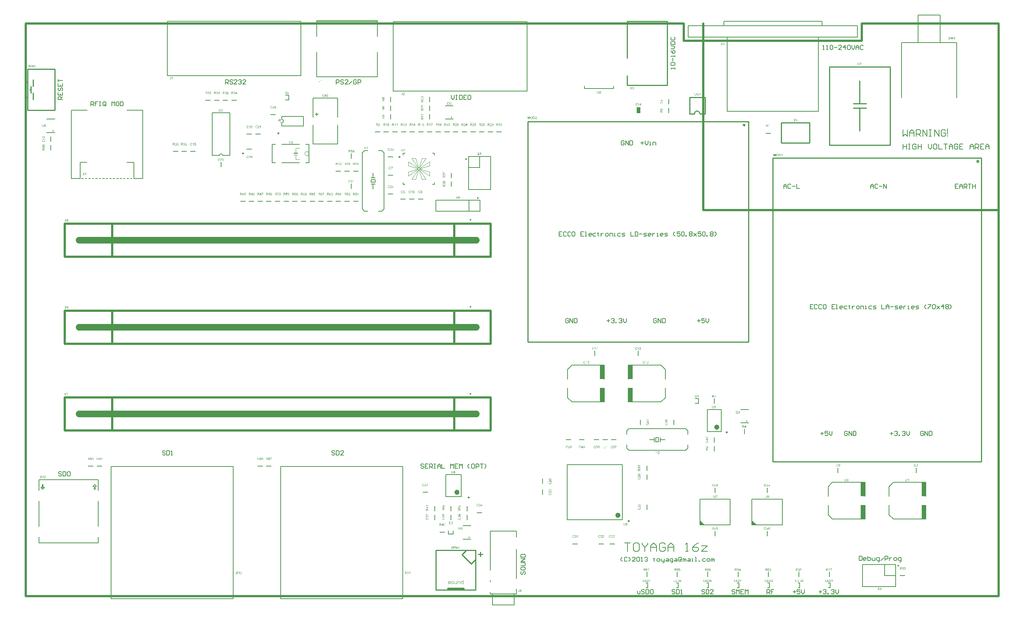
<source format=gto>
%FSLAX44Y44*%
%MOMM*%
G71*
G01*
G75*
%ADD10C,0.2000*%
%ADD11R,0.7500X1.3000*%
%ADD12R,3.5000X1.2000*%
%ADD13R,1.3000X0.7500*%
%ADD14R,0.9900X0.6900*%
%ADD15O,0.8000X0.3000*%
%ADD16O,0.3000X0.8000*%
%ADD17R,5.3000X5.3000*%
%ADD18R,2.0000X5.5000*%
%ADD19O,2.1000X0.6000*%
%ADD20R,2.0000X0.6000*%
%ADD21R,0.9500X1.6500*%
%ADD22R,0.2500X1.5500*%
%ADD23R,1.5500X0.2500*%
%ADD24R,1.0000X1.5000*%
%ADD25R,0.7000X1.5000*%
%ADD26R,2.0000X3.0000*%
%ADD27R,0.8000X1.5000*%
%ADD28R,1.4500X2.0000*%
%ADD29R,1.0000X2.2000*%
%ADD30R,5.5000X2.0000*%
%ADD31C,0.3500*%
%ADD32R,2.6000X2.2000*%
%ADD33R,2.4000X2.5000*%
%ADD34R,2.6000X1.8000*%
%ADD35R,6.8000X6.9000*%
%ADD36R,1.0000X1.9000*%
%ADD37P,1.4142X4X270.0*%
%ADD38P,1.4142X4X360.0*%
%ADD39R,2.0320X0.8890*%
%ADD40O,2.0320X0.8890*%
%ADD41O,1.7000X0.4500*%
%ADD42R,0.6500X1.7500*%
%ADD43R,1.3000X1.9000*%
%ADD44C,1.0000*%
%ADD45C,2.5000*%
%ADD46C,0.2500*%
%ADD47C,0.5000*%
%ADD48C,1.5000*%
%ADD49C,1.8000*%
%ADD50C,0.1500*%
%ADD51C,0.1250*%
%ADD52C,2.0320*%
%ADD53R,2.0320X2.0320*%
%ADD54C,2.4000*%
%ADD55C,1.8000*%
%ADD56C,1.6510*%
%ADD57R,1.6510X1.6510*%
%ADD58R,1.6510X1.6510*%
%ADD59C,7.0000*%
%ADD60C,4.6000*%
%ADD61C,1.9000*%
%ADD62R,1.9000X1.9000*%
%ADD63R,1.8000X1.8000*%
%ADD64C,1.8000*%
%ADD65C,5.0000*%
%ADD66C,1.7000*%
%ADD67O,1.4000X3.0000*%
%ADD68O,3.0000X1.4000*%
%ADD69O,3.7000X1.4000*%
%ADD70O,1.3000X3.5000*%
%ADD71O,3.2000X1.4000*%
%ADD72R,3.6000X2.6000*%
%ADD73C,3.0000*%
%ADD74O,1.4000X2.0000*%
%ADD75C,2.5000*%
%ADD76R,2.5000X2.5000*%
%ADD77C,2.5400*%
%ADD78R,1.5000X1.5000*%
%ADD79C,1.5000*%
%ADD80C,0.6000*%
%ADD81C,1.0000*%
%ADD82C,0.4000*%
%ADD83C,0.2540*%
%ADD84C,0.1778*%
%ADD85C,0.6000*%
%ADD86C,0.1250*%
%ADD87C,0.0100*%
%ADD88C,0.2032*%
%ADD89C,0.1270*%
%ADD90C,0.0800*%
%ADD91R,1.0000X3.2500*%
%ADD92R,1.0000X3.2500*%
%ADD93R,0.9000X1.4500*%
%ADD94R,1.0001X3.2500*%
%ADD95R,1.1000X0.2000*%
G36*
X645303Y929457D02*
X645369D01*
X645435Y929440D01*
X645601Y929415D01*
X645783Y929366D01*
X645974Y929291D01*
X646073Y929241D01*
X646164Y929192D01*
X646255Y929126D01*
X646338Y929051D01*
X646346Y929043D01*
X646354Y929035D01*
X646379Y929010D01*
X646404Y928977D01*
X646437Y928935D01*
X646479Y928885D01*
X646561Y928770D01*
X646636Y928621D01*
X646710Y928447D01*
X646760Y928256D01*
X646768Y928148D01*
X646777Y928041D01*
Y928024D01*
Y927975D01*
X646768Y927908D01*
X646752Y927817D01*
X646727Y927710D01*
X646694Y927602D01*
X646644Y927486D01*
X646578Y927378D01*
X646570Y927370D01*
X646545Y927337D01*
X646495Y927287D01*
X646429Y927221D01*
X646346Y927155D01*
X646238Y927089D01*
X646114Y927014D01*
X645974Y926956D01*
X645982D01*
X645998Y926948D01*
X646023Y926939D01*
X646056Y926923D01*
X646147Y926882D01*
X646255Y926832D01*
X646379Y926757D01*
X646503Y926666D01*
X646628Y926550D01*
X646735Y926426D01*
X646743Y926410D01*
X646777Y926360D01*
X646818Y926285D01*
X646868Y926178D01*
X646917Y926053D01*
X646959Y925904D01*
X646992Y925739D01*
X647000Y925557D01*
Y925548D01*
Y925524D01*
Y925490D01*
X646992Y925441D01*
X646984Y925383D01*
X646975Y925308D01*
X646942Y925143D01*
X646876Y924960D01*
X646843Y924861D01*
X646793Y924762D01*
X646735Y924662D01*
X646669Y924563D01*
X646594Y924472D01*
X646503Y924381D01*
X646495Y924373D01*
X646479Y924364D01*
X646454Y924340D01*
X646412Y924306D01*
X646363Y924273D01*
X646305Y924232D01*
X646238Y924191D01*
X646156Y924149D01*
X646065Y924099D01*
X645965Y924058D01*
X645857Y924017D01*
X645742Y923983D01*
X645626Y923950D01*
X645493Y923925D01*
X645352Y923917D01*
X645203Y923909D01*
X645129D01*
X645071Y923917D01*
X645005Y923925D01*
X644922Y923934D01*
X644839Y923950D01*
X644740Y923967D01*
X644533Y924025D01*
X644425Y924066D01*
X644317Y924108D01*
X644210Y924166D01*
X644102Y924224D01*
X644003Y924298D01*
X643903Y924381D01*
X643895Y924389D01*
X643878Y924406D01*
X643862Y924431D01*
X643829Y924464D01*
X643787Y924513D01*
X643746Y924571D01*
X643705Y924638D01*
X643663Y924712D01*
X643614Y924795D01*
X643572Y924886D01*
X643489Y925085D01*
X643456Y925201D01*
X643440Y925317D01*
X643423Y925441D01*
X643415Y925573D01*
Y925582D01*
Y925598D01*
Y925623D01*
X643423Y925664D01*
Y925706D01*
X643431Y925764D01*
X643448Y925880D01*
X643481Y926020D01*
X643531Y926170D01*
X643589Y926319D01*
X643680Y926459D01*
Y926468D01*
X643696Y926476D01*
X643729Y926517D01*
X643796Y926583D01*
X643878Y926658D01*
X643986Y926741D01*
X644119Y926824D01*
X644276Y926898D01*
X644450Y926956D01*
X644442D01*
X644433Y926964D01*
X644384Y926981D01*
X644309Y927022D01*
X644218Y927064D01*
X644110Y927130D01*
X644011Y927205D01*
X643912Y927287D01*
X643829Y927387D01*
X643821Y927403D01*
X643796Y927436D01*
X643763Y927494D01*
X643729Y927577D01*
X643696Y927676D01*
X643663Y927792D01*
X643638Y927917D01*
X643630Y928057D01*
Y928066D01*
Y928082D01*
Y928115D01*
X643638Y928157D01*
X643647Y928206D01*
X643655Y928264D01*
X643680Y928405D01*
X643729Y928562D01*
X643812Y928728D01*
X643854Y928819D01*
X643912Y928902D01*
X643978Y928985D01*
X644052Y929059D01*
X644061Y929068D01*
X644069Y929076D01*
X644094Y929101D01*
X644127Y929126D01*
X644177Y929150D01*
X644226Y929192D01*
X644284Y929225D01*
X644359Y929266D01*
X644516Y929341D01*
X644715Y929399D01*
X644938Y929448D01*
X645054Y929457D01*
X645187Y929465D01*
X645253D01*
X645303Y929457D01*
D02*
G37*
G36*
X766768Y998720D02*
X764599D01*
X764301Y997254D01*
X764309Y997262D01*
X764326Y997271D01*
X764351Y997287D01*
X764384Y997312D01*
X764433Y997337D01*
X764483Y997362D01*
X764615Y997428D01*
X764764Y997494D01*
X764938Y997544D01*
X765129Y997585D01*
X765328Y997602D01*
X765394D01*
X765443Y997594D01*
X765510Y997585D01*
X765576Y997577D01*
X765659Y997561D01*
X765742Y997544D01*
X765932Y997478D01*
X766031Y997445D01*
X766131Y997395D01*
X766238Y997337D01*
X766338Y997271D01*
X766437Y997196D01*
X766528Y997105D01*
X766536Y997097D01*
X766553Y997080D01*
X766578Y997056D01*
X766603Y997014D01*
X766644Y996964D01*
X766686Y996906D01*
X766727Y996840D01*
X766777Y996766D01*
X766826Y996675D01*
X766868Y996583D01*
X766909Y996476D01*
X766951Y996368D01*
X766975Y996244D01*
X767000Y996120D01*
X767017Y995979D01*
X767025Y995838D01*
Y995830D01*
Y995805D01*
Y995764D01*
X767017Y995714D01*
X767009Y995648D01*
X767000Y995573D01*
X766992Y995490D01*
X766975Y995399D01*
X766917Y995201D01*
X766843Y994994D01*
X766793Y994878D01*
X766735Y994770D01*
X766669Y994662D01*
X766594Y994563D01*
X766586Y994555D01*
X766570Y994538D01*
X766536Y994505D01*
X766495Y994464D01*
X766445Y994414D01*
X766379Y994356D01*
X766305Y994298D01*
X766214Y994240D01*
X766123Y994174D01*
X766015Y994116D01*
X765891Y994058D01*
X765766Y994008D01*
X765626Y993967D01*
X765485Y993934D01*
X765328Y993917D01*
X765162Y993909D01*
X765087D01*
X765038Y993917D01*
X764980Y993925D01*
X764905Y993934D01*
X764822Y993942D01*
X764731Y993959D01*
X764541Y994008D01*
X764342Y994083D01*
X764243Y994133D01*
X764144Y994190D01*
X764044Y994248D01*
X763953Y994323D01*
X763945Y994331D01*
X763936Y994340D01*
X763912Y994364D01*
X763878Y994398D01*
X763845Y994439D01*
X763804Y994489D01*
X763763Y994547D01*
X763713Y994613D01*
X763622Y994770D01*
X763531Y994960D01*
X763465Y995176D01*
X763440Y995300D01*
X763423Y995424D01*
X764127Y995474D01*
Y995466D01*
Y995449D01*
X764135Y995424D01*
X764144Y995391D01*
X764168Y995300D01*
X764201Y995184D01*
X764243Y995060D01*
X764309Y994936D01*
X764384Y994811D01*
X764483Y994704D01*
X764500Y994696D01*
X764533Y994662D01*
X764591Y994629D01*
X764673Y994580D01*
X764773Y994538D01*
X764889Y994497D01*
X765021Y994464D01*
X765162Y994455D01*
X765212D01*
X765245Y994464D01*
X765336Y994472D01*
X765452Y994497D01*
X765576Y994547D01*
X765717Y994604D01*
X765849Y994696D01*
X765916Y994745D01*
X765982Y994811D01*
Y994820D01*
X765998Y994828D01*
X766031Y994878D01*
X766089Y994960D01*
X766147Y995068D01*
X766205Y995209D01*
X766263Y995375D01*
X766296Y995565D01*
X766313Y995780D01*
Y995789D01*
Y995805D01*
Y995838D01*
X766305Y995871D01*
Y995921D01*
X766296Y995979D01*
X766272Y996112D01*
X766238Y996252D01*
X766180Y996401D01*
X766098Y996550D01*
X765990Y996683D01*
X765973Y996699D01*
X765932Y996732D01*
X765866Y996790D01*
X765766Y996849D01*
X765650Y996906D01*
X765501Y996964D01*
X765336Y996998D01*
X765154Y997014D01*
X765096D01*
X765038Y997006D01*
X764955Y996998D01*
X764864Y996973D01*
X764764Y996948D01*
X764665Y996906D01*
X764566Y996857D01*
X764557Y996849D01*
X764524Y996832D01*
X764475Y996799D01*
X764417Y996757D01*
X764359Y996699D01*
X764293Y996633D01*
X764226Y996559D01*
X764168Y996476D01*
X763539Y996567D01*
X764069Y999357D01*
X766768D01*
Y998720D01*
D02*
G37*
G36*
X761717Y994000D02*
X761047D01*
Y998256D01*
X761038Y998248D01*
X761005Y998215D01*
X760947Y998173D01*
X760873Y998115D01*
X760782Y998041D01*
X760674Y997966D01*
X760550Y997875D01*
X760409Y997792D01*
X760401D01*
X760393Y997784D01*
X760343Y997751D01*
X760268Y997710D01*
X760177Y997660D01*
X760070Y997602D01*
X759954Y997552D01*
X759829Y997494D01*
X759714Y997445D01*
Y998099D01*
X759722D01*
X759738Y998107D01*
X759771Y998124D01*
X759805Y998148D01*
X759854Y998173D01*
X759912Y998198D01*
X760045Y998273D01*
X760194Y998364D01*
X760359Y998471D01*
X760525Y998596D01*
X760682Y998728D01*
X760691Y998736D01*
X760699Y998745D01*
X760749Y998794D01*
X760823Y998869D01*
X760914Y998960D01*
X761013Y999076D01*
X761113Y999200D01*
X761204Y999333D01*
X761279Y999465D01*
X761717D01*
Y994000D01*
D02*
G37*
G36*
X886592Y1089432D02*
X886658D01*
X886824Y1089424D01*
X886998Y1089407D01*
X887180Y1089374D01*
X887354Y1089341D01*
X887436Y1089316D01*
X887511Y1089291D01*
X887519D01*
X887527Y1089283D01*
X887577Y1089266D01*
X887643Y1089225D01*
X887726Y1089167D01*
X887826Y1089101D01*
X887925Y1089010D01*
X888024Y1088902D01*
X888115Y1088770D01*
X888124Y1088753D01*
X888148Y1088703D01*
X888190Y1088629D01*
X888231Y1088529D01*
X888273Y1088405D01*
X888314Y1088264D01*
X888339Y1088115D01*
X888347Y1087950D01*
Y1087942D01*
Y1087925D01*
Y1087892D01*
X888339Y1087850D01*
Y1087801D01*
X888331Y1087743D01*
X888298Y1087610D01*
X888256Y1087453D01*
X888190Y1087296D01*
X888091Y1087130D01*
X888033Y1087047D01*
X887966Y1086973D01*
X887950Y1086956D01*
X887925Y1086940D01*
X887900Y1086907D01*
X887859Y1086882D01*
X887809Y1086840D01*
X887751Y1086807D01*
X887685Y1086766D01*
X887610Y1086724D01*
X887519Y1086683D01*
X887428Y1086641D01*
X887320Y1086600D01*
X887213Y1086559D01*
X887089Y1086526D01*
X886956Y1086501D01*
X886815Y1086476D01*
X886832Y1086468D01*
X886865Y1086451D01*
X886915Y1086426D01*
X886973Y1086393D01*
X887113Y1086302D01*
X887188Y1086252D01*
X887246Y1086203D01*
X887262Y1086186D01*
X887304Y1086153D01*
X887362Y1086087D01*
X887436Y1086004D01*
X887527Y1085896D01*
X887627Y1085772D01*
X887735Y1085631D01*
X887842Y1085474D01*
X888786Y1084000D01*
X887884D01*
X887163Y1085126D01*
Y1085135D01*
X887147Y1085151D01*
X887130Y1085176D01*
X887113Y1085209D01*
X887056Y1085292D01*
X886981Y1085399D01*
X886898Y1085524D01*
X886807Y1085648D01*
X886724Y1085764D01*
X886641Y1085871D01*
X886633Y1085880D01*
X886608Y1085913D01*
X886567Y1085963D01*
X886525Y1086021D01*
X886401Y1086136D01*
X886343Y1086194D01*
X886277Y1086236D01*
X886269Y1086244D01*
X886252Y1086252D01*
X886219Y1086269D01*
X886178Y1086294D01*
X886078Y1086343D01*
X885954Y1086385D01*
X885946D01*
X885929Y1086393D01*
X885896D01*
X885855Y1086401D01*
X885797Y1086410D01*
X885731D01*
X885648Y1086418D01*
X884720D01*
Y1084000D01*
X884000D01*
Y1089440D01*
X886525D01*
X886592Y1089432D01*
D02*
G37*
G36*
X601229Y929457D02*
X601278D01*
X601345Y929448D01*
X601494Y929424D01*
X601659Y929374D01*
X601833Y929308D01*
X602007Y929225D01*
X602090Y929167D01*
X602173Y929101D01*
X602181D01*
X602189Y929084D01*
X602239Y929035D01*
X602305Y928952D01*
X602388Y928844D01*
X602479Y928703D01*
X602554Y928538D01*
X602628Y928339D01*
X602670Y928115D01*
X602007Y928066D01*
Y928074D01*
Y928082D01*
X601991Y928132D01*
X601966Y928198D01*
X601941Y928281D01*
X601858Y928471D01*
X601808Y928554D01*
X601750Y928629D01*
X601742Y928645D01*
X601701Y928678D01*
X601643Y928720D01*
X601568Y928778D01*
X601469Y928828D01*
X601353Y928877D01*
X601221Y928910D01*
X601080Y928919D01*
X601022D01*
X600964Y928910D01*
X600889Y928894D01*
X600798Y928877D01*
X600699Y928844D01*
X600608Y928794D01*
X600508Y928736D01*
X600492Y928728D01*
X600459Y928695D01*
X600401Y928637D01*
X600335Y928562D01*
X600252Y928471D01*
X600169Y928355D01*
X600086Y928215D01*
X600012Y928057D01*
Y928049D01*
X600003Y928041D01*
X599995Y928008D01*
X599987Y927975D01*
X599970Y927933D01*
X599954Y927875D01*
X599937Y927809D01*
X599921Y927735D01*
X599904Y927652D01*
X599887Y927561D01*
X599871Y927453D01*
X599854Y927345D01*
X599846Y927221D01*
X599838Y927089D01*
X599829Y926948D01*
Y926807D01*
X599838Y926815D01*
X599871Y926857D01*
X599921Y926923D01*
X599995Y927006D01*
X600078Y927097D01*
X600177Y927188D01*
X600293Y927271D01*
X600417Y927345D01*
X600434Y927354D01*
X600475Y927370D01*
X600550Y927403D01*
X600641Y927436D01*
X600748Y927469D01*
X600873Y927503D01*
X601005Y927519D01*
X601146Y927527D01*
X601212D01*
X601262Y927519D01*
X601320Y927511D01*
X601386Y927503D01*
X601544Y927469D01*
X601717Y927403D01*
X601817Y927370D01*
X601908Y927320D01*
X602007Y927262D01*
X602107Y927196D01*
X602198Y927122D01*
X602289Y927031D01*
X602297Y927022D01*
X602305Y927006D01*
X602330Y926981D01*
X602363Y926939D01*
X602396Y926890D01*
X602438Y926832D01*
X602479Y926766D01*
X602529Y926691D01*
X602570Y926600D01*
X602612Y926509D01*
X602653Y926401D01*
X602686Y926294D01*
X602719Y926170D01*
X602744Y926045D01*
X602752Y925904D01*
X602761Y925764D01*
Y925755D01*
Y925739D01*
Y925714D01*
Y925681D01*
X602752Y925631D01*
Y925582D01*
X602736Y925449D01*
X602703Y925308D01*
X602670Y925143D01*
X602612Y924977D01*
X602537Y924811D01*
Y924803D01*
X602529Y924795D01*
X602512Y924770D01*
X602496Y924737D01*
X602446Y924662D01*
X602380Y924563D01*
X602289Y924455D01*
X602181Y924348D01*
X602065Y924240D01*
X601924Y924141D01*
X601908Y924133D01*
X601858Y924108D01*
X601775Y924066D01*
X601676Y924025D01*
X601544Y923983D01*
X601394Y923942D01*
X601229Y923917D01*
X601055Y923909D01*
X601022D01*
X600972Y923917D01*
X600914D01*
X600848Y923925D01*
X600765Y923942D01*
X600674Y923959D01*
X600575Y923983D01*
X600467Y924017D01*
X600351Y924058D01*
X600243Y924108D01*
X600127Y924166D01*
X600012Y924240D01*
X599896Y924323D01*
X599788Y924414D01*
X599689Y924522D01*
X599680Y924530D01*
X599664Y924555D01*
X599639Y924588D01*
X599606Y924638D01*
X599564Y924704D01*
X599523Y924787D01*
X599473Y924886D01*
X599432Y925002D01*
X599382Y925134D01*
X599333Y925284D01*
X599291Y925449D01*
X599250Y925631D01*
X599217Y925830D01*
X599192Y926053D01*
X599175Y926285D01*
X599167Y926542D01*
Y926550D01*
Y926559D01*
Y926583D01*
Y926608D01*
Y926691D01*
X599175Y926799D01*
X599184Y926931D01*
X599200Y927080D01*
X599217Y927246D01*
X599241Y927420D01*
X599266Y927610D01*
X599308Y927801D01*
X599357Y927991D01*
X599415Y928173D01*
X599482Y928364D01*
X599556Y928529D01*
X599647Y928695D01*
X599747Y928836D01*
X599755Y928844D01*
X599771Y928861D01*
X599796Y928894D01*
X599838Y928935D01*
X599896Y928985D01*
X599954Y929035D01*
X600028Y929092D01*
X600111Y929150D01*
X600202Y929208D01*
X600310Y929266D01*
X600417Y929316D01*
X600541Y929366D01*
X600674Y929407D01*
X600815Y929440D01*
X600964Y929457D01*
X601121Y929465D01*
X601179D01*
X601229Y929457D01*
D02*
G37*
G36*
X896230Y1085913D02*
X896967D01*
Y1085300D01*
X896230D01*
Y1084000D01*
X895559D01*
Y1085300D01*
X893199D01*
Y1085913D01*
X895684Y1089432D01*
X896230D01*
Y1085913D01*
D02*
G37*
G36*
X891717Y1084000D02*
X891047D01*
Y1088256D01*
X891038Y1088248D01*
X891005Y1088215D01*
X890947Y1088173D01*
X890873Y1088115D01*
X890782Y1088041D01*
X890674Y1087966D01*
X890550Y1087875D01*
X890409Y1087793D01*
X890401D01*
X890393Y1087784D01*
X890343Y1087751D01*
X890268Y1087710D01*
X890177Y1087660D01*
X890070Y1087602D01*
X889954Y1087552D01*
X889829Y1087494D01*
X889714Y1087445D01*
Y1088099D01*
X889722D01*
X889738Y1088107D01*
X889771Y1088124D01*
X889805Y1088148D01*
X889854Y1088173D01*
X889912Y1088198D01*
X890045Y1088273D01*
X890194Y1088364D01*
X890359Y1088472D01*
X890525Y1088596D01*
X890682Y1088728D01*
X890691Y1088736D01*
X890699Y1088745D01*
X890749Y1088794D01*
X890823Y1088869D01*
X890914Y1088960D01*
X891013Y1089076D01*
X891113Y1089200D01*
X891204Y1089333D01*
X891279Y1089465D01*
X891717D01*
Y1084000D01*
D02*
G37*
G36*
X906592Y1089432D02*
X906658D01*
X906824Y1089424D01*
X906998Y1089407D01*
X907180Y1089374D01*
X907354Y1089341D01*
X907436Y1089316D01*
X907511Y1089291D01*
X907519D01*
X907527Y1089283D01*
X907577Y1089266D01*
X907643Y1089225D01*
X907726Y1089167D01*
X907826Y1089101D01*
X907925Y1089010D01*
X908024Y1088902D01*
X908115Y1088770D01*
X908124Y1088753D01*
X908148Y1088703D01*
X908190Y1088629D01*
X908231Y1088529D01*
X908273Y1088405D01*
X908314Y1088264D01*
X908339Y1088115D01*
X908347Y1087950D01*
Y1087942D01*
Y1087925D01*
Y1087892D01*
X908339Y1087850D01*
Y1087801D01*
X908331Y1087743D01*
X908298Y1087610D01*
X908256Y1087453D01*
X908190Y1087296D01*
X908091Y1087130D01*
X908033Y1087047D01*
X907966Y1086973D01*
X907950Y1086956D01*
X907925Y1086940D01*
X907900Y1086907D01*
X907859Y1086882D01*
X907809Y1086840D01*
X907751Y1086807D01*
X907685Y1086766D01*
X907610Y1086724D01*
X907519Y1086683D01*
X907428Y1086641D01*
X907320Y1086600D01*
X907213Y1086559D01*
X907089Y1086526D01*
X906956Y1086501D01*
X906815Y1086476D01*
X906832Y1086468D01*
X906865Y1086451D01*
X906915Y1086426D01*
X906973Y1086393D01*
X907113Y1086302D01*
X907188Y1086252D01*
X907246Y1086203D01*
X907262Y1086186D01*
X907304Y1086153D01*
X907362Y1086087D01*
X907436Y1086004D01*
X907527Y1085896D01*
X907627Y1085772D01*
X907735Y1085631D01*
X907842Y1085474D01*
X908786Y1084000D01*
X907884D01*
X907163Y1085126D01*
Y1085135D01*
X907147Y1085151D01*
X907130Y1085176D01*
X907113Y1085209D01*
X907056Y1085292D01*
X906981Y1085399D01*
X906898Y1085524D01*
X906807Y1085648D01*
X906724Y1085764D01*
X906641Y1085871D01*
X906633Y1085880D01*
X906608Y1085913D01*
X906567Y1085963D01*
X906525Y1086021D01*
X906401Y1086136D01*
X906343Y1086194D01*
X906277Y1086236D01*
X906269Y1086244D01*
X906252Y1086252D01*
X906219Y1086269D01*
X906178Y1086294D01*
X906078Y1086343D01*
X905954Y1086385D01*
X905946D01*
X905929Y1086393D01*
X905896D01*
X905855Y1086401D01*
X905797Y1086410D01*
X905731D01*
X905648Y1086418D01*
X904720D01*
Y1084000D01*
X904000D01*
Y1089440D01*
X906525D01*
X906592Y1089432D01*
D02*
G37*
G36*
X936984Y1088852D02*
X936975Y1088844D01*
X936959Y1088828D01*
X936934Y1088794D01*
X936893Y1088753D01*
X936851Y1088695D01*
X936793Y1088629D01*
X936727Y1088546D01*
X936661Y1088463D01*
X936586Y1088364D01*
X936503Y1088248D01*
X936412Y1088132D01*
X936329Y1087999D01*
X936238Y1087859D01*
X936139Y1087710D01*
X936048Y1087544D01*
X935949Y1087378D01*
X935940Y1087370D01*
X935924Y1087337D01*
X935899Y1087287D01*
X935866Y1087221D01*
X935824Y1087138D01*
X935775Y1087039D01*
X935717Y1086923D01*
X935659Y1086799D01*
X935601Y1086666D01*
X935535Y1086517D01*
X935468Y1086360D01*
X935402Y1086194D01*
X935278Y1085855D01*
X935162Y1085490D01*
Y1085482D01*
X935154Y1085457D01*
X935145Y1085424D01*
X935129Y1085375D01*
X935112Y1085308D01*
X935096Y1085234D01*
X935079Y1085143D01*
X935054Y1085052D01*
X935038Y1084944D01*
X935013Y1084828D01*
X934971Y1084580D01*
X934938Y1084298D01*
X934914Y1084000D01*
X934226D01*
Y1084008D01*
Y1084033D01*
Y1084066D01*
X934235Y1084116D01*
Y1084174D01*
X934243Y1084249D01*
X934251Y1084340D01*
X934259Y1084431D01*
X934276Y1084538D01*
X934293Y1084662D01*
X934309Y1084787D01*
X934334Y1084919D01*
X934359Y1085068D01*
X934392Y1085217D01*
X934475Y1085548D01*
Y1085557D01*
X934483Y1085590D01*
X934500Y1085640D01*
X934516Y1085706D01*
X934541Y1085789D01*
X934574Y1085880D01*
X934607Y1085987D01*
X934649Y1086112D01*
X934698Y1086236D01*
X934748Y1086376D01*
X934864Y1086675D01*
X935005Y1086989D01*
X935162Y1087304D01*
X935170Y1087312D01*
X935187Y1087345D01*
X935212Y1087387D01*
X935245Y1087445D01*
X935286Y1087519D01*
X935336Y1087602D01*
X935394Y1087693D01*
X935452Y1087801D01*
X935601Y1088024D01*
X935767Y1088264D01*
X935940Y1088505D01*
X936131Y1088736D01*
X933465D01*
Y1089374D01*
X936984D01*
Y1088852D01*
D02*
G37*
G36*
X931717Y1084000D02*
X931047D01*
Y1088256D01*
X931038Y1088248D01*
X931005Y1088215D01*
X930947Y1088173D01*
X930873Y1088115D01*
X930782Y1088041D01*
X930674Y1087966D01*
X930550Y1087875D01*
X930409Y1087793D01*
X930401D01*
X930393Y1087784D01*
X930343Y1087751D01*
X930268Y1087710D01*
X930177Y1087660D01*
X930070Y1087602D01*
X929954Y1087552D01*
X929829Y1087494D01*
X929714Y1087445D01*
Y1088099D01*
X929722D01*
X929738Y1088107D01*
X929771Y1088124D01*
X929805Y1088148D01*
X929854Y1088173D01*
X929912Y1088198D01*
X930045Y1088273D01*
X930194Y1088364D01*
X930359Y1088472D01*
X930525Y1088596D01*
X930682Y1088728D01*
X930691Y1088736D01*
X930699Y1088745D01*
X930749Y1088794D01*
X930823Y1088869D01*
X930914Y1088960D01*
X931013Y1089076D01*
X931113Y1089200D01*
X931204Y1089333D01*
X931279Y1089465D01*
X931717D01*
Y1084000D01*
D02*
G37*
G36*
X911717D02*
X911047D01*
Y1088256D01*
X911038Y1088248D01*
X911005Y1088215D01*
X910947Y1088173D01*
X910873Y1088115D01*
X910782Y1088041D01*
X910674Y1087966D01*
X910550Y1087875D01*
X910409Y1087793D01*
X910401D01*
X910393Y1087784D01*
X910343Y1087751D01*
X910268Y1087710D01*
X910177Y1087660D01*
X910070Y1087602D01*
X909954Y1087552D01*
X909829Y1087494D01*
X909714Y1087445D01*
Y1088099D01*
X909722D01*
X909738Y1088107D01*
X909771Y1088124D01*
X909805Y1088148D01*
X909854Y1088173D01*
X909912Y1088198D01*
X910045Y1088273D01*
X910194Y1088364D01*
X910359Y1088472D01*
X910525Y1088596D01*
X910682Y1088728D01*
X910691Y1088736D01*
X910699Y1088745D01*
X910749Y1088794D01*
X910823Y1088869D01*
X910914Y1088960D01*
X911013Y1089076D01*
X911113Y1089200D01*
X911204Y1089333D01*
X911279Y1089465D01*
X911717D01*
Y1084000D01*
D02*
G37*
G36*
X756592Y999432D02*
X756658D01*
X756824Y999424D01*
X756998Y999407D01*
X757180Y999374D01*
X757354Y999341D01*
X757436Y999316D01*
X757511Y999291D01*
X757519D01*
X757527Y999283D01*
X757577Y999266D01*
X757643Y999225D01*
X757726Y999167D01*
X757825Y999101D01*
X757925Y999010D01*
X758024Y998902D01*
X758115Y998770D01*
X758124Y998753D01*
X758148Y998703D01*
X758190Y998629D01*
X758231Y998529D01*
X758273Y998405D01*
X758314Y998264D01*
X758339Y998115D01*
X758347Y997950D01*
Y997942D01*
Y997925D01*
Y997892D01*
X758339Y997850D01*
Y997801D01*
X758331Y997743D01*
X758298Y997610D01*
X758256Y997453D01*
X758190Y997296D01*
X758091Y997130D01*
X758033Y997047D01*
X757966Y996973D01*
X757950Y996956D01*
X757925Y996939D01*
X757900Y996906D01*
X757859Y996882D01*
X757809Y996840D01*
X757751Y996807D01*
X757685Y996766D01*
X757610Y996724D01*
X757519Y996683D01*
X757428Y996641D01*
X757320Y996600D01*
X757213Y996559D01*
X757089Y996525D01*
X756956Y996501D01*
X756815Y996476D01*
X756832Y996468D01*
X756865Y996451D01*
X756915Y996426D01*
X756973Y996393D01*
X757113Y996302D01*
X757188Y996252D01*
X757246Y996203D01*
X757262Y996186D01*
X757304Y996153D01*
X757362Y996087D01*
X757436Y996004D01*
X757527Y995896D01*
X757627Y995772D01*
X757735Y995631D01*
X757842Y995474D01*
X758786Y994000D01*
X757884D01*
X757163Y995126D01*
Y995134D01*
X757147Y995151D01*
X757130Y995176D01*
X757113Y995209D01*
X757056Y995292D01*
X756981Y995399D01*
X756898Y995524D01*
X756807Y995648D01*
X756724Y995764D01*
X756641Y995871D01*
X756633Y995880D01*
X756608Y995913D01*
X756567Y995962D01*
X756525Y996020D01*
X756401Y996136D01*
X756343Y996194D01*
X756277Y996236D01*
X756269Y996244D01*
X756252Y996252D01*
X756219Y996269D01*
X756178Y996294D01*
X756078Y996343D01*
X755954Y996385D01*
X755946D01*
X755929Y996393D01*
X755896D01*
X755855Y996401D01*
X755797Y996410D01*
X755731D01*
X755648Y996418D01*
X754720D01*
Y994000D01*
X754000D01*
Y999440D01*
X756525D01*
X756592Y999432D01*
D02*
G37*
G36*
X915452Y1089457D02*
X915501D01*
X915568Y1089448D01*
X915717Y1089424D01*
X915882Y1089374D01*
X916056Y1089308D01*
X916230Y1089225D01*
X916313Y1089167D01*
X916396Y1089101D01*
X916404D01*
X916412Y1089084D01*
X916462Y1089035D01*
X916528Y1088952D01*
X916611Y1088844D01*
X916702Y1088703D01*
X916777Y1088538D01*
X916851Y1088339D01*
X916893Y1088115D01*
X916230Y1088066D01*
Y1088074D01*
Y1088082D01*
X916214Y1088132D01*
X916189Y1088198D01*
X916164Y1088281D01*
X916081Y1088472D01*
X916031Y1088554D01*
X915974Y1088629D01*
X915965Y1088645D01*
X915924Y1088679D01*
X915866Y1088720D01*
X915791Y1088778D01*
X915692Y1088828D01*
X915576Y1088877D01*
X915443Y1088910D01*
X915303Y1088919D01*
X915245D01*
X915187Y1088910D01*
X915112Y1088894D01*
X915021Y1088877D01*
X914922Y1088844D01*
X914831Y1088794D01*
X914731Y1088736D01*
X914715Y1088728D01*
X914682Y1088695D01*
X914624Y1088637D01*
X914557Y1088562D01*
X914475Y1088472D01*
X914392Y1088355D01*
X914309Y1088215D01*
X914235Y1088057D01*
Y1088049D01*
X914226Y1088041D01*
X914218Y1088008D01*
X914210Y1087975D01*
X914193Y1087933D01*
X914177Y1087875D01*
X914160Y1087809D01*
X914144Y1087735D01*
X914127Y1087652D01*
X914110Y1087561D01*
X914094Y1087453D01*
X914077Y1087345D01*
X914069Y1087221D01*
X914061Y1087089D01*
X914052Y1086948D01*
Y1086807D01*
X914061Y1086815D01*
X914094Y1086857D01*
X914144Y1086923D01*
X914218Y1087006D01*
X914301Y1087097D01*
X914400Y1087188D01*
X914516Y1087271D01*
X914640Y1087345D01*
X914657Y1087354D01*
X914698Y1087370D01*
X914773Y1087403D01*
X914864Y1087436D01*
X914972Y1087469D01*
X915096Y1087503D01*
X915228Y1087519D01*
X915369Y1087527D01*
X915435D01*
X915485Y1087519D01*
X915543Y1087511D01*
X915609Y1087503D01*
X915767Y1087469D01*
X915940Y1087403D01*
X916040Y1087370D01*
X916131Y1087320D01*
X916230Y1087262D01*
X916329Y1087196D01*
X916421Y1087122D01*
X916512Y1087031D01*
X916520Y1087022D01*
X916528Y1087006D01*
X916553Y1086981D01*
X916586Y1086940D01*
X916619Y1086890D01*
X916661Y1086832D01*
X916702Y1086766D01*
X916752Y1086691D01*
X916793Y1086600D01*
X916835Y1086509D01*
X916876Y1086401D01*
X916909Y1086294D01*
X916942Y1086170D01*
X916967Y1086045D01*
X916975Y1085904D01*
X916984Y1085764D01*
Y1085755D01*
Y1085739D01*
Y1085714D01*
Y1085681D01*
X916975Y1085631D01*
Y1085582D01*
X916959Y1085449D01*
X916926Y1085308D01*
X916893Y1085143D01*
X916835Y1084977D01*
X916760Y1084811D01*
Y1084803D01*
X916752Y1084795D01*
X916735Y1084770D01*
X916719Y1084737D01*
X916669Y1084662D01*
X916603Y1084563D01*
X916512Y1084455D01*
X916404Y1084348D01*
X916288Y1084240D01*
X916147Y1084141D01*
X916131Y1084133D01*
X916081Y1084108D01*
X915998Y1084066D01*
X915899Y1084025D01*
X915767Y1083984D01*
X915617Y1083942D01*
X915452Y1083917D01*
X915278Y1083909D01*
X915245D01*
X915195Y1083917D01*
X915137D01*
X915071Y1083925D01*
X914988Y1083942D01*
X914897Y1083959D01*
X914798Y1083984D01*
X914690Y1084017D01*
X914574Y1084058D01*
X914466Y1084108D01*
X914351Y1084166D01*
X914235Y1084240D01*
X914119Y1084323D01*
X914011Y1084414D01*
X913912Y1084522D01*
X913903Y1084530D01*
X913887Y1084555D01*
X913862Y1084588D01*
X913829Y1084638D01*
X913788Y1084704D01*
X913746Y1084787D01*
X913696Y1084886D01*
X913655Y1085002D01*
X913605Y1085135D01*
X913556Y1085284D01*
X913514Y1085449D01*
X913473Y1085631D01*
X913440Y1085830D01*
X913415Y1086054D01*
X913398Y1086285D01*
X913390Y1086542D01*
Y1086550D01*
Y1086559D01*
Y1086583D01*
Y1086608D01*
Y1086691D01*
X913398Y1086799D01*
X913407Y1086931D01*
X913423Y1087080D01*
X913440Y1087246D01*
X913465Y1087420D01*
X913489Y1087610D01*
X913531Y1087801D01*
X913580Y1087991D01*
X913638Y1088173D01*
X913705Y1088364D01*
X913779Y1088529D01*
X913870Y1088695D01*
X913970Y1088836D01*
X913978Y1088844D01*
X913995Y1088861D01*
X914019Y1088894D01*
X914061Y1088935D01*
X914119Y1088985D01*
X914177Y1089035D01*
X914251Y1089092D01*
X914334Y1089150D01*
X914425Y1089208D01*
X914533Y1089266D01*
X914640Y1089316D01*
X914764Y1089366D01*
X914897Y1089407D01*
X915038Y1089440D01*
X915187Y1089457D01*
X915344Y1089465D01*
X915402D01*
X915452Y1089457D01*
D02*
G37*
G36*
X636592Y929432D02*
X636658D01*
X636824Y929424D01*
X636997Y929407D01*
X637180Y929374D01*
X637354Y929341D01*
X637436Y929316D01*
X637511Y929291D01*
X637519D01*
X637528Y929283D01*
X637577Y929266D01*
X637643Y929225D01*
X637726Y929167D01*
X637826Y929101D01*
X637925Y929010D01*
X638024Y928902D01*
X638115Y928770D01*
X638124Y928753D01*
X638148Y928703D01*
X638190Y928629D01*
X638231Y928529D01*
X638273Y928405D01*
X638314Y928264D01*
X638339Y928115D01*
X638347Y927950D01*
Y927942D01*
Y927925D01*
Y927892D01*
X638339Y927850D01*
Y927801D01*
X638331Y927743D01*
X638298Y927610D01*
X638256Y927453D01*
X638190Y927296D01*
X638091Y927130D01*
X638033Y927047D01*
X637966Y926973D01*
X637950Y926956D01*
X637925Y926939D01*
X637900Y926906D01*
X637859Y926882D01*
X637809Y926840D01*
X637751Y926807D01*
X637685Y926766D01*
X637610Y926724D01*
X637519Y926683D01*
X637428Y926641D01*
X637320Y926600D01*
X637213Y926559D01*
X637089Y926525D01*
X636956Y926501D01*
X636815Y926476D01*
X636832Y926468D01*
X636865Y926451D01*
X636915Y926426D01*
X636973Y926393D01*
X637113Y926302D01*
X637188Y926252D01*
X637246Y926203D01*
X637262Y926186D01*
X637304Y926153D01*
X637362Y926087D01*
X637436Y926004D01*
X637528Y925896D01*
X637627Y925772D01*
X637734Y925631D01*
X637842Y925474D01*
X638786Y924000D01*
X637883D01*
X637163Y925126D01*
Y925134D01*
X637147Y925151D01*
X637130Y925176D01*
X637113Y925209D01*
X637056Y925292D01*
X636981Y925399D01*
X636898Y925524D01*
X636807Y925648D01*
X636724Y925764D01*
X636641Y925871D01*
X636633Y925880D01*
X636608Y925913D01*
X636567Y925963D01*
X636525Y926020D01*
X636401Y926136D01*
X636343Y926194D01*
X636277Y926236D01*
X636269Y926244D01*
X636252Y926252D01*
X636219Y926269D01*
X636178Y926294D01*
X636078Y926343D01*
X635954Y926385D01*
X635946D01*
X635929Y926393D01*
X635896D01*
X635855Y926401D01*
X635797Y926410D01*
X635731D01*
X635648Y926418D01*
X634720D01*
Y924000D01*
X634000D01*
Y929440D01*
X636525D01*
X636592Y929432D01*
D02*
G37*
G36*
X866592Y1089432D02*
X866658D01*
X866824Y1089424D01*
X866998Y1089407D01*
X867180Y1089374D01*
X867354Y1089341D01*
X867436Y1089316D01*
X867511Y1089291D01*
X867519D01*
X867527Y1089283D01*
X867577Y1089266D01*
X867643Y1089225D01*
X867726Y1089167D01*
X867825Y1089101D01*
X867925Y1089010D01*
X868024Y1088902D01*
X868115Y1088770D01*
X868124Y1088753D01*
X868148Y1088703D01*
X868190Y1088629D01*
X868231Y1088529D01*
X868273Y1088405D01*
X868314Y1088264D01*
X868339Y1088115D01*
X868347Y1087950D01*
Y1087942D01*
Y1087925D01*
Y1087892D01*
X868339Y1087850D01*
Y1087801D01*
X868331Y1087743D01*
X868298Y1087610D01*
X868256Y1087453D01*
X868190Y1087296D01*
X868091Y1087130D01*
X868033Y1087047D01*
X867966Y1086973D01*
X867950Y1086956D01*
X867925Y1086940D01*
X867900Y1086907D01*
X867859Y1086882D01*
X867809Y1086840D01*
X867751Y1086807D01*
X867685Y1086766D01*
X867610Y1086724D01*
X867519Y1086683D01*
X867428Y1086641D01*
X867320Y1086600D01*
X867213Y1086559D01*
X867089Y1086526D01*
X866956Y1086501D01*
X866815Y1086476D01*
X866832Y1086468D01*
X866865Y1086451D01*
X866915Y1086426D01*
X866973Y1086393D01*
X867113Y1086302D01*
X867188Y1086252D01*
X867246Y1086203D01*
X867262Y1086186D01*
X867304Y1086153D01*
X867362Y1086087D01*
X867436Y1086004D01*
X867527Y1085896D01*
X867627Y1085772D01*
X867735Y1085631D01*
X867842Y1085474D01*
X868786Y1084000D01*
X867884D01*
X867163Y1085126D01*
Y1085135D01*
X867147Y1085151D01*
X867130Y1085176D01*
X867113Y1085209D01*
X867056Y1085292D01*
X866981Y1085399D01*
X866898Y1085524D01*
X866807Y1085648D01*
X866724Y1085764D01*
X866641Y1085871D01*
X866633Y1085880D01*
X866608Y1085913D01*
X866567Y1085963D01*
X866525Y1086021D01*
X866401Y1086136D01*
X866343Y1086194D01*
X866277Y1086236D01*
X866269Y1086244D01*
X866252Y1086252D01*
X866219Y1086269D01*
X866178Y1086294D01*
X866078Y1086343D01*
X865954Y1086385D01*
X865946D01*
X865929Y1086393D01*
X865896D01*
X865855Y1086401D01*
X865797Y1086410D01*
X865731D01*
X865648Y1086418D01*
X864720D01*
Y1084000D01*
X864000D01*
Y1089440D01*
X866525D01*
X866592Y1089432D01*
D02*
G37*
G36*
X835352Y1089457D02*
X835452Y1089440D01*
X835568Y1089424D01*
X835700Y1089391D01*
X835833Y1089341D01*
X835957Y1089283D01*
X835974Y1089275D01*
X836015Y1089250D01*
X836073Y1089208D01*
X836156Y1089159D01*
X836238Y1089084D01*
X836329Y1088993D01*
X836421Y1088894D01*
X836503Y1088778D01*
X836512Y1088761D01*
X836536Y1088720D01*
X836578Y1088645D01*
X836628Y1088554D01*
X836677Y1088438D01*
X836735Y1088298D01*
X836793Y1088140D01*
X836843Y1087966D01*
Y1087958D01*
X836851Y1087942D01*
Y1087917D01*
X836860Y1087875D01*
X836876Y1087834D01*
X836884Y1087776D01*
X836893Y1087701D01*
X836909Y1087627D01*
X836917Y1087536D01*
X836926Y1087445D01*
X836942Y1087337D01*
X836951Y1087221D01*
X836959Y1087097D01*
Y1086973D01*
X836967Y1086683D01*
Y1086675D01*
Y1086641D01*
Y1086592D01*
Y1086526D01*
X836959Y1086443D01*
Y1086352D01*
X836951Y1086244D01*
X836942Y1086128D01*
X836917Y1085880D01*
X836884Y1085623D01*
X836835Y1085366D01*
X836802Y1085250D01*
X836768Y1085135D01*
Y1085126D01*
X836760Y1085110D01*
X836752Y1085077D01*
X836735Y1085035D01*
X836710Y1084985D01*
X836686Y1084936D01*
X836619Y1084803D01*
X836536Y1084654D01*
X836437Y1084505D01*
X836321Y1084356D01*
X836180Y1084224D01*
X836172D01*
X836164Y1084207D01*
X836139Y1084199D01*
X836114Y1084174D01*
X836023Y1084124D01*
X835916Y1084066D01*
X835767Y1084008D01*
X835601Y1083959D01*
X835410Y1083925D01*
X835195Y1083909D01*
X835121D01*
X835063Y1083917D01*
X834996Y1083925D01*
X834922Y1083942D01*
X834839Y1083959D01*
X834748Y1083975D01*
X834549Y1084041D01*
X834442Y1084091D01*
X834342Y1084141D01*
X834235Y1084207D01*
X834135Y1084282D01*
X834044Y1084364D01*
X833953Y1084464D01*
X833945Y1084472D01*
X833928Y1084497D01*
X833903Y1084538D01*
X833870Y1084596D01*
X833829Y1084671D01*
X833787Y1084762D01*
X833738Y1084870D01*
X833688Y1085002D01*
X833638Y1085143D01*
X833589Y1085308D01*
X833547Y1085490D01*
X833506Y1085689D01*
X833473Y1085913D01*
X833448Y1086145D01*
X833431Y1086410D01*
X833423Y1086683D01*
Y1086691D01*
Y1086724D01*
Y1086774D01*
Y1086840D01*
X833431Y1086923D01*
Y1087014D01*
X833440Y1087122D01*
X833448Y1087238D01*
X833473Y1087486D01*
X833506Y1087743D01*
X833547Y1087999D01*
X833580Y1088115D01*
X833614Y1088231D01*
Y1088240D01*
X833622Y1088256D01*
X833638Y1088289D01*
X833655Y1088331D01*
X833671Y1088380D01*
X833696Y1088438D01*
X833763Y1088571D01*
X833845Y1088720D01*
X833945Y1088869D01*
X834061Y1089010D01*
X834202Y1089142D01*
X834210D01*
X834218Y1089159D01*
X834243Y1089175D01*
X834276Y1089192D01*
X834359Y1089241D01*
X834475Y1089308D01*
X834615Y1089366D01*
X834789Y1089415D01*
X834980Y1089448D01*
X835195Y1089465D01*
X835270D01*
X835352Y1089457D01*
D02*
G37*
G36*
X855940Y1084000D02*
X855270D01*
Y1088256D01*
X855261Y1088248D01*
X855228Y1088215D01*
X855170Y1088173D01*
X855096Y1088115D01*
X855005Y1088041D01*
X854897Y1087966D01*
X854773Y1087875D01*
X854632Y1087793D01*
X854624D01*
X854615Y1087784D01*
X854566Y1087751D01*
X854491Y1087710D01*
X854400Y1087660D01*
X854293Y1087602D01*
X854177Y1087552D01*
X854052Y1087494D01*
X853936Y1087445D01*
Y1088099D01*
X853945D01*
X853961Y1088107D01*
X853995Y1088124D01*
X854028Y1088148D01*
X854077Y1088173D01*
X854135Y1088198D01*
X854268Y1088273D01*
X854417Y1088364D01*
X854582Y1088472D01*
X854748Y1088596D01*
X854905Y1088728D01*
X854914Y1088736D01*
X854922Y1088745D01*
X854971Y1088794D01*
X855046Y1088869D01*
X855137Y1088960D01*
X855237Y1089076D01*
X855336Y1089200D01*
X855427Y1089333D01*
X855501Y1089465D01*
X855940D01*
Y1084000D01*
D02*
G37*
G36*
X851717D02*
X851047D01*
Y1088256D01*
X851038Y1088248D01*
X851005Y1088215D01*
X850947Y1088173D01*
X850873Y1088115D01*
X850782Y1088041D01*
X850674Y1087966D01*
X850550Y1087875D01*
X850409Y1087793D01*
X850401D01*
X850393Y1087784D01*
X850343Y1087751D01*
X850268Y1087710D01*
X850177Y1087660D01*
X850070Y1087602D01*
X849954Y1087552D01*
X849829Y1087494D01*
X849714Y1087445D01*
Y1088099D01*
X849722D01*
X849738Y1088107D01*
X849771Y1088124D01*
X849805Y1088148D01*
X849854Y1088173D01*
X849912Y1088198D01*
X850045Y1088273D01*
X850194Y1088364D01*
X850359Y1088472D01*
X850525Y1088596D01*
X850682Y1088728D01*
X850691Y1088736D01*
X850699Y1088745D01*
X850749Y1088794D01*
X850823Y1088869D01*
X850914Y1088960D01*
X851013Y1089076D01*
X851113Y1089200D01*
X851204Y1089333D01*
X851279Y1089465D01*
X851717D01*
Y1084000D01*
D02*
G37*
G36*
X826592Y1089432D02*
X826658D01*
X826824Y1089424D01*
X826998Y1089407D01*
X827180Y1089374D01*
X827354Y1089341D01*
X827436Y1089316D01*
X827511Y1089291D01*
X827519D01*
X827527Y1089283D01*
X827577Y1089266D01*
X827643Y1089225D01*
X827726Y1089167D01*
X827825Y1089101D01*
X827925Y1089010D01*
X828024Y1088902D01*
X828115Y1088770D01*
X828124Y1088753D01*
X828148Y1088703D01*
X828190Y1088629D01*
X828231Y1088529D01*
X828273Y1088405D01*
X828314Y1088264D01*
X828339Y1088115D01*
X828347Y1087950D01*
Y1087942D01*
Y1087925D01*
Y1087892D01*
X828339Y1087850D01*
Y1087801D01*
X828331Y1087743D01*
X828298Y1087610D01*
X828256Y1087453D01*
X828190Y1087296D01*
X828091Y1087130D01*
X828033Y1087047D01*
X827966Y1086973D01*
X827950Y1086956D01*
X827925Y1086940D01*
X827900Y1086907D01*
X827859Y1086882D01*
X827809Y1086840D01*
X827751Y1086807D01*
X827685Y1086766D01*
X827610Y1086724D01*
X827519Y1086683D01*
X827428Y1086641D01*
X827320Y1086600D01*
X827213Y1086559D01*
X827089Y1086526D01*
X826956Y1086501D01*
X826815Y1086476D01*
X826832Y1086468D01*
X826865Y1086451D01*
X826915Y1086426D01*
X826973Y1086393D01*
X827113Y1086302D01*
X827188Y1086252D01*
X827246Y1086203D01*
X827262Y1086186D01*
X827304Y1086153D01*
X827362Y1086087D01*
X827436Y1086004D01*
X827527Y1085896D01*
X827627Y1085772D01*
X827735Y1085631D01*
X827842Y1085474D01*
X828786Y1084000D01*
X827884D01*
X827163Y1085126D01*
Y1085135D01*
X827147Y1085151D01*
X827130Y1085176D01*
X827113Y1085209D01*
X827056Y1085292D01*
X826981Y1085399D01*
X826898Y1085524D01*
X826807Y1085648D01*
X826724Y1085764D01*
X826641Y1085871D01*
X826633Y1085880D01*
X826608Y1085913D01*
X826567Y1085963D01*
X826525Y1086021D01*
X826401Y1086136D01*
X826343Y1086194D01*
X826277Y1086236D01*
X826269Y1086244D01*
X826252Y1086252D01*
X826219Y1086269D01*
X826178Y1086294D01*
X826078Y1086343D01*
X825954Y1086385D01*
X825946D01*
X825929Y1086393D01*
X825896D01*
X825855Y1086401D01*
X825797Y1086410D01*
X825731D01*
X825648Y1086418D01*
X824720D01*
Y1084000D01*
X824000D01*
Y1089440D01*
X826525D01*
X826592Y1089432D01*
D02*
G37*
G36*
X808592D02*
X808658D01*
X808824Y1089424D01*
X808997Y1089407D01*
X809180Y1089374D01*
X809354Y1089341D01*
X809436Y1089316D01*
X809511Y1089291D01*
X809519D01*
X809528Y1089283D01*
X809577Y1089266D01*
X809643Y1089225D01*
X809726Y1089167D01*
X809826Y1089101D01*
X809925Y1089010D01*
X810024Y1088902D01*
X810115Y1088770D01*
X810124Y1088753D01*
X810148Y1088703D01*
X810190Y1088629D01*
X810231Y1088529D01*
X810273Y1088405D01*
X810314Y1088264D01*
X810339Y1088115D01*
X810347Y1087950D01*
Y1087942D01*
Y1087925D01*
Y1087892D01*
X810339Y1087850D01*
Y1087801D01*
X810331Y1087743D01*
X810297Y1087610D01*
X810256Y1087453D01*
X810190Y1087296D01*
X810090Y1087130D01*
X810033Y1087047D01*
X809966Y1086973D01*
X809950Y1086956D01*
X809925Y1086940D01*
X809900Y1086907D01*
X809859Y1086882D01*
X809809Y1086840D01*
X809751Y1086807D01*
X809685Y1086766D01*
X809610Y1086724D01*
X809519Y1086683D01*
X809428Y1086641D01*
X809321Y1086600D01*
X809213Y1086559D01*
X809089Y1086526D01*
X808956Y1086501D01*
X808815Y1086476D01*
X808832Y1086468D01*
X808865Y1086451D01*
X808915Y1086426D01*
X808973Y1086393D01*
X809113Y1086302D01*
X809188Y1086252D01*
X809246Y1086203D01*
X809262Y1086186D01*
X809304Y1086153D01*
X809362Y1086087D01*
X809436Y1086004D01*
X809528Y1085896D01*
X809627Y1085772D01*
X809734Y1085631D01*
X809842Y1085474D01*
X810786Y1084000D01*
X809883D01*
X809163Y1085126D01*
Y1085135D01*
X809147Y1085151D01*
X809130Y1085176D01*
X809113Y1085209D01*
X809055Y1085292D01*
X808981Y1085399D01*
X808898Y1085524D01*
X808807Y1085648D01*
X808724Y1085764D01*
X808642Y1085871D01*
X808633Y1085880D01*
X808608Y1085913D01*
X808567Y1085963D01*
X808525Y1086021D01*
X808401Y1086136D01*
X808343Y1086194D01*
X808277Y1086236D01*
X808269Y1086244D01*
X808252Y1086252D01*
X808219Y1086269D01*
X808178Y1086294D01*
X808078Y1086343D01*
X807954Y1086385D01*
X807946D01*
X807929Y1086393D01*
X807896D01*
X807855Y1086401D01*
X807797Y1086410D01*
X807731D01*
X807648Y1086418D01*
X806720D01*
Y1084000D01*
X806000D01*
Y1089440D01*
X808525D01*
X808592Y1089432D01*
D02*
G37*
G36*
X596592Y929432D02*
X596658D01*
X596824Y929424D01*
X596997Y929407D01*
X597180Y929374D01*
X597354Y929341D01*
X597436Y929316D01*
X597511Y929291D01*
X597519D01*
X597528Y929283D01*
X597577Y929266D01*
X597643Y929225D01*
X597726Y929167D01*
X597826Y929101D01*
X597925Y929010D01*
X598024Y928902D01*
X598115Y928770D01*
X598124Y928753D01*
X598148Y928703D01*
X598190Y928629D01*
X598231Y928529D01*
X598273Y928405D01*
X598314Y928264D01*
X598339Y928115D01*
X598347Y927950D01*
Y927942D01*
Y927925D01*
Y927892D01*
X598339Y927850D01*
Y927801D01*
X598331Y927743D01*
X598298Y927610D01*
X598256Y927453D01*
X598190Y927296D01*
X598091Y927130D01*
X598033Y927047D01*
X597966Y926973D01*
X597950Y926956D01*
X597925Y926939D01*
X597900Y926906D01*
X597859Y926882D01*
X597809Y926840D01*
X597751Y926807D01*
X597685Y926766D01*
X597610Y926724D01*
X597519Y926683D01*
X597428Y926641D01*
X597320Y926600D01*
X597213Y926559D01*
X597089Y926525D01*
X596956Y926501D01*
X596815Y926476D01*
X596832Y926468D01*
X596865Y926451D01*
X596915Y926426D01*
X596973Y926393D01*
X597113Y926302D01*
X597188Y926252D01*
X597246Y926203D01*
X597262Y926186D01*
X597304Y926153D01*
X597362Y926087D01*
X597436Y926004D01*
X597528Y925896D01*
X597627Y925772D01*
X597734Y925631D01*
X597842Y925474D01*
X598786Y924000D01*
X597883D01*
X597163Y925126D01*
Y925134D01*
X597147Y925151D01*
X597130Y925176D01*
X597113Y925209D01*
X597056Y925292D01*
X596981Y925399D01*
X596898Y925524D01*
X596807Y925648D01*
X596724Y925764D01*
X596642Y925871D01*
X596633Y925880D01*
X596608Y925913D01*
X596567Y925963D01*
X596525Y926020D01*
X596401Y926136D01*
X596343Y926194D01*
X596277Y926236D01*
X596269Y926244D01*
X596252Y926252D01*
X596219Y926269D01*
X596178Y926294D01*
X596078Y926343D01*
X595954Y926385D01*
X595946D01*
X595929Y926393D01*
X595896D01*
X595855Y926401D01*
X595797Y926410D01*
X595731D01*
X595648Y926418D01*
X594720D01*
Y924000D01*
X594000D01*
Y929440D01*
X596525D01*
X596592Y929432D01*
D02*
G37*
G36*
X831717Y1084000D02*
X831047D01*
Y1088256D01*
X831038Y1088248D01*
X831005Y1088215D01*
X830947Y1088173D01*
X830873Y1088115D01*
X830782Y1088041D01*
X830674Y1087966D01*
X830550Y1087875D01*
X830409Y1087793D01*
X830401D01*
X830393Y1087784D01*
X830343Y1087751D01*
X830268Y1087710D01*
X830177Y1087660D01*
X830070Y1087602D01*
X829954Y1087552D01*
X829829Y1087494D01*
X829714Y1087445D01*
Y1088099D01*
X829722D01*
X829738Y1088107D01*
X829771Y1088124D01*
X829805Y1088148D01*
X829854Y1088173D01*
X829912Y1088198D01*
X830045Y1088273D01*
X830194Y1088364D01*
X830359Y1088472D01*
X830525Y1088596D01*
X830682Y1088728D01*
X830691Y1088736D01*
X830699Y1088745D01*
X830749Y1088794D01*
X830823Y1088869D01*
X830914Y1088960D01*
X831013Y1089076D01*
X831113Y1089200D01*
X831204Y1089333D01*
X831279Y1089465D01*
X831717D01*
Y1084000D01*
D02*
G37*
G36*
X716592Y999432D02*
X716658D01*
X716824Y999424D01*
X716998Y999407D01*
X717180Y999374D01*
X717354Y999341D01*
X717436Y999316D01*
X717511Y999291D01*
X717519D01*
X717527Y999283D01*
X717577Y999266D01*
X717643Y999225D01*
X717726Y999167D01*
X717826Y999101D01*
X717925Y999010D01*
X718024Y998902D01*
X718115Y998770D01*
X718124Y998753D01*
X718148Y998703D01*
X718190Y998629D01*
X718231Y998529D01*
X718273Y998405D01*
X718314Y998264D01*
X718339Y998115D01*
X718347Y997950D01*
Y997942D01*
Y997925D01*
Y997892D01*
X718339Y997850D01*
Y997801D01*
X718331Y997743D01*
X718298Y997610D01*
X718256Y997453D01*
X718190Y997296D01*
X718091Y997130D01*
X718033Y997047D01*
X717966Y996973D01*
X717950Y996956D01*
X717925Y996939D01*
X717900Y996906D01*
X717859Y996882D01*
X717809Y996840D01*
X717751Y996807D01*
X717685Y996766D01*
X717610Y996724D01*
X717519Y996683D01*
X717428Y996641D01*
X717320Y996600D01*
X717213Y996559D01*
X717089Y996525D01*
X716956Y996501D01*
X716815Y996476D01*
X716832Y996468D01*
X716865Y996451D01*
X716915Y996426D01*
X716973Y996393D01*
X717113Y996302D01*
X717188Y996252D01*
X717246Y996203D01*
X717262Y996186D01*
X717304Y996153D01*
X717362Y996087D01*
X717436Y996004D01*
X717527Y995896D01*
X717627Y995772D01*
X717735Y995631D01*
X717842Y995474D01*
X718786Y994000D01*
X717884D01*
X717163Y995126D01*
Y995134D01*
X717147Y995151D01*
X717130Y995176D01*
X717113Y995209D01*
X717056Y995292D01*
X716981Y995399D01*
X716898Y995524D01*
X716807Y995648D01*
X716724Y995764D01*
X716641Y995871D01*
X716633Y995880D01*
X716608Y995913D01*
X716567Y995962D01*
X716525Y996020D01*
X716401Y996136D01*
X716343Y996194D01*
X716277Y996236D01*
X716269Y996244D01*
X716252Y996252D01*
X716219Y996269D01*
X716178Y996294D01*
X716078Y996343D01*
X715954Y996385D01*
X715946D01*
X715929Y996393D01*
X715896D01*
X715855Y996401D01*
X715797Y996410D01*
X715731D01*
X715648Y996418D01*
X714720D01*
Y994000D01*
X714000D01*
Y999440D01*
X716525D01*
X716592Y999432D01*
D02*
G37*
G36*
X875286Y1089457D02*
X875394Y1089440D01*
X875518Y1089415D01*
X875659Y1089382D01*
X875800Y1089333D01*
X875940Y1089266D01*
X875949D01*
X875957Y1089258D01*
X876007Y1089233D01*
X876073Y1089192D01*
X876156Y1089134D01*
X876247Y1089059D01*
X876346Y1088968D01*
X876437Y1088861D01*
X876520Y1088745D01*
X876528Y1088728D01*
X876553Y1088687D01*
X876586Y1088621D01*
X876619Y1088538D01*
X876653Y1088430D01*
X876686Y1088314D01*
X876710Y1088190D01*
X876719Y1088049D01*
Y1088033D01*
Y1087991D01*
X876710Y1087925D01*
X876694Y1087842D01*
X876669Y1087743D01*
X876636Y1087635D01*
X876594Y1087519D01*
X876528Y1087412D01*
X876520Y1087395D01*
X876495Y1087362D01*
X876445Y1087312D01*
X876387Y1087246D01*
X876305Y1087171D01*
X876214Y1087097D01*
X876098Y1087014D01*
X875965Y1086948D01*
X875974D01*
X875990Y1086940D01*
X876015D01*
X876048Y1086923D01*
X876131Y1086898D01*
X876238Y1086849D01*
X876354Y1086790D01*
X876479Y1086708D01*
X876603Y1086608D01*
X876710Y1086484D01*
X876719Y1086468D01*
X876752Y1086418D01*
X876793Y1086343D01*
X876851Y1086244D01*
X876901Y1086120D01*
X876942Y1085971D01*
X876975Y1085797D01*
X876984Y1085606D01*
Y1085598D01*
Y1085573D01*
Y1085540D01*
X876975Y1085490D01*
X876967Y1085424D01*
X876959Y1085358D01*
X876942Y1085275D01*
X876917Y1085192D01*
X876860Y1085002D01*
X876818Y1084894D01*
X876760Y1084795D01*
X876702Y1084696D01*
X876636Y1084596D01*
X876553Y1084497D01*
X876462Y1084398D01*
X876454Y1084389D01*
X876437Y1084373D01*
X876412Y1084356D01*
X876371Y1084323D01*
X876321Y1084282D01*
X876255Y1084240D01*
X876180Y1084199D01*
X876106Y1084157D01*
X876015Y1084108D01*
X875916Y1084066D01*
X875808Y1084025D01*
X875692Y1083984D01*
X875568Y1083950D01*
X875435Y1083934D01*
X875294Y1083917D01*
X875154Y1083909D01*
X875088D01*
X875038Y1083917D01*
X874971Y1083925D01*
X874905Y1083934D01*
X874822Y1083942D01*
X874740Y1083959D01*
X874549Y1084008D01*
X874351Y1084091D01*
X874251Y1084133D01*
X874160Y1084191D01*
X874061Y1084257D01*
X873970Y1084331D01*
X873961Y1084340D01*
X873953Y1084348D01*
X873928Y1084373D01*
X873895Y1084406D01*
X873862Y1084455D01*
X873821Y1084505D01*
X873771Y1084563D01*
X873729Y1084629D01*
X873630Y1084795D01*
X873547Y1084985D01*
X873473Y1085201D01*
X873448Y1085317D01*
X873431Y1085441D01*
X874102Y1085532D01*
Y1085524D01*
X874110Y1085507D01*
Y1085474D01*
X874127Y1085441D01*
X874152Y1085341D01*
X874193Y1085217D01*
X874243Y1085085D01*
X874309Y1084944D01*
X874392Y1084820D01*
X874483Y1084712D01*
X874500Y1084704D01*
X874533Y1084671D01*
X874591Y1084638D01*
X874673Y1084588D01*
X874764Y1084547D01*
X874880Y1084505D01*
X875013Y1084472D01*
X875154Y1084464D01*
X875203D01*
X875237Y1084472D01*
X875319Y1084480D01*
X875427Y1084505D01*
X875559Y1084547D01*
X875692Y1084596D01*
X875824Y1084679D01*
X875949Y1084787D01*
X875965Y1084803D01*
X875998Y1084845D01*
X876048Y1084911D01*
X876114Y1085010D01*
X876172Y1085126D01*
X876222Y1085267D01*
X876255Y1085424D01*
X876272Y1085598D01*
Y1085606D01*
Y1085615D01*
Y1085640D01*
X876263Y1085673D01*
X876255Y1085755D01*
X876230Y1085863D01*
X876197Y1085979D01*
X876139Y1086112D01*
X876065Y1086236D01*
X875965Y1086352D01*
X875949Y1086368D01*
X875916Y1086401D01*
X875849Y1086443D01*
X875758Y1086501D01*
X875650Y1086559D01*
X875518Y1086600D01*
X875377Y1086633D01*
X875212Y1086650D01*
X875137D01*
X875079Y1086641D01*
X875013Y1086633D01*
X874930Y1086625D01*
X874839Y1086608D01*
X874740Y1086583D01*
X874814Y1087171D01*
X874856D01*
X874889Y1087163D01*
X874996D01*
X875071Y1087171D01*
X875179Y1087188D01*
X875294Y1087213D01*
X875419Y1087254D01*
X875551Y1087304D01*
X875684Y1087378D01*
X875700Y1087387D01*
X875742Y1087420D01*
X875791Y1087478D01*
X875857Y1087552D01*
X875924Y1087643D01*
X875974Y1087759D01*
X876015Y1087900D01*
X876031Y1088066D01*
Y1088074D01*
Y1088082D01*
Y1088124D01*
X876015Y1088190D01*
X875998Y1088281D01*
X875974Y1088372D01*
X875924Y1088472D01*
X875866Y1088579D01*
X875783Y1088670D01*
X875775Y1088679D01*
X875742Y1088712D01*
X875684Y1088753D01*
X875609Y1088794D01*
X875518Y1088844D01*
X875410Y1088877D01*
X875286Y1088910D01*
X875145Y1088919D01*
X875079D01*
X875005Y1088902D01*
X874922Y1088885D01*
X874814Y1088861D01*
X874707Y1088811D01*
X874599Y1088753D01*
X874491Y1088670D01*
X874483Y1088662D01*
X874450Y1088629D01*
X874408Y1088571D01*
X874359Y1088488D01*
X874301Y1088389D01*
X874251Y1088264D01*
X874202Y1088115D01*
X874168Y1087942D01*
X873498Y1088057D01*
Y1088066D01*
X873506Y1088091D01*
X873514Y1088124D01*
X873522Y1088165D01*
X873539Y1088223D01*
X873556Y1088289D01*
X873614Y1088438D01*
X873680Y1088604D01*
X873779Y1088778D01*
X873895Y1088943D01*
X874044Y1089092D01*
X874052Y1089101D01*
X874061Y1089109D01*
X874085Y1089126D01*
X874127Y1089150D01*
X874168Y1089175D01*
X874218Y1089208D01*
X874342Y1089283D01*
X874500Y1089349D01*
X874690Y1089407D01*
X874897Y1089448D01*
X875013Y1089465D01*
X875203D01*
X875286Y1089457D01*
D02*
G37*
G36*
X871717Y1084000D02*
X871047D01*
Y1088256D01*
X871038Y1088248D01*
X871005Y1088215D01*
X870947Y1088173D01*
X870873Y1088115D01*
X870782Y1088041D01*
X870674Y1087966D01*
X870550Y1087875D01*
X870409Y1087793D01*
X870401D01*
X870393Y1087784D01*
X870343Y1087751D01*
X870268Y1087710D01*
X870177Y1087660D01*
X870070Y1087602D01*
X869954Y1087552D01*
X869829Y1087494D01*
X869714Y1087445D01*
Y1088099D01*
X869722D01*
X869738Y1088107D01*
X869771Y1088124D01*
X869805Y1088148D01*
X869854Y1088173D01*
X869912Y1088198D01*
X870045Y1088273D01*
X870194Y1088364D01*
X870359Y1088472D01*
X870525Y1088596D01*
X870682Y1088728D01*
X870691Y1088736D01*
X870699Y1088745D01*
X870749Y1088794D01*
X870823Y1088869D01*
X870914Y1088960D01*
X871013Y1089076D01*
X871113Y1089200D01*
X871204Y1089333D01*
X871279Y1089465D01*
X871717D01*
Y1084000D01*
D02*
G37*
G36*
X721717Y994000D02*
X721047D01*
Y998256D01*
X721038Y998248D01*
X721005Y998215D01*
X720947Y998173D01*
X720873Y998115D01*
X720782Y998041D01*
X720674Y997966D01*
X720550Y997875D01*
X720409Y997792D01*
X720401D01*
X720393Y997784D01*
X720343Y997751D01*
X720268Y997710D01*
X720177Y997660D01*
X720070Y997602D01*
X719954Y997552D01*
X719829Y997494D01*
X719714Y997445D01*
Y998099D01*
X719722D01*
X719738Y998107D01*
X719771Y998124D01*
X719805Y998148D01*
X719854Y998173D01*
X719912Y998198D01*
X720045Y998273D01*
X720194Y998364D01*
X720359Y998471D01*
X720525Y998596D01*
X720682Y998728D01*
X720691Y998736D01*
X720699Y998745D01*
X720749Y998794D01*
X720823Y998869D01*
X720914Y998960D01*
X721013Y999076D01*
X721113Y999200D01*
X721204Y999333D01*
X721279Y999465D01*
X721717D01*
Y994000D01*
D02*
G37*
G36*
X846592Y1089432D02*
X846658D01*
X846824Y1089424D01*
X846998Y1089407D01*
X847180Y1089374D01*
X847354Y1089341D01*
X847436Y1089316D01*
X847511Y1089291D01*
X847519D01*
X847527Y1089283D01*
X847577Y1089266D01*
X847643Y1089225D01*
X847726Y1089167D01*
X847826Y1089101D01*
X847925Y1089010D01*
X848024Y1088902D01*
X848115Y1088770D01*
X848124Y1088753D01*
X848148Y1088703D01*
X848190Y1088629D01*
X848231Y1088529D01*
X848273Y1088405D01*
X848314Y1088264D01*
X848339Y1088115D01*
X848347Y1087950D01*
Y1087942D01*
Y1087925D01*
Y1087892D01*
X848339Y1087850D01*
Y1087801D01*
X848331Y1087743D01*
X848298Y1087610D01*
X848256Y1087453D01*
X848190Y1087296D01*
X848091Y1087130D01*
X848033Y1087047D01*
X847966Y1086973D01*
X847950Y1086956D01*
X847925Y1086940D01*
X847900Y1086907D01*
X847859Y1086882D01*
X847809Y1086840D01*
X847751Y1086807D01*
X847685Y1086766D01*
X847610Y1086724D01*
X847519Y1086683D01*
X847428Y1086641D01*
X847320Y1086600D01*
X847213Y1086559D01*
X847089Y1086526D01*
X846956Y1086501D01*
X846815Y1086476D01*
X846832Y1086468D01*
X846865Y1086451D01*
X846915Y1086426D01*
X846973Y1086393D01*
X847113Y1086302D01*
X847188Y1086252D01*
X847246Y1086203D01*
X847262Y1086186D01*
X847304Y1086153D01*
X847362Y1086087D01*
X847436Y1086004D01*
X847527Y1085896D01*
X847627Y1085772D01*
X847735Y1085631D01*
X847842Y1085474D01*
X848786Y1084000D01*
X847884D01*
X847163Y1085126D01*
Y1085135D01*
X847147Y1085151D01*
X847130Y1085176D01*
X847113Y1085209D01*
X847056Y1085292D01*
X846981Y1085399D01*
X846898Y1085524D01*
X846807Y1085648D01*
X846724Y1085764D01*
X846641Y1085871D01*
X846633Y1085880D01*
X846608Y1085913D01*
X846567Y1085963D01*
X846525Y1086021D01*
X846401Y1086136D01*
X846343Y1086194D01*
X846277Y1086236D01*
X846269Y1086244D01*
X846252Y1086252D01*
X846219Y1086269D01*
X846178Y1086294D01*
X846078Y1086343D01*
X845954Y1086385D01*
X845946D01*
X845929Y1086393D01*
X845896D01*
X845855Y1086401D01*
X845797Y1086410D01*
X845731D01*
X845648Y1086418D01*
X844720D01*
Y1084000D01*
X844000D01*
Y1089440D01*
X846525D01*
X846592Y1089432D01*
D02*
G37*
G36*
X605220Y929457D02*
X605261D01*
X605319Y929448D01*
X605452Y929432D01*
X605601Y929390D01*
X605758Y929341D01*
X605932Y929275D01*
X606098Y929175D01*
X606106D01*
X606114Y929159D01*
X606139Y929142D01*
X606172Y929126D01*
X606247Y929059D01*
X606346Y928968D01*
X606454Y928844D01*
X606570Y928712D01*
X606677Y928546D01*
X606768Y928355D01*
Y928347D01*
X606777Y928331D01*
X606793Y928298D01*
X606801Y928256D01*
X606826Y928206D01*
X606843Y928140D01*
X606860Y928057D01*
X606884Y927966D01*
X606909Y927867D01*
X606926Y927751D01*
X606951Y927627D01*
X606967Y927494D01*
X606975Y927345D01*
X606992Y927188D01*
X607000Y927014D01*
Y926832D01*
Y926824D01*
Y926782D01*
Y926732D01*
Y926658D01*
X606992Y926575D01*
Y926468D01*
X606984Y926360D01*
X606975Y926236D01*
X606942Y925971D01*
X606901Y925689D01*
X606843Y925416D01*
X606810Y925292D01*
X606768Y925167D01*
Y925159D01*
X606760Y925143D01*
X606744Y925110D01*
X606727Y925068D01*
X606702Y925010D01*
X606677Y924952D01*
X606603Y924820D01*
X606503Y924662D01*
X606387Y924505D01*
X606255Y924356D01*
X606098Y924224D01*
X606089D01*
X606081Y924207D01*
X606056Y924199D01*
X606015Y924174D01*
X605974Y924149D01*
X605924Y924124D01*
X605800Y924066D01*
X605642Y924008D01*
X605468Y923959D01*
X605261Y923925D01*
X605046Y923909D01*
X604988D01*
X604938Y923917D01*
X604889D01*
X604823Y923925D01*
X604673Y923950D01*
X604508Y923992D01*
X604334Y924058D01*
X604168Y924141D01*
X604003Y924257D01*
X603994Y924265D01*
X603986Y924273D01*
X603937Y924323D01*
X603870Y924406D01*
X603787Y924513D01*
X603705Y924654D01*
X603630Y924828D01*
X603564Y925027D01*
X603522Y925259D01*
X604160Y925308D01*
Y925300D01*
Y925292D01*
X604168Y925267D01*
X604177Y925234D01*
X604193Y925151D01*
X604226Y925060D01*
X604268Y924952D01*
X604317Y924845D01*
X604384Y924737D01*
X604466Y924654D01*
X604475Y924646D01*
X604508Y924621D01*
X604557Y924588D01*
X604632Y924555D01*
X604715Y924522D01*
X604814Y924489D01*
X604930Y924464D01*
X605063Y924455D01*
X605112D01*
X605170Y924464D01*
X605245Y924472D01*
X605328Y924489D01*
X605419Y924513D01*
X605510Y924547D01*
X605601Y924596D01*
X605609Y924604D01*
X605642Y924621D01*
X605684Y924654D01*
X605733Y924696D01*
X605800Y924745D01*
X605858Y924811D01*
X605924Y924886D01*
X605982Y924969D01*
X605990Y924977D01*
X606007Y925010D01*
X606031Y925068D01*
X606073Y925143D01*
X606106Y925234D01*
X606147Y925341D01*
X606189Y925466D01*
X606230Y925606D01*
Y925615D01*
X606238Y925623D01*
Y925648D01*
X606247Y925673D01*
X606263Y925755D01*
X606280Y925863D01*
X606296Y925987D01*
X606313Y926120D01*
X606329Y926269D01*
Y926426D01*
Y926434D01*
Y926459D01*
Y926501D01*
Y926559D01*
X606321Y926542D01*
X606288Y926509D01*
X606247Y926443D01*
X606180Y926376D01*
X606106Y926294D01*
X606007Y926203D01*
X605899Y926120D01*
X605775Y926037D01*
X605758Y926029D01*
X605717Y926004D01*
X605642Y925979D01*
X605551Y925946D01*
X605443Y925904D01*
X605319Y925880D01*
X605178Y925855D01*
X605029Y925846D01*
X604963D01*
X604914Y925855D01*
X604856Y925863D01*
X604789Y925871D01*
X604632Y925904D01*
X604450Y925963D01*
X604359Y926004D01*
X604259Y926053D01*
X604168Y926112D01*
X604069Y926178D01*
X603978Y926252D01*
X603887Y926335D01*
X603879Y926343D01*
X603870Y926360D01*
X603845Y926385D01*
X603812Y926426D01*
X603779Y926476D01*
X603738Y926534D01*
X603696Y926600D01*
X603655Y926683D01*
X603614Y926766D01*
X603572Y926865D01*
X603531Y926973D01*
X603498Y927089D01*
X603465Y927213D01*
X603440Y927337D01*
X603431Y927478D01*
X603423Y927627D01*
Y927635D01*
Y927660D01*
Y927710D01*
X603431Y927768D01*
X603440Y927834D01*
X603448Y927917D01*
X603465Y928008D01*
X603481Y928107D01*
X603539Y928314D01*
X603580Y928430D01*
X603630Y928538D01*
X603680Y928654D01*
X603746Y928761D01*
X603821Y928861D01*
X603903Y928960D01*
X603912Y928968D01*
X603928Y928985D01*
X603953Y929010D01*
X603994Y929043D01*
X604036Y929076D01*
X604094Y929117D01*
X604160Y929167D01*
X604243Y929217D01*
X604326Y929258D01*
X604417Y929308D01*
X604624Y929390D01*
X604740Y929415D01*
X604864Y929440D01*
X604996Y929457D01*
X605129Y929465D01*
X605178D01*
X605220Y929457D01*
D02*
G37*
G36*
X725352Y999457D02*
X725419Y999448D01*
X725493Y999440D01*
X725576Y999432D01*
X725667Y999407D01*
X725866Y999357D01*
X726073Y999283D01*
X726180Y999233D01*
X726280Y999175D01*
X726371Y999101D01*
X726462Y999026D01*
X726470Y999018D01*
X726479Y999010D01*
X726503Y998985D01*
X726536Y998952D01*
X726570Y998902D01*
X726611Y998852D01*
X726694Y998728D01*
X726777Y998571D01*
X726851Y998389D01*
X726909Y998182D01*
X726917Y998066D01*
X726926Y997950D01*
Y997933D01*
Y997892D01*
X726917Y997825D01*
X726909Y997743D01*
X726893Y997643D01*
X726868Y997536D01*
X726835Y997420D01*
X726785Y997304D01*
X726777Y997287D01*
X726760Y997246D01*
X726727Y997188D01*
X726677Y997105D01*
X726619Y997006D01*
X726545Y996890D01*
X726445Y996774D01*
X726338Y996641D01*
X726321Y996625D01*
X726280Y996575D01*
X726205Y996501D01*
X726156Y996451D01*
X726098Y996393D01*
X726031Y996327D01*
X725949Y996252D01*
X725866Y996178D01*
X725775Y996087D01*
X725675Y995996D01*
X725559Y995896D01*
X725443Y995797D01*
X725311Y995681D01*
X725303Y995673D01*
X725286Y995656D01*
X725253Y995631D01*
X725212Y995598D01*
X725112Y995515D01*
X724988Y995408D01*
X724864Y995292D01*
X724731Y995176D01*
X724624Y995076D01*
X724582Y995035D01*
X724541Y994994D01*
X724533Y994985D01*
X724516Y994960D01*
X724483Y994927D01*
X724442Y994878D01*
X724351Y994770D01*
X724259Y994638D01*
X726934D01*
Y994000D01*
X723332D01*
Y994008D01*
Y994041D01*
Y994091D01*
X723340Y994149D01*
X723349Y994215D01*
X723357Y994290D01*
X723382Y994373D01*
X723407Y994455D01*
Y994464D01*
X723415Y994472D01*
X723431Y994522D01*
X723465Y994588D01*
X723514Y994687D01*
X723572Y994795D01*
X723655Y994919D01*
X723738Y995043D01*
X723845Y995176D01*
Y995184D01*
X723862Y995192D01*
X723903Y995242D01*
X723970Y995317D01*
X724069Y995416D01*
X724193Y995532D01*
X724342Y995673D01*
X724524Y995830D01*
X724723Y996004D01*
X724731Y996012D01*
X724764Y996037D01*
X724806Y996070D01*
X724864Y996128D01*
X724938Y996186D01*
X725021Y996261D01*
X725203Y996418D01*
X725402Y996608D01*
X725601Y996799D01*
X725700Y996890D01*
X725783Y996981D01*
X725858Y997072D01*
X725924Y997155D01*
Y997163D01*
X725940Y997171D01*
X725957Y997196D01*
X725974Y997229D01*
X726023Y997312D01*
X726081Y997420D01*
X726139Y997544D01*
X726189Y997676D01*
X726222Y997825D01*
X726238Y997966D01*
Y997975D01*
Y997983D01*
X726230Y998033D01*
X726222Y998107D01*
X726205Y998198D01*
X726164Y998306D01*
X726114Y998413D01*
X726048Y998529D01*
X725949Y998637D01*
X725932Y998645D01*
X725899Y998678D01*
X725833Y998720D01*
X725750Y998778D01*
X725642Y998828D01*
X725518Y998869D01*
X725369Y998902D01*
X725203Y998910D01*
X725154D01*
X725121Y998902D01*
X725038Y998894D01*
X724930Y998877D01*
X724806Y998836D01*
X724673Y998786D01*
X724549Y998711D01*
X724433Y998612D01*
X724425Y998596D01*
X724392Y998562D01*
X724342Y998496D01*
X724293Y998405D01*
X724235Y998289D01*
X724193Y998157D01*
X724160Y997999D01*
X724144Y997817D01*
X723456Y997892D01*
Y997900D01*
Y997925D01*
X723465Y997966D01*
X723473Y998016D01*
X723489Y998082D01*
X723498Y998157D01*
X723547Y998322D01*
X723614Y998513D01*
X723705Y998703D01*
X723829Y998894D01*
X723895Y998977D01*
X723978Y999059D01*
X723986Y999068D01*
X724003Y999076D01*
X724028Y999101D01*
X724061Y999126D01*
X724110Y999150D01*
X724168Y999192D01*
X724235Y999225D01*
X724309Y999266D01*
X724392Y999299D01*
X724483Y999341D01*
X724591Y999374D01*
X724698Y999399D01*
X724947Y999448D01*
X725079Y999457D01*
X725220Y999465D01*
X725294D01*
X725352Y999457D01*
D02*
G37*
G36*
X926592Y1089432D02*
X926658D01*
X926824Y1089424D01*
X926998Y1089407D01*
X927180Y1089374D01*
X927354Y1089341D01*
X927436Y1089316D01*
X927511Y1089291D01*
X927519D01*
X927527Y1089283D01*
X927577Y1089266D01*
X927643Y1089225D01*
X927726Y1089167D01*
X927826Y1089101D01*
X927925Y1089010D01*
X928024Y1088902D01*
X928115Y1088770D01*
X928124Y1088753D01*
X928148Y1088703D01*
X928190Y1088629D01*
X928231Y1088529D01*
X928273Y1088405D01*
X928314Y1088264D01*
X928339Y1088115D01*
X928347Y1087950D01*
Y1087942D01*
Y1087925D01*
Y1087892D01*
X928339Y1087850D01*
Y1087801D01*
X928331Y1087743D01*
X928298Y1087610D01*
X928256Y1087453D01*
X928190Y1087296D01*
X928091Y1087130D01*
X928033Y1087047D01*
X927966Y1086973D01*
X927950Y1086956D01*
X927925Y1086940D01*
X927900Y1086907D01*
X927859Y1086882D01*
X927809Y1086840D01*
X927751Y1086807D01*
X927685Y1086766D01*
X927610Y1086724D01*
X927519Y1086683D01*
X927428Y1086641D01*
X927320Y1086600D01*
X927213Y1086559D01*
X927089Y1086526D01*
X926956Y1086501D01*
X926815Y1086476D01*
X926832Y1086468D01*
X926865Y1086451D01*
X926915Y1086426D01*
X926973Y1086393D01*
X927113Y1086302D01*
X927188Y1086252D01*
X927246Y1086203D01*
X927262Y1086186D01*
X927304Y1086153D01*
X927362Y1086087D01*
X927436Y1086004D01*
X927527Y1085896D01*
X927627Y1085772D01*
X927735Y1085631D01*
X927842Y1085474D01*
X928786Y1084000D01*
X927884D01*
X927163Y1085126D01*
Y1085135D01*
X927147Y1085151D01*
X927130Y1085176D01*
X927113Y1085209D01*
X927056Y1085292D01*
X926981Y1085399D01*
X926898Y1085524D01*
X926807Y1085648D01*
X926724Y1085764D01*
X926641Y1085871D01*
X926633Y1085880D01*
X926608Y1085913D01*
X926567Y1085963D01*
X926525Y1086021D01*
X926401Y1086136D01*
X926343Y1086194D01*
X926277Y1086236D01*
X926269Y1086244D01*
X926252Y1086252D01*
X926219Y1086269D01*
X926178Y1086294D01*
X926078Y1086343D01*
X925954Y1086385D01*
X925946D01*
X925929Y1086393D01*
X925896D01*
X925855Y1086401D01*
X925797Y1086410D01*
X925731D01*
X925648Y1086418D01*
X924720D01*
Y1084000D01*
X924000D01*
Y1089440D01*
X926525D01*
X926592Y1089432D01*
D02*
G37*
G36*
X616592Y929432D02*
X616658D01*
X616824Y929424D01*
X616997Y929407D01*
X617180Y929374D01*
X617354Y929341D01*
X617436Y929316D01*
X617511Y929291D01*
X617519D01*
X617527Y929283D01*
X617577Y929266D01*
X617643Y929225D01*
X617726Y929167D01*
X617826Y929101D01*
X617925Y929010D01*
X618024Y928902D01*
X618115Y928770D01*
X618124Y928753D01*
X618148Y928703D01*
X618190Y928629D01*
X618231Y928529D01*
X618273Y928405D01*
X618314Y928264D01*
X618339Y928115D01*
X618347Y927950D01*
Y927942D01*
Y927925D01*
Y927892D01*
X618339Y927850D01*
Y927801D01*
X618331Y927743D01*
X618298Y927610D01*
X618256Y927453D01*
X618190Y927296D01*
X618091Y927130D01*
X618032Y927047D01*
X617966Y926973D01*
X617950Y926956D01*
X617925Y926939D01*
X617900Y926906D01*
X617859Y926882D01*
X617809Y926840D01*
X617751Y926807D01*
X617685Y926766D01*
X617610Y926724D01*
X617519Y926683D01*
X617428Y926641D01*
X617320Y926600D01*
X617213Y926559D01*
X617089Y926525D01*
X616956Y926501D01*
X616815Y926476D01*
X616832Y926468D01*
X616865Y926451D01*
X616915Y926426D01*
X616973Y926393D01*
X617113Y926302D01*
X617188Y926252D01*
X617246Y926203D01*
X617262Y926186D01*
X617304Y926153D01*
X617362Y926087D01*
X617436Y926004D01*
X617527Y925896D01*
X617627Y925772D01*
X617734Y925631D01*
X617842Y925474D01*
X618786Y924000D01*
X617883D01*
X617163Y925126D01*
Y925134D01*
X617146Y925151D01*
X617130Y925176D01*
X617113Y925209D01*
X617056Y925292D01*
X616981Y925399D01*
X616898Y925524D01*
X616807Y925648D01*
X616724Y925764D01*
X616641Y925871D01*
X616633Y925880D01*
X616608Y925913D01*
X616567Y925963D01*
X616525Y926020D01*
X616401Y926136D01*
X616343Y926194D01*
X616277Y926236D01*
X616269Y926244D01*
X616252Y926252D01*
X616219Y926269D01*
X616178Y926294D01*
X616078Y926343D01*
X615954Y926385D01*
X615946D01*
X615929Y926393D01*
X615896D01*
X615855Y926401D01*
X615797Y926410D01*
X615731D01*
X615648Y926418D01*
X614720D01*
Y924000D01*
X614000D01*
Y929440D01*
X616525D01*
X616592Y929432D01*
D02*
G37*
G36*
X914510Y1151975D02*
X914576Y1151967D01*
X914642Y1151959D01*
X914725Y1151942D01*
X914808Y1151917D01*
X914998Y1151860D01*
X915106Y1151818D01*
X915205Y1151760D01*
X915304Y1151702D01*
X915404Y1151636D01*
X915503Y1151553D01*
X915602Y1151462D01*
X915611Y1151454D01*
X915627Y1151437D01*
X915644Y1151412D01*
X915677Y1151371D01*
X915719Y1151321D01*
X915760Y1151255D01*
X915801Y1151180D01*
X915843Y1151106D01*
X915892Y1151015D01*
X915934Y1150916D01*
X915975Y1150808D01*
X916017Y1150692D01*
X916050Y1150568D01*
X916066Y1150435D01*
X916083Y1150294D01*
X916091Y1150154D01*
Y1150145D01*
Y1150121D01*
Y1150088D01*
X916083Y1150038D01*
X916075Y1149971D01*
X916066Y1149905D01*
X916058Y1149822D01*
X916041Y1149740D01*
X915992Y1149549D01*
X915909Y1149351D01*
X915867Y1149251D01*
X915809Y1149160D01*
X915743Y1149061D01*
X915669Y1148970D01*
X915660Y1148961D01*
X915652Y1148953D01*
X915627Y1148928D01*
X915594Y1148895D01*
X915545Y1148862D01*
X915495Y1148821D01*
X915437Y1148771D01*
X915371Y1148729D01*
X915205Y1148630D01*
X915015Y1148547D01*
X914799Y1148473D01*
X914683Y1148448D01*
X914559Y1148431D01*
X914468Y1149102D01*
X914476D01*
X914493Y1149110D01*
X914526D01*
X914559Y1149127D01*
X914659Y1149152D01*
X914783Y1149193D01*
X914915Y1149243D01*
X915056Y1149309D01*
X915180Y1149392D01*
X915288Y1149483D01*
X915296Y1149500D01*
X915329Y1149533D01*
X915362Y1149591D01*
X915412Y1149673D01*
X915453Y1149764D01*
X915495Y1149881D01*
X915528Y1150013D01*
X915536Y1150154D01*
Y1150162D01*
Y1150179D01*
Y1150203D01*
X915528Y1150237D01*
X915520Y1150319D01*
X915495Y1150427D01*
X915453Y1150559D01*
X915404Y1150692D01*
X915321Y1150824D01*
X915213Y1150949D01*
X915197Y1150965D01*
X915155Y1150998D01*
X915089Y1151048D01*
X914990Y1151114D01*
X914874Y1151172D01*
X914733Y1151222D01*
X914576Y1151255D01*
X914402Y1151272D01*
X914361D01*
X914327Y1151263D01*
X914245Y1151255D01*
X914137Y1151230D01*
X914021Y1151197D01*
X913888Y1151139D01*
X913764Y1151065D01*
X913648Y1150965D01*
X913632Y1150949D01*
X913599Y1150916D01*
X913557Y1150849D01*
X913499Y1150758D01*
X913441Y1150650D01*
X913400Y1150518D01*
X913367Y1150377D01*
X913350Y1150212D01*
Y1150203D01*
Y1150179D01*
Y1150137D01*
X913359Y1150079D01*
X913367Y1150013D01*
X913375Y1149930D01*
X913392Y1149839D01*
X913417Y1149740D01*
X912829Y1149814D01*
Y1149822D01*
Y1149856D01*
X912837Y1149889D01*
Y1149922D01*
Y1149930D01*
Y1149938D01*
Y1149963D01*
Y1149996D01*
X912829Y1150071D01*
X912812Y1150179D01*
X912787Y1150294D01*
X912746Y1150419D01*
X912696Y1150551D01*
X912622Y1150684D01*
X912613Y1150700D01*
X912580Y1150742D01*
X912522Y1150791D01*
X912448Y1150857D01*
X912357Y1150924D01*
X912241Y1150974D01*
X912100Y1151015D01*
X911934Y1151031D01*
X911876D01*
X911810Y1151015D01*
X911719Y1150998D01*
X911628Y1150974D01*
X911529Y1150924D01*
X911421Y1150866D01*
X911330Y1150783D01*
X911322Y1150775D01*
X911288Y1150742D01*
X911247Y1150684D01*
X911206Y1150609D01*
X911156Y1150518D01*
X911123Y1150410D01*
X911090Y1150286D01*
X911081Y1150145D01*
Y1150137D01*
Y1150129D01*
Y1150079D01*
X911098Y1150005D01*
X911115Y1149922D01*
X911139Y1149814D01*
X911189Y1149707D01*
X911247Y1149599D01*
X911330Y1149491D01*
X911338Y1149483D01*
X911371Y1149450D01*
X911429Y1149408D01*
X911512Y1149359D01*
X911611Y1149301D01*
X911736Y1149251D01*
X911885Y1149202D01*
X912058Y1149168D01*
X911943Y1148498D01*
X911934D01*
X911909Y1148506D01*
X911876Y1148514D01*
X911835Y1148522D01*
X911777Y1148539D01*
X911711Y1148556D01*
X911562Y1148614D01*
X911396Y1148680D01*
X911222Y1148779D01*
X911057Y1148895D01*
X910908Y1149044D01*
X910899Y1149052D01*
X910891Y1149061D01*
X910874Y1149085D01*
X910850Y1149127D01*
X910825Y1149168D01*
X910792Y1149218D01*
X910717Y1149342D01*
X910651Y1149500D01*
X910593Y1149690D01*
X910552Y1149897D01*
X910535Y1150013D01*
Y1150129D01*
Y1150137D01*
Y1150145D01*
Y1150170D01*
Y1150203D01*
X910543Y1150286D01*
X910560Y1150394D01*
X910585Y1150518D01*
X910618Y1150659D01*
X910667Y1150800D01*
X910734Y1150940D01*
Y1150949D01*
X910742Y1150957D01*
X910767Y1151007D01*
X910808Y1151073D01*
X910866Y1151156D01*
X910941Y1151247D01*
X911032Y1151346D01*
X911139Y1151437D01*
X911255Y1151520D01*
X911272Y1151528D01*
X911313Y1151553D01*
X911379Y1151586D01*
X911462Y1151619D01*
X911570Y1151653D01*
X911686Y1151686D01*
X911810Y1151710D01*
X911951Y1151719D01*
X912009D01*
X912075Y1151710D01*
X912158Y1151694D01*
X912257Y1151669D01*
X912365Y1151636D01*
X912481Y1151594D01*
X912589Y1151528D01*
X912605Y1151520D01*
X912638Y1151495D01*
X912688Y1151445D01*
X912754Y1151387D01*
X912829Y1151305D01*
X912903Y1151214D01*
X912986Y1151098D01*
X913052Y1150965D01*
Y1150974D01*
X913061Y1150990D01*
Y1151015D01*
X913077Y1151048D01*
X913102Y1151131D01*
X913151Y1151238D01*
X913210Y1151354D01*
X913292Y1151479D01*
X913392Y1151603D01*
X913516Y1151710D01*
X913532Y1151719D01*
X913582Y1151752D01*
X913657Y1151793D01*
X913756Y1151851D01*
X913880Y1151901D01*
X914029Y1151942D01*
X914203Y1151975D01*
X914394Y1151984D01*
X914460D01*
X914510Y1151975D01*
D02*
G37*
G36*
X916000Y1144109D02*
X915909D01*
X915851Y1144117D01*
X915785Y1144126D01*
X915710Y1144134D01*
X915627Y1144159D01*
X915545Y1144184D01*
X915536D01*
X915528Y1144192D01*
X915478Y1144208D01*
X915412Y1144241D01*
X915313Y1144291D01*
X915205Y1144349D01*
X915081Y1144432D01*
X914957Y1144515D01*
X914824Y1144622D01*
X914816D01*
X914808Y1144639D01*
X914758Y1144680D01*
X914683Y1144747D01*
X914584Y1144846D01*
X914468Y1144970D01*
X914327Y1145119D01*
X914170Y1145301D01*
X913996Y1145500D01*
X913988Y1145508D01*
X913963Y1145542D01*
X913930Y1145583D01*
X913872Y1145641D01*
X913814Y1145715D01*
X913739Y1145798D01*
X913582Y1145980D01*
X913392Y1146179D01*
X913201Y1146378D01*
X913110Y1146477D01*
X913019Y1146560D01*
X912928Y1146635D01*
X912845Y1146701D01*
X912837D01*
X912829Y1146717D01*
X912804Y1146734D01*
X912771Y1146750D01*
X912688Y1146800D01*
X912580Y1146858D01*
X912456Y1146916D01*
X912324Y1146966D01*
X912175Y1146999D01*
X912034Y1147015D01*
X912017D01*
X911967Y1147007D01*
X911893Y1146999D01*
X911802Y1146982D01*
X911694Y1146941D01*
X911587Y1146891D01*
X911471Y1146825D01*
X911363Y1146726D01*
X911355Y1146709D01*
X911322Y1146676D01*
X911280Y1146610D01*
X911222Y1146527D01*
X911172Y1146419D01*
X911131Y1146295D01*
X911098Y1146146D01*
X911090Y1145980D01*
Y1145972D01*
Y1145956D01*
Y1145931D01*
X911098Y1145898D01*
X911106Y1145815D01*
X911123Y1145707D01*
X911164Y1145583D01*
X911214Y1145450D01*
X911288Y1145326D01*
X911388Y1145210D01*
X911404Y1145202D01*
X911438Y1145169D01*
X911504Y1145119D01*
X911595Y1145070D01*
X911711Y1145012D01*
X911843Y1144970D01*
X912001Y1144937D01*
X912183Y1144921D01*
X912108Y1144233D01*
X912075D01*
X912034Y1144241D01*
X911984Y1144250D01*
X911918Y1144266D01*
X911843Y1144275D01*
X911678Y1144324D01*
X911487Y1144390D01*
X911297Y1144482D01*
X911106Y1144606D01*
X911023Y1144672D01*
X910941Y1144755D01*
X910932Y1144763D01*
X910924Y1144780D01*
X910899Y1144805D01*
X910874Y1144838D01*
X910850Y1144887D01*
X910808Y1144945D01*
X910775Y1145012D01*
X910734Y1145086D01*
X910701Y1145169D01*
X910659Y1145260D01*
X910626Y1145368D01*
X910601Y1145475D01*
X910552Y1145724D01*
X910543Y1145856D01*
X910535Y1145997D01*
Y1146005D01*
Y1146030D01*
Y1146071D01*
X910543Y1146129D01*
X910552Y1146196D01*
X910560Y1146270D01*
X910568Y1146353D01*
X910593Y1146444D01*
X910643Y1146643D01*
X910717Y1146850D01*
X910767Y1146957D01*
X910825Y1147057D01*
X910899Y1147148D01*
X910974Y1147239D01*
X910982Y1147247D01*
X910990Y1147256D01*
X911015Y1147280D01*
X911048Y1147314D01*
X911098Y1147347D01*
X911148Y1147388D01*
X911272Y1147471D01*
X911429Y1147554D01*
X911611Y1147628D01*
X911818Y1147686D01*
X911934Y1147694D01*
X912050Y1147703D01*
X912108D01*
X912175Y1147694D01*
X912257Y1147686D01*
X912357Y1147670D01*
X912464Y1147645D01*
X912580Y1147612D01*
X912696Y1147562D01*
X912713Y1147554D01*
X912754Y1147537D01*
X912812Y1147504D01*
X912895Y1147454D01*
X912994Y1147396D01*
X913110Y1147322D01*
X913226Y1147222D01*
X913359Y1147115D01*
X913375Y1147098D01*
X913425Y1147057D01*
X913499Y1146982D01*
X913549Y1146933D01*
X913607Y1146875D01*
X913673Y1146808D01*
X913748Y1146726D01*
X913822Y1146643D01*
X913913Y1146552D01*
X914004Y1146452D01*
X914104Y1146336D01*
X914203Y1146220D01*
X914319Y1146088D01*
X914327Y1146080D01*
X914344Y1146063D01*
X914369Y1146030D01*
X914402Y1145989D01*
X914485Y1145889D01*
X914592Y1145765D01*
X914708Y1145641D01*
X914824Y1145508D01*
X914923Y1145401D01*
X914965Y1145359D01*
X915006Y1145318D01*
X915015Y1145310D01*
X915040Y1145293D01*
X915073Y1145260D01*
X915122Y1145219D01*
X915230Y1145127D01*
X915362Y1145036D01*
Y1147711D01*
X916000D01*
Y1144109D01*
D02*
G37*
G36*
Y1122884D02*
X914874Y1122163D01*
X914866D01*
X914849Y1122147D01*
X914824Y1122130D01*
X914791Y1122113D01*
X914708Y1122056D01*
X914601Y1121981D01*
X914476Y1121898D01*
X914352Y1121807D01*
X914236Y1121724D01*
X914129Y1121641D01*
X914120Y1121633D01*
X914087Y1121608D01*
X914037Y1121567D01*
X913980Y1121525D01*
X913864Y1121401D01*
X913806Y1121343D01*
X913764Y1121277D01*
X913756Y1121269D01*
X913748Y1121252D01*
X913731Y1121219D01*
X913706Y1121178D01*
X913657Y1121078D01*
X913615Y1120954D01*
Y1120946D01*
X913607Y1120929D01*
Y1120896D01*
X913599Y1120855D01*
X913590Y1120797D01*
Y1120731D01*
X913582Y1120648D01*
Y1120548D01*
Y1119720D01*
X916000D01*
Y1119000D01*
X910560D01*
Y1121410D01*
Y1121418D01*
Y1121443D01*
Y1121476D01*
Y1121525D01*
X910568Y1121592D01*
Y1121658D01*
X910576Y1121824D01*
X910593Y1121998D01*
X910626Y1122180D01*
X910659Y1122354D01*
X910684Y1122436D01*
X910709Y1122511D01*
Y1122519D01*
X910717Y1122527D01*
X910734Y1122577D01*
X910775Y1122643D01*
X910833Y1122726D01*
X910899Y1122825D01*
X910990Y1122925D01*
X911098Y1123024D01*
X911230Y1123115D01*
X911247Y1123124D01*
X911297Y1123148D01*
X911371Y1123190D01*
X911471Y1123231D01*
X911595Y1123273D01*
X911736Y1123314D01*
X911885Y1123339D01*
X912050Y1123347D01*
X912108D01*
X912150Y1123339D01*
X912199D01*
X912257Y1123331D01*
X912390Y1123298D01*
X912547Y1123256D01*
X912704Y1123190D01*
X912870Y1123091D01*
X912953Y1123033D01*
X913027Y1122966D01*
X913044Y1122950D01*
X913061Y1122925D01*
X913094Y1122900D01*
X913118Y1122859D01*
X913160Y1122809D01*
X913193Y1122751D01*
X913234Y1122685D01*
X913276Y1122610D01*
X913317Y1122519D01*
X913359Y1122428D01*
X913400Y1122320D01*
X913441Y1122213D01*
X913475Y1122089D01*
X913499Y1121956D01*
X913524Y1121815D01*
X913532Y1121832D01*
X913549Y1121865D01*
X913574Y1121915D01*
X913607Y1121973D01*
X913698Y1122113D01*
X913748Y1122188D01*
X913797Y1122246D01*
X913814Y1122262D01*
X913847Y1122304D01*
X913913Y1122362D01*
X913996Y1122436D01*
X914104Y1122527D01*
X914228Y1122627D01*
X914369Y1122735D01*
X914526Y1122842D01*
X916000Y1123786D01*
Y1122884D01*
D02*
G37*
G36*
X681229Y929457D02*
X681279D01*
X681345Y929448D01*
X681494Y929424D01*
X681659Y929374D01*
X681833Y929308D01*
X682007Y929225D01*
X682090Y929167D01*
X682173Y929101D01*
X682181D01*
X682189Y929084D01*
X682239Y929035D01*
X682305Y928952D01*
X682388Y928844D01*
X682479Y928703D01*
X682554Y928538D01*
X682628Y928339D01*
X682670Y928115D01*
X682007Y928066D01*
Y928074D01*
Y928082D01*
X681991Y928132D01*
X681966Y928198D01*
X681941Y928281D01*
X681858Y928471D01*
X681808Y928554D01*
X681750Y928629D01*
X681742Y928645D01*
X681701Y928678D01*
X681643Y928720D01*
X681568Y928778D01*
X681469Y928828D01*
X681353Y928877D01*
X681220Y928910D01*
X681080Y928919D01*
X681022D01*
X680964Y928910D01*
X680889Y928894D01*
X680798Y928877D01*
X680699Y928844D01*
X680608Y928794D01*
X680508Y928736D01*
X680492Y928728D01*
X680459Y928695D01*
X680401Y928637D01*
X680334Y928562D01*
X680252Y928471D01*
X680169Y928355D01*
X680086Y928215D01*
X680012Y928057D01*
Y928049D01*
X680003Y928041D01*
X679995Y928008D01*
X679987Y927975D01*
X679970Y927933D01*
X679954Y927875D01*
X679937Y927809D01*
X679921Y927735D01*
X679904Y927652D01*
X679887Y927561D01*
X679871Y927453D01*
X679854Y927345D01*
X679846Y927221D01*
X679838Y927089D01*
X679829Y926948D01*
Y926807D01*
X679838Y926815D01*
X679871Y926857D01*
X679921Y926923D01*
X679995Y927006D01*
X680078Y927097D01*
X680177Y927188D01*
X680293Y927271D01*
X680417Y927345D01*
X680434Y927354D01*
X680475Y927370D01*
X680550Y927403D01*
X680641Y927436D01*
X680749Y927469D01*
X680873Y927503D01*
X681005Y927519D01*
X681146Y927527D01*
X681212D01*
X681262Y927519D01*
X681320Y927511D01*
X681386Y927503D01*
X681543Y927469D01*
X681717Y927403D01*
X681817Y927370D01*
X681908Y927320D01*
X682007Y927262D01*
X682106Y927196D01*
X682198Y927122D01*
X682289Y927031D01*
X682297Y927022D01*
X682305Y927006D01*
X682330Y926981D01*
X682363Y926939D01*
X682396Y926890D01*
X682438Y926832D01*
X682479Y926766D01*
X682529Y926691D01*
X682570Y926600D01*
X682612Y926509D01*
X682653Y926401D01*
X682686Y926294D01*
X682719Y926170D01*
X682744Y926045D01*
X682752Y925904D01*
X682761Y925764D01*
Y925755D01*
Y925739D01*
Y925714D01*
Y925681D01*
X682752Y925631D01*
Y925582D01*
X682736Y925449D01*
X682703Y925308D01*
X682670Y925143D01*
X682612Y924977D01*
X682537Y924811D01*
Y924803D01*
X682529Y924795D01*
X682512Y924770D01*
X682496Y924737D01*
X682446Y924662D01*
X682380Y924563D01*
X682289Y924455D01*
X682181Y924348D01*
X682065Y924240D01*
X681924Y924141D01*
X681908Y924133D01*
X681858Y924108D01*
X681775Y924066D01*
X681676Y924025D01*
X681543Y923983D01*
X681394Y923942D01*
X681229Y923917D01*
X681055Y923909D01*
X681022D01*
X680972Y923917D01*
X680914D01*
X680848Y923925D01*
X680765Y923942D01*
X680674Y923959D01*
X680575Y923983D01*
X680467Y924017D01*
X680351Y924058D01*
X680243Y924108D01*
X680127Y924166D01*
X680012Y924240D01*
X679896Y924323D01*
X679788Y924414D01*
X679689Y924522D01*
X679680Y924530D01*
X679664Y924555D01*
X679639Y924588D01*
X679606Y924638D01*
X679564Y924704D01*
X679523Y924787D01*
X679473Y924886D01*
X679432Y925002D01*
X679382Y925134D01*
X679333Y925284D01*
X679291Y925449D01*
X679250Y925631D01*
X679217Y925830D01*
X679192Y926053D01*
X679175Y926285D01*
X679167Y926542D01*
Y926550D01*
Y926559D01*
Y926583D01*
Y926608D01*
Y926691D01*
X679175Y926799D01*
X679184Y926931D01*
X679200Y927080D01*
X679217Y927246D01*
X679241Y927420D01*
X679266Y927610D01*
X679308Y927801D01*
X679357Y927991D01*
X679415Y928173D01*
X679482Y928364D01*
X679556Y928529D01*
X679647Y928695D01*
X679747Y928836D01*
X679755Y928844D01*
X679771Y928861D01*
X679796Y928894D01*
X679838Y928935D01*
X679896Y928985D01*
X679954Y929035D01*
X680028Y929092D01*
X680111Y929150D01*
X680202Y929208D01*
X680310Y929266D01*
X680417Y929316D01*
X680542Y929366D01*
X680674Y929407D01*
X680815Y929440D01*
X680964Y929457D01*
X681121Y929465D01*
X681179D01*
X681229Y929457D01*
D02*
G37*
G36*
X916000Y1128332D02*
X915909D01*
X915851Y1128340D01*
X915785Y1128349D01*
X915710Y1128357D01*
X915627Y1128382D01*
X915545Y1128407D01*
X915536D01*
X915528Y1128415D01*
X915478Y1128431D01*
X915412Y1128465D01*
X915313Y1128514D01*
X915205Y1128572D01*
X915081Y1128655D01*
X914957Y1128738D01*
X914824Y1128845D01*
X914816D01*
X914808Y1128862D01*
X914758Y1128903D01*
X914683Y1128970D01*
X914584Y1129069D01*
X914468Y1129193D01*
X914327Y1129342D01*
X914170Y1129524D01*
X913996Y1129723D01*
X913988Y1129731D01*
X913963Y1129764D01*
X913930Y1129806D01*
X913872Y1129864D01*
X913814Y1129938D01*
X913739Y1130021D01*
X913582Y1130203D01*
X913392Y1130402D01*
X913201Y1130601D01*
X913110Y1130700D01*
X913019Y1130783D01*
X912928Y1130857D01*
X912845Y1130924D01*
X912837D01*
X912829Y1130940D01*
X912804Y1130957D01*
X912771Y1130974D01*
X912688Y1131023D01*
X912580Y1131081D01*
X912456Y1131139D01*
X912324Y1131189D01*
X912175Y1131222D01*
X912034Y1131238D01*
X912017D01*
X911967Y1131230D01*
X911893Y1131222D01*
X911802Y1131205D01*
X911694Y1131164D01*
X911587Y1131114D01*
X911471Y1131048D01*
X911363Y1130949D01*
X911355Y1130932D01*
X911322Y1130899D01*
X911280Y1130833D01*
X911222Y1130750D01*
X911172Y1130642D01*
X911131Y1130518D01*
X911098Y1130369D01*
X911090Y1130203D01*
Y1130195D01*
Y1130179D01*
Y1130154D01*
X911098Y1130121D01*
X911106Y1130038D01*
X911123Y1129930D01*
X911164Y1129806D01*
X911214Y1129673D01*
X911288Y1129549D01*
X911388Y1129433D01*
X911404Y1129425D01*
X911438Y1129392D01*
X911504Y1129342D01*
X911595Y1129293D01*
X911711Y1129235D01*
X911843Y1129193D01*
X912001Y1129160D01*
X912183Y1129144D01*
X912108Y1128456D01*
X912075D01*
X912034Y1128465D01*
X911984Y1128473D01*
X911918Y1128489D01*
X911843Y1128498D01*
X911678Y1128547D01*
X911487Y1128614D01*
X911297Y1128705D01*
X911106Y1128829D01*
X911023Y1128895D01*
X910941Y1128978D01*
X910932Y1128986D01*
X910924Y1129003D01*
X910899Y1129028D01*
X910874Y1129061D01*
X910850Y1129110D01*
X910808Y1129168D01*
X910775Y1129235D01*
X910734Y1129309D01*
X910701Y1129392D01*
X910659Y1129483D01*
X910626Y1129591D01*
X910601Y1129698D01*
X910552Y1129947D01*
X910543Y1130079D01*
X910535Y1130220D01*
Y1130228D01*
Y1130253D01*
Y1130294D01*
X910543Y1130352D01*
X910552Y1130419D01*
X910560Y1130493D01*
X910568Y1130576D01*
X910593Y1130667D01*
X910643Y1130866D01*
X910717Y1131073D01*
X910767Y1131180D01*
X910825Y1131280D01*
X910899Y1131371D01*
X910974Y1131462D01*
X910982Y1131470D01*
X910990Y1131479D01*
X911015Y1131503D01*
X911048Y1131536D01*
X911098Y1131570D01*
X911148Y1131611D01*
X911272Y1131694D01*
X911429Y1131777D01*
X911611Y1131851D01*
X911818Y1131909D01*
X911934Y1131917D01*
X912050Y1131926D01*
X912108D01*
X912175Y1131917D01*
X912257Y1131909D01*
X912357Y1131893D01*
X912464Y1131868D01*
X912580Y1131835D01*
X912696Y1131785D01*
X912713Y1131777D01*
X912754Y1131760D01*
X912812Y1131727D01*
X912895Y1131677D01*
X912994Y1131619D01*
X913110Y1131545D01*
X913226Y1131445D01*
X913359Y1131338D01*
X913375Y1131321D01*
X913425Y1131280D01*
X913499Y1131205D01*
X913549Y1131156D01*
X913607Y1131098D01*
X913673Y1131031D01*
X913748Y1130949D01*
X913822Y1130866D01*
X913913Y1130775D01*
X914004Y1130675D01*
X914104Y1130559D01*
X914203Y1130443D01*
X914319Y1130311D01*
X914327Y1130303D01*
X914344Y1130286D01*
X914369Y1130253D01*
X914402Y1130212D01*
X914485Y1130112D01*
X914592Y1129988D01*
X914708Y1129864D01*
X914824Y1129731D01*
X914923Y1129624D01*
X914965Y1129582D01*
X915006Y1129541D01*
X915015Y1129533D01*
X915040Y1129516D01*
X915073Y1129483D01*
X915122Y1129442D01*
X915230Y1129351D01*
X915362Y1129259D01*
Y1131934D01*
X916000D01*
Y1128332D01*
D02*
G37*
G36*
Y1124109D02*
X915909D01*
X915851Y1124117D01*
X915785Y1124126D01*
X915710Y1124134D01*
X915627Y1124159D01*
X915545Y1124184D01*
X915536D01*
X915528Y1124192D01*
X915478Y1124208D01*
X915412Y1124241D01*
X915313Y1124291D01*
X915205Y1124349D01*
X915081Y1124432D01*
X914957Y1124515D01*
X914824Y1124622D01*
X914816D01*
X914808Y1124639D01*
X914758Y1124680D01*
X914683Y1124747D01*
X914584Y1124846D01*
X914468Y1124970D01*
X914327Y1125119D01*
X914170Y1125301D01*
X913996Y1125500D01*
X913988Y1125508D01*
X913963Y1125542D01*
X913930Y1125583D01*
X913872Y1125641D01*
X913814Y1125715D01*
X913739Y1125798D01*
X913582Y1125980D01*
X913392Y1126179D01*
X913201Y1126378D01*
X913110Y1126477D01*
X913019Y1126560D01*
X912928Y1126635D01*
X912845Y1126701D01*
X912837D01*
X912829Y1126717D01*
X912804Y1126734D01*
X912771Y1126750D01*
X912688Y1126800D01*
X912580Y1126858D01*
X912456Y1126916D01*
X912324Y1126966D01*
X912175Y1126999D01*
X912034Y1127015D01*
X912017D01*
X911967Y1127007D01*
X911893Y1126999D01*
X911802Y1126982D01*
X911694Y1126941D01*
X911587Y1126891D01*
X911471Y1126825D01*
X911363Y1126726D01*
X911355Y1126709D01*
X911322Y1126676D01*
X911280Y1126610D01*
X911222Y1126527D01*
X911172Y1126419D01*
X911131Y1126295D01*
X911098Y1126146D01*
X911090Y1125980D01*
Y1125972D01*
Y1125956D01*
Y1125931D01*
X911098Y1125898D01*
X911106Y1125815D01*
X911123Y1125707D01*
X911164Y1125583D01*
X911214Y1125450D01*
X911288Y1125326D01*
X911388Y1125210D01*
X911404Y1125202D01*
X911438Y1125169D01*
X911504Y1125119D01*
X911595Y1125070D01*
X911711Y1125012D01*
X911843Y1124970D01*
X912001Y1124937D01*
X912183Y1124921D01*
X912108Y1124233D01*
X912075D01*
X912034Y1124241D01*
X911984Y1124250D01*
X911918Y1124266D01*
X911843Y1124275D01*
X911678Y1124324D01*
X911487Y1124390D01*
X911297Y1124482D01*
X911106Y1124606D01*
X911023Y1124672D01*
X910941Y1124755D01*
X910932Y1124763D01*
X910924Y1124780D01*
X910899Y1124805D01*
X910874Y1124838D01*
X910850Y1124887D01*
X910808Y1124945D01*
X910775Y1125012D01*
X910734Y1125086D01*
X910701Y1125169D01*
X910659Y1125260D01*
X910626Y1125368D01*
X910601Y1125475D01*
X910552Y1125724D01*
X910543Y1125856D01*
X910535Y1125997D01*
Y1126005D01*
Y1126030D01*
Y1126071D01*
X910543Y1126129D01*
X910552Y1126196D01*
X910560Y1126270D01*
X910568Y1126353D01*
X910593Y1126444D01*
X910643Y1126643D01*
X910717Y1126850D01*
X910767Y1126957D01*
X910825Y1127057D01*
X910899Y1127148D01*
X910974Y1127239D01*
X910982Y1127247D01*
X910990Y1127256D01*
X911015Y1127280D01*
X911048Y1127314D01*
X911098Y1127347D01*
X911148Y1127388D01*
X911272Y1127471D01*
X911429Y1127554D01*
X911611Y1127628D01*
X911818Y1127686D01*
X911934Y1127694D01*
X912050Y1127703D01*
X912108D01*
X912175Y1127694D01*
X912257Y1127686D01*
X912357Y1127670D01*
X912464Y1127645D01*
X912580Y1127612D01*
X912696Y1127562D01*
X912713Y1127554D01*
X912754Y1127537D01*
X912812Y1127504D01*
X912895Y1127454D01*
X912994Y1127396D01*
X913110Y1127322D01*
X913226Y1127222D01*
X913359Y1127115D01*
X913375Y1127098D01*
X913425Y1127057D01*
X913499Y1126982D01*
X913549Y1126933D01*
X913607Y1126875D01*
X913673Y1126808D01*
X913748Y1126726D01*
X913822Y1126643D01*
X913913Y1126552D01*
X914004Y1126452D01*
X914104Y1126336D01*
X914203Y1126220D01*
X914319Y1126088D01*
X914327Y1126080D01*
X914344Y1126063D01*
X914369Y1126030D01*
X914402Y1125989D01*
X914485Y1125889D01*
X914592Y1125765D01*
X914708Y1125641D01*
X914824Y1125508D01*
X914923Y1125401D01*
X914965Y1125359D01*
X915006Y1125318D01*
X915015Y1125310D01*
X915040Y1125293D01*
X915073Y1125260D01*
X915122Y1125219D01*
X915230Y1125127D01*
X915362Y1125036D01*
Y1127711D01*
X916000D01*
Y1124109D01*
D02*
G37*
G36*
X621229Y929457D02*
X621278D01*
X621345Y929448D01*
X621494Y929424D01*
X621659Y929374D01*
X621833Y929308D01*
X622007Y929225D01*
X622090Y929167D01*
X622173Y929101D01*
X622181D01*
X622189Y929084D01*
X622239Y929035D01*
X622305Y928952D01*
X622388Y928844D01*
X622479Y928703D01*
X622554Y928538D01*
X622628Y928339D01*
X622670Y928115D01*
X622007Y928066D01*
Y928074D01*
Y928082D01*
X621991Y928132D01*
X621966Y928198D01*
X621941Y928281D01*
X621858Y928471D01*
X621808Y928554D01*
X621750Y928629D01*
X621742Y928645D01*
X621701Y928678D01*
X621643Y928720D01*
X621568Y928778D01*
X621469Y928828D01*
X621353Y928877D01*
X621221Y928910D01*
X621080Y928919D01*
X621022D01*
X620964Y928910D01*
X620889Y928894D01*
X620798Y928877D01*
X620699Y928844D01*
X620608Y928794D01*
X620508Y928736D01*
X620492Y928728D01*
X620459Y928695D01*
X620401Y928637D01*
X620335Y928562D01*
X620252Y928471D01*
X620169Y928355D01*
X620086Y928215D01*
X620012Y928057D01*
Y928049D01*
X620003Y928041D01*
X619995Y928008D01*
X619987Y927975D01*
X619970Y927933D01*
X619954Y927875D01*
X619937Y927809D01*
X619921Y927735D01*
X619904Y927652D01*
X619887Y927561D01*
X619871Y927453D01*
X619854Y927345D01*
X619846Y927221D01*
X619838Y927089D01*
X619829Y926948D01*
Y926807D01*
X619838Y926815D01*
X619871Y926857D01*
X619921Y926923D01*
X619995Y927006D01*
X620078Y927097D01*
X620177Y927188D01*
X620293Y927271D01*
X620417Y927345D01*
X620434Y927354D01*
X620475Y927370D01*
X620550Y927403D01*
X620641Y927436D01*
X620748Y927469D01*
X620873Y927503D01*
X621005Y927519D01*
X621146Y927527D01*
X621212D01*
X621262Y927519D01*
X621320Y927511D01*
X621386Y927503D01*
X621543Y927469D01*
X621717Y927403D01*
X621817Y927370D01*
X621908Y927320D01*
X622007Y927262D01*
X622107Y927196D01*
X622198Y927122D01*
X622289Y927031D01*
X622297Y927022D01*
X622305Y927006D01*
X622330Y926981D01*
X622363Y926939D01*
X622396Y926890D01*
X622438Y926832D01*
X622479Y926766D01*
X622529Y926691D01*
X622570Y926600D01*
X622612Y926509D01*
X622653Y926401D01*
X622686Y926294D01*
X622719Y926170D01*
X622744Y926045D01*
X622752Y925904D01*
X622761Y925764D01*
Y925755D01*
Y925739D01*
Y925714D01*
Y925681D01*
X622752Y925631D01*
Y925582D01*
X622736Y925449D01*
X622703Y925308D01*
X622670Y925143D01*
X622612Y924977D01*
X622537Y924811D01*
Y924803D01*
X622529Y924795D01*
X622512Y924770D01*
X622496Y924737D01*
X622446Y924662D01*
X622380Y924563D01*
X622289Y924455D01*
X622181Y924348D01*
X622065Y924240D01*
X621924Y924141D01*
X621908Y924133D01*
X621858Y924108D01*
X621775Y924066D01*
X621676Y924025D01*
X621543Y923983D01*
X621394Y923942D01*
X621229Y923917D01*
X621055Y923909D01*
X621022D01*
X620972Y923917D01*
X620914D01*
X620848Y923925D01*
X620765Y923942D01*
X620674Y923959D01*
X620575Y923983D01*
X620467Y924017D01*
X620351Y924058D01*
X620243Y924108D01*
X620127Y924166D01*
X620012Y924240D01*
X619896Y924323D01*
X619788Y924414D01*
X619689Y924522D01*
X619680Y924530D01*
X619664Y924555D01*
X619639Y924588D01*
X619606Y924638D01*
X619564Y924704D01*
X619523Y924787D01*
X619473Y924886D01*
X619432Y925002D01*
X619382Y925134D01*
X619333Y925284D01*
X619291Y925449D01*
X619250Y925631D01*
X619217Y925830D01*
X619192Y926053D01*
X619175Y926285D01*
X619167Y926542D01*
Y926550D01*
Y926559D01*
Y926583D01*
Y926608D01*
Y926691D01*
X619175Y926799D01*
X619184Y926931D01*
X619200Y927080D01*
X619217Y927246D01*
X619241Y927420D01*
X619266Y927610D01*
X619308Y927801D01*
X619357Y927991D01*
X619415Y928173D01*
X619482Y928364D01*
X619556Y928529D01*
X619647Y928695D01*
X619747Y928836D01*
X619755Y928844D01*
X619771Y928861D01*
X619796Y928894D01*
X619838Y928935D01*
X619896Y928985D01*
X619954Y929035D01*
X620028Y929092D01*
X620111Y929150D01*
X620202Y929208D01*
X620310Y929266D01*
X620417Y929316D01*
X620541Y929366D01*
X620674Y929407D01*
X620815Y929440D01*
X620964Y929457D01*
X621121Y929465D01*
X621179D01*
X621229Y929457D01*
D02*
G37*
G36*
X1036768Y1088720D02*
X1034599D01*
X1034301Y1087254D01*
X1034309Y1087262D01*
X1034326Y1087271D01*
X1034351Y1087287D01*
X1034384Y1087312D01*
X1034433Y1087337D01*
X1034483Y1087362D01*
X1034615Y1087428D01*
X1034764Y1087494D01*
X1034938Y1087544D01*
X1035129Y1087586D01*
X1035328Y1087602D01*
X1035394D01*
X1035443Y1087594D01*
X1035510Y1087586D01*
X1035576Y1087577D01*
X1035659Y1087561D01*
X1035742Y1087544D01*
X1035932Y1087478D01*
X1036031Y1087445D01*
X1036131Y1087395D01*
X1036238Y1087337D01*
X1036338Y1087271D01*
X1036437Y1087196D01*
X1036528Y1087105D01*
X1036536Y1087097D01*
X1036553Y1087080D01*
X1036578Y1087056D01*
X1036603Y1087014D01*
X1036644Y1086964D01*
X1036686Y1086907D01*
X1036727Y1086840D01*
X1036777Y1086766D01*
X1036826Y1086675D01*
X1036868Y1086583D01*
X1036909Y1086476D01*
X1036951Y1086368D01*
X1036975Y1086244D01*
X1037000Y1086120D01*
X1037017Y1085979D01*
X1037025Y1085838D01*
Y1085830D01*
Y1085805D01*
Y1085764D01*
X1037017Y1085714D01*
X1037009Y1085648D01*
X1037000Y1085573D01*
X1036992Y1085490D01*
X1036975Y1085399D01*
X1036917Y1085201D01*
X1036843Y1084994D01*
X1036793Y1084878D01*
X1036735Y1084770D01*
X1036669Y1084662D01*
X1036594Y1084563D01*
X1036586Y1084555D01*
X1036570Y1084538D01*
X1036536Y1084505D01*
X1036495Y1084464D01*
X1036445Y1084414D01*
X1036379Y1084356D01*
X1036305Y1084298D01*
X1036214Y1084240D01*
X1036123Y1084174D01*
X1036015Y1084116D01*
X1035891Y1084058D01*
X1035767Y1084008D01*
X1035626Y1083967D01*
X1035485Y1083934D01*
X1035328Y1083917D01*
X1035162Y1083909D01*
X1035088D01*
X1035038Y1083917D01*
X1034980Y1083925D01*
X1034905Y1083934D01*
X1034822Y1083942D01*
X1034731Y1083959D01*
X1034541Y1084008D01*
X1034342Y1084083D01*
X1034243Y1084133D01*
X1034144Y1084191D01*
X1034044Y1084249D01*
X1033953Y1084323D01*
X1033945Y1084331D01*
X1033936Y1084340D01*
X1033912Y1084364D01*
X1033878Y1084398D01*
X1033845Y1084439D01*
X1033804Y1084489D01*
X1033763Y1084547D01*
X1033713Y1084613D01*
X1033622Y1084770D01*
X1033531Y1084961D01*
X1033465Y1085176D01*
X1033440Y1085300D01*
X1033423Y1085424D01*
X1034127Y1085474D01*
Y1085466D01*
Y1085449D01*
X1034135Y1085424D01*
X1034144Y1085391D01*
X1034168Y1085300D01*
X1034202Y1085184D01*
X1034243Y1085060D01*
X1034309Y1084936D01*
X1034384Y1084811D01*
X1034483Y1084704D01*
X1034500Y1084696D01*
X1034533Y1084662D01*
X1034591Y1084629D01*
X1034673Y1084580D01*
X1034773Y1084538D01*
X1034889Y1084497D01*
X1035021Y1084464D01*
X1035162Y1084455D01*
X1035212D01*
X1035245Y1084464D01*
X1035336Y1084472D01*
X1035452Y1084497D01*
X1035576Y1084547D01*
X1035717Y1084604D01*
X1035849Y1084696D01*
X1035916Y1084745D01*
X1035982Y1084811D01*
Y1084820D01*
X1035998Y1084828D01*
X1036031Y1084878D01*
X1036089Y1084961D01*
X1036147Y1085068D01*
X1036205Y1085209D01*
X1036263Y1085375D01*
X1036296Y1085565D01*
X1036313Y1085780D01*
Y1085789D01*
Y1085805D01*
Y1085838D01*
X1036305Y1085871D01*
Y1085921D01*
X1036296Y1085979D01*
X1036272Y1086112D01*
X1036238Y1086252D01*
X1036180Y1086401D01*
X1036098Y1086550D01*
X1035990Y1086683D01*
X1035974Y1086700D01*
X1035932Y1086733D01*
X1035866Y1086790D01*
X1035767Y1086849D01*
X1035650Y1086907D01*
X1035501Y1086964D01*
X1035336Y1086998D01*
X1035154Y1087014D01*
X1035096D01*
X1035038Y1087006D01*
X1034955Y1086998D01*
X1034864Y1086973D01*
X1034764Y1086948D01*
X1034665Y1086907D01*
X1034566Y1086857D01*
X1034557Y1086849D01*
X1034524Y1086832D01*
X1034475Y1086799D01*
X1034417Y1086757D01*
X1034359Y1086700D01*
X1034293Y1086633D01*
X1034226Y1086559D01*
X1034168Y1086476D01*
X1033539Y1086567D01*
X1034069Y1089358D01*
X1036768D01*
Y1088720D01*
D02*
G37*
G36*
X1031129Y1089457D02*
X1031196Y1089448D01*
X1031270Y1089440D01*
X1031353Y1089432D01*
X1031444Y1089407D01*
X1031643Y1089358D01*
X1031850Y1089283D01*
X1031957Y1089233D01*
X1032057Y1089175D01*
X1032148Y1089101D01*
X1032239Y1089026D01*
X1032247Y1089018D01*
X1032256Y1089010D01*
X1032280Y1088985D01*
X1032314Y1088952D01*
X1032347Y1088902D01*
X1032388Y1088852D01*
X1032471Y1088728D01*
X1032554Y1088571D01*
X1032628Y1088389D01*
X1032686Y1088182D01*
X1032694Y1088066D01*
X1032703Y1087950D01*
Y1087933D01*
Y1087892D01*
X1032694Y1087826D01*
X1032686Y1087743D01*
X1032670Y1087643D01*
X1032645Y1087536D01*
X1032612Y1087420D01*
X1032562Y1087304D01*
X1032554Y1087287D01*
X1032537Y1087246D01*
X1032504Y1087188D01*
X1032454Y1087105D01*
X1032396Y1087006D01*
X1032322Y1086890D01*
X1032222Y1086774D01*
X1032115Y1086641D01*
X1032098Y1086625D01*
X1032057Y1086575D01*
X1031982Y1086501D01*
X1031933Y1086451D01*
X1031875Y1086393D01*
X1031808Y1086327D01*
X1031726Y1086252D01*
X1031643Y1086178D01*
X1031552Y1086087D01*
X1031452Y1085996D01*
X1031336Y1085896D01*
X1031220Y1085797D01*
X1031088Y1085681D01*
X1031080Y1085673D01*
X1031063Y1085656D01*
X1031030Y1085631D01*
X1030989Y1085598D01*
X1030889Y1085515D01*
X1030765Y1085408D01*
X1030641Y1085292D01*
X1030508Y1085176D01*
X1030401Y1085077D01*
X1030359Y1085035D01*
X1030318Y1084994D01*
X1030310Y1084985D01*
X1030293Y1084961D01*
X1030260Y1084927D01*
X1030219Y1084878D01*
X1030127Y1084770D01*
X1030036Y1084638D01*
X1032711D01*
Y1084000D01*
X1029109D01*
Y1084008D01*
Y1084041D01*
Y1084091D01*
X1029117Y1084149D01*
X1029126Y1084215D01*
X1029134Y1084290D01*
X1029159Y1084373D01*
X1029184Y1084455D01*
Y1084464D01*
X1029192Y1084472D01*
X1029208Y1084522D01*
X1029241Y1084588D01*
X1029291Y1084687D01*
X1029349Y1084795D01*
X1029432Y1084919D01*
X1029515Y1085043D01*
X1029622Y1085176D01*
Y1085184D01*
X1029639Y1085192D01*
X1029680Y1085242D01*
X1029747Y1085317D01*
X1029846Y1085416D01*
X1029970Y1085532D01*
X1030119Y1085673D01*
X1030301Y1085830D01*
X1030500Y1086004D01*
X1030508Y1086012D01*
X1030542Y1086037D01*
X1030583Y1086070D01*
X1030641Y1086128D01*
X1030715Y1086186D01*
X1030798Y1086261D01*
X1030980Y1086418D01*
X1031179Y1086608D01*
X1031378Y1086799D01*
X1031477Y1086890D01*
X1031560Y1086981D01*
X1031635Y1087072D01*
X1031701Y1087155D01*
Y1087163D01*
X1031717Y1087171D01*
X1031734Y1087196D01*
X1031750Y1087229D01*
X1031800Y1087312D01*
X1031858Y1087420D01*
X1031916Y1087544D01*
X1031966Y1087676D01*
X1031999Y1087826D01*
X1032015Y1087966D01*
Y1087975D01*
Y1087983D01*
X1032007Y1088033D01*
X1031999Y1088107D01*
X1031982Y1088198D01*
X1031941Y1088306D01*
X1031891Y1088413D01*
X1031825Y1088529D01*
X1031726Y1088637D01*
X1031709Y1088645D01*
X1031676Y1088679D01*
X1031610Y1088720D01*
X1031527Y1088778D01*
X1031419Y1088828D01*
X1031295Y1088869D01*
X1031146Y1088902D01*
X1030980Y1088910D01*
X1030931D01*
X1030898Y1088902D01*
X1030815Y1088894D01*
X1030707Y1088877D01*
X1030583Y1088836D01*
X1030450Y1088786D01*
X1030326Y1088712D01*
X1030210Y1088612D01*
X1030202Y1088596D01*
X1030169Y1088562D01*
X1030119Y1088496D01*
X1030070Y1088405D01*
X1030012Y1088289D01*
X1029970Y1088157D01*
X1029937Y1087999D01*
X1029921Y1087817D01*
X1029233Y1087892D01*
Y1087900D01*
Y1087925D01*
X1029241Y1087966D01*
X1029250Y1088016D01*
X1029266Y1088082D01*
X1029275Y1088157D01*
X1029324Y1088322D01*
X1029390Y1088513D01*
X1029482Y1088703D01*
X1029606Y1088894D01*
X1029672Y1088977D01*
X1029755Y1089059D01*
X1029763Y1089068D01*
X1029780Y1089076D01*
X1029805Y1089101D01*
X1029838Y1089126D01*
X1029887Y1089150D01*
X1029945Y1089192D01*
X1030012Y1089225D01*
X1030086Y1089266D01*
X1030169Y1089299D01*
X1030260Y1089341D01*
X1030368Y1089374D01*
X1030475Y1089399D01*
X1030724Y1089448D01*
X1030856Y1089457D01*
X1030997Y1089465D01*
X1031071D01*
X1031129Y1089457D01*
D02*
G37*
G36*
X1006592Y1089432D02*
X1006658D01*
X1006824Y1089424D01*
X1006998Y1089407D01*
X1007180Y1089374D01*
X1007354Y1089341D01*
X1007436Y1089316D01*
X1007511Y1089291D01*
X1007519D01*
X1007527Y1089283D01*
X1007577Y1089266D01*
X1007643Y1089225D01*
X1007726Y1089167D01*
X1007825Y1089101D01*
X1007925Y1089010D01*
X1008024Y1088902D01*
X1008115Y1088770D01*
X1008124Y1088753D01*
X1008148Y1088703D01*
X1008190Y1088629D01*
X1008231Y1088529D01*
X1008273Y1088405D01*
X1008314Y1088264D01*
X1008339Y1088115D01*
X1008347Y1087950D01*
Y1087942D01*
Y1087925D01*
Y1087892D01*
X1008339Y1087850D01*
Y1087801D01*
X1008331Y1087743D01*
X1008298Y1087610D01*
X1008256Y1087453D01*
X1008190Y1087296D01*
X1008091Y1087130D01*
X1008033Y1087047D01*
X1007966Y1086973D01*
X1007950Y1086956D01*
X1007925Y1086940D01*
X1007900Y1086907D01*
X1007859Y1086882D01*
X1007809Y1086840D01*
X1007751Y1086807D01*
X1007685Y1086766D01*
X1007610Y1086724D01*
X1007519Y1086683D01*
X1007428Y1086641D01*
X1007320Y1086600D01*
X1007213Y1086559D01*
X1007089Y1086526D01*
X1006956Y1086501D01*
X1006815Y1086476D01*
X1006832Y1086468D01*
X1006865Y1086451D01*
X1006915Y1086426D01*
X1006973Y1086393D01*
X1007113Y1086302D01*
X1007188Y1086252D01*
X1007246Y1086203D01*
X1007262Y1086186D01*
X1007304Y1086153D01*
X1007362Y1086087D01*
X1007436Y1086004D01*
X1007527Y1085896D01*
X1007627Y1085772D01*
X1007735Y1085631D01*
X1007842Y1085474D01*
X1008786Y1084000D01*
X1007884D01*
X1007163Y1085126D01*
Y1085135D01*
X1007147Y1085151D01*
X1007130Y1085176D01*
X1007113Y1085209D01*
X1007056Y1085292D01*
X1006981Y1085399D01*
X1006898Y1085524D01*
X1006807Y1085648D01*
X1006724Y1085764D01*
X1006641Y1085871D01*
X1006633Y1085880D01*
X1006608Y1085913D01*
X1006567Y1085963D01*
X1006525Y1086021D01*
X1006401Y1086136D01*
X1006343Y1086194D01*
X1006277Y1086236D01*
X1006269Y1086244D01*
X1006252Y1086252D01*
X1006219Y1086269D01*
X1006178Y1086294D01*
X1006078Y1086343D01*
X1005954Y1086385D01*
X1005946D01*
X1005929Y1086393D01*
X1005896D01*
X1005855Y1086401D01*
X1005797Y1086410D01*
X1005731D01*
X1005648Y1086418D01*
X1004720D01*
Y1084000D01*
X1004000D01*
Y1089440D01*
X1006525D01*
X1006592Y1089432D01*
D02*
G37*
G36*
X916000Y1142884D02*
X914874Y1142163D01*
X914866D01*
X914849Y1142147D01*
X914824Y1142130D01*
X914791Y1142113D01*
X914708Y1142056D01*
X914601Y1141981D01*
X914476Y1141898D01*
X914352Y1141807D01*
X914236Y1141724D01*
X914129Y1141641D01*
X914120Y1141633D01*
X914087Y1141608D01*
X914037Y1141567D01*
X913980Y1141525D01*
X913864Y1141401D01*
X913806Y1141343D01*
X913764Y1141277D01*
X913756Y1141269D01*
X913748Y1141252D01*
X913731Y1141219D01*
X913706Y1141178D01*
X913657Y1141078D01*
X913615Y1140954D01*
Y1140946D01*
X913607Y1140929D01*
Y1140896D01*
X913599Y1140855D01*
X913590Y1140797D01*
Y1140731D01*
X913582Y1140648D01*
Y1140548D01*
Y1139720D01*
X916000D01*
Y1139000D01*
X910560D01*
Y1141410D01*
Y1141418D01*
Y1141443D01*
Y1141476D01*
Y1141525D01*
X910568Y1141592D01*
Y1141658D01*
X910576Y1141824D01*
X910593Y1141998D01*
X910626Y1142180D01*
X910659Y1142354D01*
X910684Y1142436D01*
X910709Y1142511D01*
Y1142519D01*
X910717Y1142527D01*
X910734Y1142577D01*
X910775Y1142643D01*
X910833Y1142726D01*
X910899Y1142826D01*
X910990Y1142925D01*
X911098Y1143024D01*
X911230Y1143115D01*
X911247Y1143124D01*
X911297Y1143148D01*
X911371Y1143190D01*
X911471Y1143231D01*
X911595Y1143273D01*
X911736Y1143314D01*
X911885Y1143339D01*
X912050Y1143347D01*
X912108D01*
X912150Y1143339D01*
X912199D01*
X912257Y1143331D01*
X912390Y1143298D01*
X912547Y1143256D01*
X912704Y1143190D01*
X912870Y1143091D01*
X912953Y1143033D01*
X913027Y1142966D01*
X913044Y1142950D01*
X913061Y1142925D01*
X913094Y1142900D01*
X913118Y1142859D01*
X913160Y1142809D01*
X913193Y1142751D01*
X913234Y1142685D01*
X913276Y1142610D01*
X913317Y1142519D01*
X913359Y1142428D01*
X913400Y1142320D01*
X913441Y1142213D01*
X913475Y1142089D01*
X913499Y1141956D01*
X913524Y1141815D01*
X913532Y1141832D01*
X913549Y1141865D01*
X913574Y1141915D01*
X913607Y1141973D01*
X913698Y1142113D01*
X913748Y1142188D01*
X913797Y1142246D01*
X913814Y1142262D01*
X913847Y1142304D01*
X913913Y1142362D01*
X913996Y1142436D01*
X914104Y1142527D01*
X914228Y1142627D01*
X914369Y1142735D01*
X914526Y1142842D01*
X916000Y1143786D01*
Y1142884D01*
D02*
G37*
G36*
X1016230Y1085913D02*
X1016967D01*
Y1085300D01*
X1016230D01*
Y1084000D01*
X1015559D01*
Y1085300D01*
X1013199D01*
Y1085913D01*
X1015684Y1089432D01*
X1016230D01*
Y1085913D01*
D02*
G37*
G36*
X1011129Y1089457D02*
X1011196Y1089448D01*
X1011270Y1089440D01*
X1011353Y1089432D01*
X1011444Y1089407D01*
X1011643Y1089358D01*
X1011850Y1089283D01*
X1011957Y1089233D01*
X1012057Y1089175D01*
X1012148Y1089101D01*
X1012239Y1089026D01*
X1012247Y1089018D01*
X1012256Y1089010D01*
X1012280Y1088985D01*
X1012314Y1088952D01*
X1012347Y1088902D01*
X1012388Y1088852D01*
X1012471Y1088728D01*
X1012554Y1088571D01*
X1012628Y1088389D01*
X1012686Y1088182D01*
X1012694Y1088066D01*
X1012703Y1087950D01*
Y1087933D01*
Y1087892D01*
X1012694Y1087826D01*
X1012686Y1087743D01*
X1012670Y1087643D01*
X1012645Y1087536D01*
X1012612Y1087420D01*
X1012562Y1087304D01*
X1012554Y1087287D01*
X1012537Y1087246D01*
X1012504Y1087188D01*
X1012454Y1087105D01*
X1012396Y1087006D01*
X1012322Y1086890D01*
X1012222Y1086774D01*
X1012115Y1086641D01*
X1012098Y1086625D01*
X1012057Y1086575D01*
X1011982Y1086501D01*
X1011933Y1086451D01*
X1011875Y1086393D01*
X1011808Y1086327D01*
X1011726Y1086252D01*
X1011643Y1086178D01*
X1011552Y1086087D01*
X1011452Y1085996D01*
X1011336Y1085896D01*
X1011220Y1085797D01*
X1011088Y1085681D01*
X1011080Y1085673D01*
X1011063Y1085656D01*
X1011030Y1085631D01*
X1010989Y1085598D01*
X1010889Y1085515D01*
X1010765Y1085408D01*
X1010641Y1085292D01*
X1010508Y1085176D01*
X1010401Y1085077D01*
X1010359Y1085035D01*
X1010318Y1084994D01*
X1010310Y1084985D01*
X1010293Y1084961D01*
X1010260Y1084927D01*
X1010219Y1084878D01*
X1010127Y1084770D01*
X1010036Y1084638D01*
X1012711D01*
Y1084000D01*
X1009109D01*
Y1084008D01*
Y1084041D01*
Y1084091D01*
X1009117Y1084149D01*
X1009126Y1084215D01*
X1009134Y1084290D01*
X1009159Y1084373D01*
X1009184Y1084455D01*
Y1084464D01*
X1009192Y1084472D01*
X1009208Y1084522D01*
X1009241Y1084588D01*
X1009291Y1084687D01*
X1009349Y1084795D01*
X1009432Y1084919D01*
X1009515Y1085043D01*
X1009622Y1085176D01*
Y1085184D01*
X1009639Y1085192D01*
X1009680Y1085242D01*
X1009747Y1085317D01*
X1009846Y1085416D01*
X1009970Y1085532D01*
X1010119Y1085673D01*
X1010301Y1085830D01*
X1010500Y1086004D01*
X1010508Y1086012D01*
X1010542Y1086037D01*
X1010583Y1086070D01*
X1010641Y1086128D01*
X1010715Y1086186D01*
X1010798Y1086261D01*
X1010980Y1086418D01*
X1011179Y1086608D01*
X1011378Y1086799D01*
X1011477Y1086890D01*
X1011560Y1086981D01*
X1011635Y1087072D01*
X1011701Y1087155D01*
Y1087163D01*
X1011717Y1087171D01*
X1011734Y1087196D01*
X1011750Y1087229D01*
X1011800Y1087312D01*
X1011858Y1087420D01*
X1011916Y1087544D01*
X1011966Y1087676D01*
X1011999Y1087826D01*
X1012015Y1087966D01*
Y1087975D01*
Y1087983D01*
X1012007Y1088033D01*
X1011999Y1088107D01*
X1011982Y1088198D01*
X1011941Y1088306D01*
X1011891Y1088413D01*
X1011825Y1088529D01*
X1011726Y1088637D01*
X1011709Y1088645D01*
X1011676Y1088679D01*
X1011610Y1088720D01*
X1011527Y1088778D01*
X1011419Y1088828D01*
X1011295Y1088869D01*
X1011146Y1088902D01*
X1010980Y1088910D01*
X1010931D01*
X1010898Y1088902D01*
X1010815Y1088894D01*
X1010707Y1088877D01*
X1010583Y1088836D01*
X1010450Y1088786D01*
X1010326Y1088712D01*
X1010210Y1088612D01*
X1010202Y1088596D01*
X1010169Y1088562D01*
X1010119Y1088496D01*
X1010070Y1088405D01*
X1010012Y1088289D01*
X1009970Y1088157D01*
X1009937Y1087999D01*
X1009921Y1087817D01*
X1009233Y1087892D01*
Y1087900D01*
Y1087925D01*
X1009241Y1087966D01*
X1009250Y1088016D01*
X1009266Y1088082D01*
X1009275Y1088157D01*
X1009324Y1088322D01*
X1009390Y1088513D01*
X1009482Y1088703D01*
X1009606Y1088894D01*
X1009672Y1088977D01*
X1009755Y1089059D01*
X1009763Y1089068D01*
X1009780Y1089076D01*
X1009805Y1089101D01*
X1009838Y1089126D01*
X1009887Y1089150D01*
X1009945Y1089192D01*
X1010012Y1089225D01*
X1010086Y1089266D01*
X1010169Y1089299D01*
X1010260Y1089341D01*
X1010368Y1089374D01*
X1010475Y1089399D01*
X1010724Y1089448D01*
X1010856Y1089457D01*
X1010997Y1089465D01*
X1011071D01*
X1011129Y1089457D01*
D02*
G37*
G36*
X916000Y1102884D02*
X914874Y1102163D01*
X914866D01*
X914849Y1102147D01*
X914824Y1102130D01*
X914791Y1102113D01*
X914708Y1102056D01*
X914601Y1101981D01*
X914476Y1101898D01*
X914352Y1101807D01*
X914236Y1101724D01*
X914129Y1101641D01*
X914120Y1101633D01*
X914087Y1101608D01*
X914037Y1101567D01*
X913980Y1101525D01*
X913864Y1101401D01*
X913806Y1101343D01*
X913764Y1101277D01*
X913756Y1101269D01*
X913748Y1101252D01*
X913731Y1101219D01*
X913706Y1101178D01*
X913657Y1101078D01*
X913615Y1100954D01*
Y1100946D01*
X913607Y1100929D01*
Y1100896D01*
X913599Y1100855D01*
X913590Y1100797D01*
Y1100731D01*
X913582Y1100648D01*
Y1100548D01*
Y1099720D01*
X916000D01*
Y1099000D01*
X910560D01*
Y1101410D01*
Y1101418D01*
Y1101443D01*
Y1101476D01*
Y1101525D01*
X910568Y1101592D01*
Y1101658D01*
X910576Y1101824D01*
X910593Y1101998D01*
X910626Y1102180D01*
X910659Y1102354D01*
X910684Y1102436D01*
X910709Y1102511D01*
Y1102519D01*
X910717Y1102527D01*
X910734Y1102577D01*
X910775Y1102643D01*
X910833Y1102726D01*
X910899Y1102826D01*
X910990Y1102925D01*
X911098Y1103024D01*
X911230Y1103115D01*
X911247Y1103124D01*
X911297Y1103148D01*
X911371Y1103190D01*
X911471Y1103231D01*
X911595Y1103273D01*
X911736Y1103314D01*
X911885Y1103339D01*
X912050Y1103347D01*
X912108D01*
X912150Y1103339D01*
X912199D01*
X912257Y1103331D01*
X912390Y1103298D01*
X912547Y1103256D01*
X912704Y1103190D01*
X912870Y1103091D01*
X912953Y1103033D01*
X913027Y1102966D01*
X913044Y1102950D01*
X913061Y1102925D01*
X913094Y1102900D01*
X913118Y1102859D01*
X913160Y1102809D01*
X913193Y1102751D01*
X913234Y1102685D01*
X913276Y1102610D01*
X913317Y1102519D01*
X913359Y1102428D01*
X913400Y1102320D01*
X913441Y1102213D01*
X913475Y1102089D01*
X913499Y1101956D01*
X913524Y1101815D01*
X913532Y1101832D01*
X913549Y1101865D01*
X913574Y1101915D01*
X913607Y1101973D01*
X913698Y1102113D01*
X913748Y1102188D01*
X913797Y1102246D01*
X913814Y1102262D01*
X913847Y1102304D01*
X913913Y1102362D01*
X913996Y1102436D01*
X914104Y1102527D01*
X914228Y1102627D01*
X914369Y1102735D01*
X914526Y1102842D01*
X916000Y1103786D01*
Y1102884D01*
D02*
G37*
G36*
X676592Y929432D02*
X676658D01*
X676824Y929424D01*
X676998Y929407D01*
X677180Y929374D01*
X677354Y929341D01*
X677436Y929316D01*
X677511Y929291D01*
X677519D01*
X677527Y929283D01*
X677577Y929266D01*
X677643Y929225D01*
X677726Y929167D01*
X677825Y929101D01*
X677925Y929010D01*
X678024Y928902D01*
X678115Y928770D01*
X678124Y928753D01*
X678148Y928703D01*
X678190Y928629D01*
X678231Y928529D01*
X678273Y928405D01*
X678314Y928264D01*
X678339Y928115D01*
X678347Y927950D01*
Y927942D01*
Y927925D01*
Y927892D01*
X678339Y927850D01*
Y927801D01*
X678331Y927743D01*
X678298Y927610D01*
X678256Y927453D01*
X678190Y927296D01*
X678091Y927130D01*
X678033Y927047D01*
X677966Y926973D01*
X677950Y926956D01*
X677925Y926939D01*
X677900Y926906D01*
X677859Y926882D01*
X677809Y926840D01*
X677751Y926807D01*
X677685Y926766D01*
X677610Y926724D01*
X677519Y926683D01*
X677428Y926641D01*
X677320Y926600D01*
X677213Y926559D01*
X677089Y926525D01*
X676956Y926501D01*
X676815Y926476D01*
X676832Y926468D01*
X676865Y926451D01*
X676915Y926426D01*
X676973Y926393D01*
X677113Y926302D01*
X677188Y926252D01*
X677246Y926203D01*
X677262Y926186D01*
X677304Y926153D01*
X677362Y926087D01*
X677436Y926004D01*
X677527Y925896D01*
X677627Y925772D01*
X677735Y925631D01*
X677842Y925474D01*
X678786Y924000D01*
X677884D01*
X677163Y925126D01*
Y925134D01*
X677147Y925151D01*
X677130Y925176D01*
X677113Y925209D01*
X677056Y925292D01*
X676981Y925399D01*
X676898Y925524D01*
X676807Y925648D01*
X676724Y925764D01*
X676641Y925871D01*
X676633Y925880D01*
X676608Y925913D01*
X676567Y925963D01*
X676525Y926020D01*
X676401Y926136D01*
X676343Y926194D01*
X676277Y926236D01*
X676269Y926244D01*
X676252Y926252D01*
X676219Y926269D01*
X676178Y926294D01*
X676078Y926343D01*
X675954Y926385D01*
X675946D01*
X675929Y926393D01*
X675896D01*
X675855Y926401D01*
X675797Y926410D01*
X675731D01*
X675648Y926418D01*
X674720D01*
Y924000D01*
X674000D01*
Y929440D01*
X676525D01*
X676592Y929432D01*
D02*
G37*
G36*
X686984Y928852D02*
X686975Y928844D01*
X686959Y928828D01*
X686934Y928794D01*
X686893Y928753D01*
X686851Y928695D01*
X686793Y928629D01*
X686727Y928546D01*
X686661Y928463D01*
X686586Y928364D01*
X686503Y928248D01*
X686412Y928132D01*
X686329Y927999D01*
X686238Y927859D01*
X686139Y927710D01*
X686048Y927544D01*
X685949Y927378D01*
X685940Y927370D01*
X685924Y927337D01*
X685899Y927287D01*
X685866Y927221D01*
X685824Y927138D01*
X685775Y927039D01*
X685717Y926923D01*
X685659Y926799D01*
X685601Y926666D01*
X685535Y926517D01*
X685468Y926360D01*
X685402Y926194D01*
X685278Y925855D01*
X685162Y925490D01*
Y925482D01*
X685154Y925457D01*
X685145Y925424D01*
X685129Y925375D01*
X685112Y925308D01*
X685096Y925234D01*
X685079Y925143D01*
X685054Y925052D01*
X685038Y924944D01*
X685013Y924828D01*
X684971Y924580D01*
X684938Y924298D01*
X684914Y924000D01*
X684226D01*
Y924008D01*
Y924033D01*
Y924066D01*
X684235Y924116D01*
Y924174D01*
X684243Y924248D01*
X684251Y924340D01*
X684259Y924431D01*
X684276Y924538D01*
X684293Y924662D01*
X684309Y924787D01*
X684334Y924919D01*
X684359Y925068D01*
X684392Y925217D01*
X684475Y925548D01*
Y925557D01*
X684483Y925590D01*
X684500Y925639D01*
X684516Y925706D01*
X684541Y925789D01*
X684574Y925880D01*
X684607Y925987D01*
X684649Y926112D01*
X684698Y926236D01*
X684748Y926376D01*
X684864Y926675D01*
X685005Y926989D01*
X685162Y927304D01*
X685170Y927312D01*
X685187Y927345D01*
X685212Y927387D01*
X685245Y927445D01*
X685286Y927519D01*
X685336Y927602D01*
X685394Y927693D01*
X685452Y927801D01*
X685601Y928024D01*
X685766Y928264D01*
X685940Y928504D01*
X686131Y928736D01*
X683465D01*
Y929374D01*
X686984D01*
Y928852D01*
D02*
G37*
G36*
X975220Y1089457D02*
X975261D01*
X975319Y1089448D01*
X975452Y1089432D01*
X975601Y1089391D01*
X975758Y1089341D01*
X975932Y1089275D01*
X976098Y1089175D01*
X976106D01*
X976114Y1089159D01*
X976139Y1089142D01*
X976172Y1089126D01*
X976247Y1089059D01*
X976346Y1088968D01*
X976454Y1088844D01*
X976570Y1088712D01*
X976677Y1088546D01*
X976768Y1088355D01*
Y1088347D01*
X976777Y1088331D01*
X976793Y1088298D01*
X976802Y1088256D01*
X976826Y1088206D01*
X976843Y1088140D01*
X976860Y1088057D01*
X976884Y1087966D01*
X976909Y1087867D01*
X976926Y1087751D01*
X976951Y1087627D01*
X976967Y1087494D01*
X976975Y1087345D01*
X976992Y1087188D01*
X977000Y1087014D01*
Y1086832D01*
Y1086824D01*
Y1086782D01*
Y1086733D01*
Y1086658D01*
X976992Y1086575D01*
Y1086468D01*
X976984Y1086360D01*
X976975Y1086236D01*
X976942Y1085971D01*
X976901Y1085689D01*
X976843Y1085416D01*
X976810Y1085292D01*
X976768Y1085168D01*
Y1085159D01*
X976760Y1085143D01*
X976743Y1085110D01*
X976727Y1085068D01*
X976702Y1085010D01*
X976677Y1084952D01*
X976603Y1084820D01*
X976503Y1084662D01*
X976387Y1084505D01*
X976255Y1084356D01*
X976098Y1084224D01*
X976089D01*
X976081Y1084207D01*
X976056Y1084199D01*
X976015Y1084174D01*
X975974Y1084149D01*
X975924Y1084124D01*
X975800Y1084066D01*
X975642Y1084008D01*
X975468Y1083959D01*
X975261Y1083925D01*
X975046Y1083909D01*
X974988D01*
X974938Y1083917D01*
X974889D01*
X974822Y1083925D01*
X974673Y1083950D01*
X974508Y1083992D01*
X974334Y1084058D01*
X974168Y1084141D01*
X974003Y1084257D01*
X973994Y1084265D01*
X973986Y1084273D01*
X973936Y1084323D01*
X973870Y1084406D01*
X973787Y1084513D01*
X973705Y1084654D01*
X973630Y1084828D01*
X973564Y1085027D01*
X973522Y1085259D01*
X974160Y1085308D01*
Y1085300D01*
Y1085292D01*
X974168Y1085267D01*
X974177Y1085234D01*
X974193Y1085151D01*
X974226Y1085060D01*
X974268Y1084952D01*
X974317Y1084845D01*
X974384Y1084737D01*
X974466Y1084654D01*
X974475Y1084646D01*
X974508Y1084621D01*
X974557Y1084588D01*
X974632Y1084555D01*
X974715Y1084522D01*
X974814Y1084489D01*
X974930Y1084464D01*
X975063Y1084455D01*
X975112D01*
X975170Y1084464D01*
X975245Y1084472D01*
X975328Y1084489D01*
X975419Y1084513D01*
X975510Y1084547D01*
X975601Y1084596D01*
X975609Y1084604D01*
X975642Y1084621D01*
X975684Y1084654D01*
X975733Y1084696D01*
X975800Y1084745D01*
X975857Y1084811D01*
X975924Y1084886D01*
X975982Y1084969D01*
X975990Y1084977D01*
X976007Y1085010D01*
X976031Y1085068D01*
X976073Y1085143D01*
X976106Y1085234D01*
X976147Y1085341D01*
X976189Y1085466D01*
X976230Y1085606D01*
Y1085615D01*
X976238Y1085623D01*
Y1085648D01*
X976247Y1085673D01*
X976263Y1085755D01*
X976280Y1085863D01*
X976296Y1085987D01*
X976313Y1086120D01*
X976329Y1086269D01*
Y1086426D01*
Y1086434D01*
Y1086459D01*
Y1086501D01*
Y1086559D01*
X976321Y1086542D01*
X976288Y1086509D01*
X976247Y1086443D01*
X976180Y1086376D01*
X976106Y1086294D01*
X976007Y1086203D01*
X975899Y1086120D01*
X975775Y1086037D01*
X975758Y1086029D01*
X975717Y1086004D01*
X975642Y1085979D01*
X975551Y1085946D01*
X975443Y1085904D01*
X975319Y1085880D01*
X975179Y1085855D01*
X975030Y1085847D01*
X974963D01*
X974914Y1085855D01*
X974856Y1085863D01*
X974789Y1085871D01*
X974632Y1085904D01*
X974450Y1085963D01*
X974359Y1086004D01*
X974259Y1086054D01*
X974168Y1086112D01*
X974069Y1086178D01*
X973978Y1086252D01*
X973887Y1086335D01*
X973878Y1086343D01*
X973870Y1086360D01*
X973845Y1086385D01*
X973812Y1086426D01*
X973779Y1086476D01*
X973738Y1086534D01*
X973696Y1086600D01*
X973655Y1086683D01*
X973614Y1086766D01*
X973572Y1086865D01*
X973531Y1086973D01*
X973498Y1087089D01*
X973465Y1087213D01*
X973440Y1087337D01*
X973431Y1087478D01*
X973423Y1087627D01*
Y1087635D01*
Y1087660D01*
Y1087710D01*
X973431Y1087768D01*
X973440Y1087834D01*
X973448Y1087917D01*
X973465Y1088008D01*
X973481Y1088107D01*
X973539Y1088314D01*
X973580Y1088430D01*
X973630Y1088538D01*
X973680Y1088654D01*
X973746Y1088761D01*
X973821Y1088861D01*
X973903Y1088960D01*
X973912Y1088968D01*
X973928Y1088985D01*
X973953Y1089010D01*
X973994Y1089043D01*
X974036Y1089076D01*
X974094Y1089117D01*
X974160Y1089167D01*
X974243Y1089217D01*
X974326Y1089258D01*
X974417Y1089308D01*
X974624Y1089391D01*
X974740Y1089415D01*
X974864Y1089440D01*
X974996Y1089457D01*
X975129Y1089465D01*
X975179D01*
X975220Y1089457D01*
D02*
G37*
G36*
X955303D02*
X955369D01*
X955435Y1089440D01*
X955601Y1089415D01*
X955783Y1089366D01*
X955974Y1089291D01*
X956073Y1089241D01*
X956164Y1089192D01*
X956255Y1089126D01*
X956338Y1089051D01*
X956346Y1089043D01*
X956354Y1089035D01*
X956379Y1089010D01*
X956404Y1088977D01*
X956437Y1088935D01*
X956479Y1088885D01*
X956561Y1088770D01*
X956636Y1088621D01*
X956710Y1088447D01*
X956760Y1088256D01*
X956768Y1088148D01*
X956777Y1088041D01*
Y1088024D01*
Y1087975D01*
X956768Y1087908D01*
X956752Y1087817D01*
X956727Y1087710D01*
X956694Y1087602D01*
X956644Y1087486D01*
X956578Y1087378D01*
X956570Y1087370D01*
X956545Y1087337D01*
X956495Y1087287D01*
X956429Y1087221D01*
X956346Y1087155D01*
X956238Y1087089D01*
X956114Y1087014D01*
X955974Y1086956D01*
X955982D01*
X955998Y1086948D01*
X956023Y1086940D01*
X956056Y1086923D01*
X956147Y1086882D01*
X956255Y1086832D01*
X956379Y1086757D01*
X956503Y1086666D01*
X956628Y1086550D01*
X956735Y1086426D01*
X956744Y1086410D01*
X956777Y1086360D01*
X956818Y1086285D01*
X956868Y1086178D01*
X956917Y1086054D01*
X956959Y1085904D01*
X956992Y1085739D01*
X957000Y1085557D01*
Y1085548D01*
Y1085524D01*
Y1085490D01*
X956992Y1085441D01*
X956984Y1085383D01*
X956975Y1085308D01*
X956942Y1085143D01*
X956876Y1084961D01*
X956843Y1084861D01*
X956793Y1084762D01*
X956735Y1084662D01*
X956669Y1084563D01*
X956594Y1084472D01*
X956503Y1084381D01*
X956495Y1084373D01*
X956479Y1084364D01*
X956454Y1084340D01*
X956412Y1084306D01*
X956363Y1084273D01*
X956305Y1084232D01*
X956238Y1084191D01*
X956156Y1084149D01*
X956065Y1084099D01*
X955965Y1084058D01*
X955857Y1084017D01*
X955742Y1083984D01*
X955626Y1083950D01*
X955493Y1083925D01*
X955352Y1083917D01*
X955203Y1083909D01*
X955129D01*
X955071Y1083917D01*
X955005Y1083925D01*
X954922Y1083934D01*
X954839Y1083950D01*
X954740Y1083967D01*
X954533Y1084025D01*
X954425Y1084066D01*
X954317Y1084108D01*
X954210Y1084166D01*
X954102Y1084224D01*
X954003Y1084298D01*
X953903Y1084381D01*
X953895Y1084389D01*
X953878Y1084406D01*
X953862Y1084431D01*
X953829Y1084464D01*
X953787Y1084513D01*
X953746Y1084571D01*
X953705Y1084638D01*
X953663Y1084712D01*
X953614Y1084795D01*
X953572Y1084886D01*
X953489Y1085085D01*
X953456Y1085201D01*
X953440Y1085317D01*
X953423Y1085441D01*
X953415Y1085573D01*
Y1085582D01*
Y1085598D01*
Y1085623D01*
X953423Y1085664D01*
Y1085706D01*
X953431Y1085764D01*
X953448Y1085880D01*
X953481Y1086021D01*
X953531Y1086170D01*
X953589Y1086319D01*
X953680Y1086459D01*
Y1086468D01*
X953696Y1086476D01*
X953729Y1086517D01*
X953796Y1086583D01*
X953878Y1086658D01*
X953986Y1086741D01*
X954119Y1086824D01*
X954276Y1086898D01*
X954450Y1086956D01*
X954442D01*
X954433Y1086964D01*
X954384Y1086981D01*
X954309Y1087022D01*
X954218Y1087064D01*
X954110Y1087130D01*
X954011Y1087205D01*
X953912Y1087287D01*
X953829Y1087387D01*
X953821Y1087403D01*
X953796Y1087436D01*
X953763Y1087494D01*
X953729Y1087577D01*
X953696Y1087676D01*
X953663Y1087793D01*
X953638Y1087917D01*
X953630Y1088057D01*
Y1088066D01*
Y1088082D01*
Y1088115D01*
X953638Y1088157D01*
X953647Y1088206D01*
X953655Y1088264D01*
X953680Y1088405D01*
X953729Y1088562D01*
X953812Y1088728D01*
X953854Y1088819D01*
X953912Y1088902D01*
X953978Y1088985D01*
X954052Y1089059D01*
X954061Y1089068D01*
X954069Y1089076D01*
X954094Y1089101D01*
X954127Y1089126D01*
X954177Y1089150D01*
X954226Y1089192D01*
X954284Y1089225D01*
X954359Y1089266D01*
X954516Y1089341D01*
X954715Y1089399D01*
X954938Y1089448D01*
X955054Y1089457D01*
X955187Y1089465D01*
X955253D01*
X955303Y1089457D01*
D02*
G37*
G36*
X641229Y929457D02*
X641279D01*
X641345Y929448D01*
X641494Y929424D01*
X641659Y929374D01*
X641833Y929308D01*
X642007Y929225D01*
X642090Y929167D01*
X642173Y929101D01*
X642181D01*
X642189Y929084D01*
X642239Y929035D01*
X642305Y928952D01*
X642388Y928844D01*
X642479Y928703D01*
X642554Y928538D01*
X642628Y928339D01*
X642670Y928115D01*
X642007Y928066D01*
Y928074D01*
Y928082D01*
X641991Y928132D01*
X641966Y928198D01*
X641941Y928281D01*
X641858Y928471D01*
X641808Y928554D01*
X641750Y928629D01*
X641742Y928645D01*
X641701Y928678D01*
X641643Y928720D01*
X641568Y928778D01*
X641469Y928828D01*
X641353Y928877D01*
X641220Y928910D01*
X641080Y928919D01*
X641022D01*
X640964Y928910D01*
X640889Y928894D01*
X640798Y928877D01*
X640699Y928844D01*
X640608Y928794D01*
X640508Y928736D01*
X640492Y928728D01*
X640459Y928695D01*
X640401Y928637D01*
X640334Y928562D01*
X640252Y928471D01*
X640169Y928355D01*
X640086Y928215D01*
X640012Y928057D01*
Y928049D01*
X640003Y928041D01*
X639995Y928008D01*
X639987Y927975D01*
X639970Y927933D01*
X639954Y927875D01*
X639937Y927809D01*
X639921Y927735D01*
X639904Y927652D01*
X639887Y927561D01*
X639871Y927453D01*
X639854Y927345D01*
X639846Y927221D01*
X639838Y927089D01*
X639829Y926948D01*
Y926807D01*
X639838Y926815D01*
X639871Y926857D01*
X639921Y926923D01*
X639995Y927006D01*
X640078Y927097D01*
X640177Y927188D01*
X640293Y927271D01*
X640417Y927345D01*
X640434Y927354D01*
X640475Y927370D01*
X640550Y927403D01*
X640641Y927436D01*
X640749Y927469D01*
X640873Y927503D01*
X641005Y927519D01*
X641146Y927527D01*
X641212D01*
X641262Y927519D01*
X641320Y927511D01*
X641386Y927503D01*
X641543Y927469D01*
X641717Y927403D01*
X641817Y927370D01*
X641908Y927320D01*
X642007Y927262D01*
X642106Y927196D01*
X642198Y927122D01*
X642289Y927031D01*
X642297Y927022D01*
X642305Y927006D01*
X642330Y926981D01*
X642363Y926939D01*
X642396Y926890D01*
X642438Y926832D01*
X642479Y926766D01*
X642529Y926691D01*
X642570Y926600D01*
X642612Y926509D01*
X642653Y926401D01*
X642686Y926294D01*
X642719Y926170D01*
X642744Y926045D01*
X642752Y925904D01*
X642761Y925764D01*
Y925755D01*
Y925739D01*
Y925714D01*
Y925681D01*
X642752Y925631D01*
Y925582D01*
X642736Y925449D01*
X642703Y925308D01*
X642670Y925143D01*
X642612Y924977D01*
X642537Y924811D01*
Y924803D01*
X642529Y924795D01*
X642512Y924770D01*
X642496Y924737D01*
X642446Y924662D01*
X642380Y924563D01*
X642289Y924455D01*
X642181Y924348D01*
X642065Y924240D01*
X641924Y924141D01*
X641908Y924133D01*
X641858Y924108D01*
X641775Y924066D01*
X641676Y924025D01*
X641543Y923983D01*
X641394Y923942D01*
X641229Y923917D01*
X641055Y923909D01*
X641022D01*
X640972Y923917D01*
X640914D01*
X640848Y923925D01*
X640765Y923942D01*
X640674Y923959D01*
X640575Y923983D01*
X640467Y924017D01*
X640351Y924058D01*
X640243Y924108D01*
X640127Y924166D01*
X640012Y924240D01*
X639896Y924323D01*
X639788Y924414D01*
X639689Y924522D01*
X639680Y924530D01*
X639664Y924555D01*
X639639Y924588D01*
X639606Y924638D01*
X639564Y924704D01*
X639523Y924787D01*
X639473Y924886D01*
X639432Y925002D01*
X639382Y925134D01*
X639333Y925284D01*
X639291Y925449D01*
X639250Y925631D01*
X639217Y925830D01*
X639192Y926053D01*
X639175Y926285D01*
X639167Y926542D01*
Y926550D01*
Y926559D01*
Y926583D01*
Y926608D01*
Y926691D01*
X639175Y926799D01*
X639184Y926931D01*
X639200Y927080D01*
X639217Y927246D01*
X639241Y927420D01*
X639266Y927610D01*
X639308Y927801D01*
X639357Y927991D01*
X639415Y928173D01*
X639482Y928364D01*
X639556Y928529D01*
X639647Y928695D01*
X639747Y928836D01*
X639755Y928844D01*
X639771Y928861D01*
X639796Y928894D01*
X639838Y928935D01*
X639896Y928985D01*
X639954Y929035D01*
X640028Y929092D01*
X640111Y929150D01*
X640202Y929208D01*
X640310Y929266D01*
X640417Y929316D01*
X640542Y929366D01*
X640674Y929407D01*
X640815Y929440D01*
X640964Y929457D01*
X641121Y929465D01*
X641179D01*
X641229Y929457D01*
D02*
G37*
G36*
X951717Y1084000D02*
X951047D01*
Y1088256D01*
X951038Y1088248D01*
X951005Y1088215D01*
X950947Y1088173D01*
X950873Y1088115D01*
X950782Y1088041D01*
X950674Y1087966D01*
X950550Y1087875D01*
X950409Y1087793D01*
X950401D01*
X950393Y1087784D01*
X950343Y1087751D01*
X950268Y1087710D01*
X950177Y1087660D01*
X950070Y1087602D01*
X949954Y1087552D01*
X949829Y1087494D01*
X949714Y1087445D01*
Y1088099D01*
X949722D01*
X949738Y1088107D01*
X949771Y1088124D01*
X949805Y1088148D01*
X949854Y1088173D01*
X949912Y1088198D01*
X950045Y1088273D01*
X950194Y1088364D01*
X950359Y1088472D01*
X950525Y1088596D01*
X950682Y1088728D01*
X950691Y1088736D01*
X950699Y1088745D01*
X950749Y1088794D01*
X950823Y1088869D01*
X950914Y1088960D01*
X951013Y1089076D01*
X951113Y1089200D01*
X951204Y1089333D01*
X951279Y1089465D01*
X951717D01*
Y1084000D01*
D02*
G37*
G36*
X946592Y1089432D02*
X946658D01*
X946824Y1089424D01*
X946998Y1089407D01*
X947180Y1089374D01*
X947354Y1089341D01*
X947436Y1089316D01*
X947511Y1089291D01*
X947519D01*
X947527Y1089283D01*
X947577Y1089266D01*
X947643Y1089225D01*
X947726Y1089167D01*
X947826Y1089101D01*
X947925Y1089010D01*
X948024Y1088902D01*
X948115Y1088770D01*
X948124Y1088753D01*
X948148Y1088703D01*
X948190Y1088629D01*
X948231Y1088529D01*
X948273Y1088405D01*
X948314Y1088264D01*
X948339Y1088115D01*
X948347Y1087950D01*
Y1087942D01*
Y1087925D01*
Y1087892D01*
X948339Y1087850D01*
Y1087801D01*
X948331Y1087743D01*
X948298Y1087610D01*
X948256Y1087453D01*
X948190Y1087296D01*
X948091Y1087130D01*
X948033Y1087047D01*
X947966Y1086973D01*
X947950Y1086956D01*
X947925Y1086940D01*
X947900Y1086907D01*
X947859Y1086882D01*
X947809Y1086840D01*
X947751Y1086807D01*
X947685Y1086766D01*
X947610Y1086724D01*
X947519Y1086683D01*
X947428Y1086641D01*
X947320Y1086600D01*
X947213Y1086559D01*
X947089Y1086526D01*
X946956Y1086501D01*
X946815Y1086476D01*
X946832Y1086468D01*
X946865Y1086451D01*
X946915Y1086426D01*
X946973Y1086393D01*
X947113Y1086302D01*
X947188Y1086252D01*
X947246Y1086203D01*
X947262Y1086186D01*
X947304Y1086153D01*
X947362Y1086087D01*
X947436Y1086004D01*
X947527Y1085896D01*
X947627Y1085772D01*
X947735Y1085631D01*
X947842Y1085474D01*
X948786Y1084000D01*
X947884D01*
X947163Y1085126D01*
Y1085135D01*
X947147Y1085151D01*
X947130Y1085176D01*
X947113Y1085209D01*
X947056Y1085292D01*
X946981Y1085399D01*
X946898Y1085524D01*
X946807Y1085648D01*
X946724Y1085764D01*
X946641Y1085871D01*
X946633Y1085880D01*
X946608Y1085913D01*
X946567Y1085963D01*
X946525Y1086021D01*
X946401Y1086136D01*
X946343Y1086194D01*
X946277Y1086236D01*
X946269Y1086244D01*
X946252Y1086252D01*
X946219Y1086269D01*
X946178Y1086294D01*
X946078Y1086343D01*
X945954Y1086385D01*
X945946D01*
X945929Y1086393D01*
X945896D01*
X945855Y1086401D01*
X945797Y1086410D01*
X945731D01*
X945648Y1086418D01*
X944720D01*
Y1084000D01*
X944000D01*
Y1089440D01*
X946525D01*
X946592Y1089432D01*
D02*
G37*
G36*
X995352Y1089457D02*
X995452Y1089440D01*
X995568Y1089424D01*
X995700Y1089391D01*
X995833Y1089341D01*
X995957Y1089283D01*
X995974Y1089275D01*
X996015Y1089250D01*
X996073Y1089208D01*
X996156Y1089159D01*
X996238Y1089084D01*
X996329Y1088993D01*
X996421Y1088894D01*
X996503Y1088778D01*
X996512Y1088761D01*
X996536Y1088720D01*
X996578Y1088645D01*
X996628Y1088554D01*
X996677Y1088438D01*
X996735Y1088298D01*
X996793Y1088140D01*
X996843Y1087966D01*
Y1087958D01*
X996851Y1087942D01*
Y1087917D01*
X996860Y1087875D01*
X996876Y1087834D01*
X996884Y1087776D01*
X996893Y1087701D01*
X996909Y1087627D01*
X996917Y1087536D01*
X996926Y1087445D01*
X996942Y1087337D01*
X996951Y1087221D01*
X996959Y1087097D01*
Y1086973D01*
X996967Y1086683D01*
Y1086675D01*
Y1086641D01*
Y1086592D01*
Y1086526D01*
X996959Y1086443D01*
Y1086352D01*
X996951Y1086244D01*
X996942Y1086128D01*
X996917Y1085880D01*
X996884Y1085623D01*
X996835Y1085366D01*
X996802Y1085250D01*
X996768Y1085135D01*
Y1085126D01*
X996760Y1085110D01*
X996752Y1085077D01*
X996735Y1085035D01*
X996710Y1084985D01*
X996686Y1084936D01*
X996619Y1084803D01*
X996536Y1084654D01*
X996437Y1084505D01*
X996321Y1084356D01*
X996180Y1084224D01*
X996172D01*
X996164Y1084207D01*
X996139Y1084199D01*
X996114Y1084174D01*
X996023Y1084124D01*
X995916Y1084066D01*
X995767Y1084008D01*
X995601Y1083959D01*
X995410Y1083925D01*
X995195Y1083909D01*
X995121D01*
X995063Y1083917D01*
X994996Y1083925D01*
X994922Y1083942D01*
X994839Y1083959D01*
X994748Y1083975D01*
X994549Y1084041D01*
X994442Y1084091D01*
X994342Y1084141D01*
X994235Y1084207D01*
X994135Y1084282D01*
X994044Y1084364D01*
X993953Y1084464D01*
X993945Y1084472D01*
X993928Y1084497D01*
X993903Y1084538D01*
X993870Y1084596D01*
X993829Y1084671D01*
X993787Y1084762D01*
X993738Y1084870D01*
X993688Y1085002D01*
X993638Y1085143D01*
X993589Y1085308D01*
X993547Y1085490D01*
X993506Y1085689D01*
X993473Y1085913D01*
X993448Y1086145D01*
X993431Y1086410D01*
X993423Y1086683D01*
Y1086691D01*
Y1086724D01*
Y1086774D01*
Y1086840D01*
X993431Y1086923D01*
Y1087014D01*
X993440Y1087122D01*
X993448Y1087238D01*
X993473Y1087486D01*
X993506Y1087743D01*
X993547Y1087999D01*
X993580Y1088115D01*
X993614Y1088231D01*
Y1088240D01*
X993622Y1088256D01*
X993638Y1088289D01*
X993655Y1088331D01*
X993671Y1088380D01*
X993696Y1088438D01*
X993763Y1088571D01*
X993845Y1088720D01*
X993945Y1088869D01*
X994061Y1089010D01*
X994202Y1089142D01*
X994210D01*
X994218Y1089159D01*
X994243Y1089175D01*
X994276Y1089192D01*
X994359Y1089241D01*
X994475Y1089308D01*
X994615Y1089366D01*
X994789Y1089415D01*
X994980Y1089448D01*
X995195Y1089465D01*
X995270D01*
X995352Y1089457D01*
D02*
G37*
G36*
X916000Y1110270D02*
X911744D01*
X911752Y1110261D01*
X911785Y1110228D01*
X911827Y1110170D01*
X911885Y1110096D01*
X911959Y1110005D01*
X912034Y1109897D01*
X912125Y1109773D01*
X912208Y1109632D01*
Y1109624D01*
X912216Y1109615D01*
X912249Y1109566D01*
X912290Y1109491D01*
X912340Y1109400D01*
X912398Y1109293D01*
X912448Y1109177D01*
X912506Y1109052D01*
X912555Y1108936D01*
X911901D01*
Y1108945D01*
X911893Y1108961D01*
X911876Y1108995D01*
X911852Y1109028D01*
X911827Y1109077D01*
X911802Y1109135D01*
X911727Y1109268D01*
X911636Y1109417D01*
X911529Y1109582D01*
X911404Y1109748D01*
X911272Y1109905D01*
X911264Y1109914D01*
X911255Y1109922D01*
X911206Y1109971D01*
X911131Y1110046D01*
X911040Y1110137D01*
X910924Y1110237D01*
X910800Y1110336D01*
X910667Y1110427D01*
X910535Y1110501D01*
Y1110940D01*
X916000D01*
Y1110270D01*
D02*
G37*
G36*
Y1104109D02*
X915909D01*
X915851Y1104117D01*
X915785Y1104126D01*
X915710Y1104134D01*
X915627Y1104159D01*
X915545Y1104184D01*
X915536D01*
X915528Y1104192D01*
X915478Y1104208D01*
X915412Y1104241D01*
X915313Y1104291D01*
X915205Y1104349D01*
X915081Y1104432D01*
X914957Y1104515D01*
X914824Y1104622D01*
X914816D01*
X914808Y1104639D01*
X914758Y1104680D01*
X914683Y1104747D01*
X914584Y1104846D01*
X914468Y1104970D01*
X914327Y1105119D01*
X914170Y1105301D01*
X913996Y1105500D01*
X913988Y1105508D01*
X913963Y1105542D01*
X913930Y1105583D01*
X913872Y1105641D01*
X913814Y1105715D01*
X913739Y1105798D01*
X913582Y1105980D01*
X913392Y1106179D01*
X913201Y1106378D01*
X913110Y1106477D01*
X913019Y1106560D01*
X912928Y1106635D01*
X912845Y1106701D01*
X912837D01*
X912829Y1106717D01*
X912804Y1106734D01*
X912771Y1106750D01*
X912688Y1106800D01*
X912580Y1106858D01*
X912456Y1106916D01*
X912324Y1106966D01*
X912175Y1106999D01*
X912034Y1107015D01*
X912017D01*
X911967Y1107007D01*
X911893Y1106999D01*
X911802Y1106982D01*
X911694Y1106941D01*
X911587Y1106891D01*
X911471Y1106825D01*
X911363Y1106726D01*
X911355Y1106709D01*
X911322Y1106676D01*
X911280Y1106610D01*
X911222Y1106527D01*
X911172Y1106419D01*
X911131Y1106295D01*
X911098Y1106146D01*
X911090Y1105980D01*
Y1105972D01*
Y1105956D01*
Y1105931D01*
X911098Y1105898D01*
X911106Y1105815D01*
X911123Y1105707D01*
X911164Y1105583D01*
X911214Y1105450D01*
X911288Y1105326D01*
X911388Y1105210D01*
X911404Y1105202D01*
X911438Y1105169D01*
X911504Y1105119D01*
X911595Y1105070D01*
X911711Y1105012D01*
X911843Y1104970D01*
X912001Y1104937D01*
X912183Y1104921D01*
X912108Y1104233D01*
X912075D01*
X912034Y1104241D01*
X911984Y1104250D01*
X911918Y1104266D01*
X911843Y1104275D01*
X911678Y1104324D01*
X911487Y1104391D01*
X911297Y1104482D01*
X911106Y1104606D01*
X911023Y1104672D01*
X910941Y1104755D01*
X910932Y1104763D01*
X910924Y1104780D01*
X910899Y1104805D01*
X910874Y1104838D01*
X910850Y1104887D01*
X910808Y1104945D01*
X910775Y1105012D01*
X910734Y1105086D01*
X910701Y1105169D01*
X910659Y1105260D01*
X910626Y1105368D01*
X910601Y1105475D01*
X910552Y1105724D01*
X910543Y1105856D01*
X910535Y1105997D01*
Y1106005D01*
Y1106030D01*
Y1106071D01*
X910543Y1106129D01*
X910552Y1106196D01*
X910560Y1106270D01*
X910568Y1106353D01*
X910593Y1106444D01*
X910643Y1106643D01*
X910717Y1106850D01*
X910767Y1106957D01*
X910825Y1107057D01*
X910899Y1107148D01*
X910974Y1107239D01*
X910982Y1107247D01*
X910990Y1107256D01*
X911015Y1107280D01*
X911048Y1107314D01*
X911098Y1107347D01*
X911148Y1107388D01*
X911272Y1107471D01*
X911429Y1107554D01*
X911611Y1107628D01*
X911818Y1107686D01*
X911934Y1107694D01*
X912050Y1107703D01*
X912108D01*
X912175Y1107694D01*
X912257Y1107686D01*
X912357Y1107670D01*
X912464Y1107645D01*
X912580Y1107612D01*
X912696Y1107562D01*
X912713Y1107554D01*
X912754Y1107537D01*
X912812Y1107504D01*
X912895Y1107454D01*
X912994Y1107396D01*
X913110Y1107322D01*
X913226Y1107222D01*
X913359Y1107115D01*
X913375Y1107098D01*
X913425Y1107057D01*
X913499Y1106982D01*
X913549Y1106933D01*
X913607Y1106875D01*
X913673Y1106808D01*
X913748Y1106726D01*
X913822Y1106643D01*
X913913Y1106552D01*
X914004Y1106452D01*
X914104Y1106336D01*
X914203Y1106220D01*
X914319Y1106088D01*
X914327Y1106080D01*
X914344Y1106063D01*
X914369Y1106030D01*
X914402Y1105989D01*
X914485Y1105889D01*
X914592Y1105765D01*
X914708Y1105641D01*
X914824Y1105508D01*
X914923Y1105401D01*
X914965Y1105359D01*
X915006Y1105318D01*
X915015Y1105310D01*
X915040Y1105293D01*
X915073Y1105260D01*
X915122Y1105219D01*
X915230Y1105127D01*
X915362Y1105036D01*
Y1107711D01*
X916000D01*
Y1104109D01*
D02*
G37*
G36*
X986592Y1089432D02*
X986658D01*
X986824Y1089424D01*
X986998Y1089407D01*
X987180Y1089374D01*
X987354Y1089341D01*
X987436Y1089316D01*
X987511Y1089291D01*
X987519D01*
X987527Y1089283D01*
X987577Y1089266D01*
X987643Y1089225D01*
X987726Y1089167D01*
X987826Y1089101D01*
X987925Y1089010D01*
X988024Y1088902D01*
X988115Y1088770D01*
X988124Y1088753D01*
X988148Y1088703D01*
X988190Y1088629D01*
X988231Y1088529D01*
X988273Y1088405D01*
X988314Y1088264D01*
X988339Y1088115D01*
X988347Y1087950D01*
Y1087942D01*
Y1087925D01*
Y1087892D01*
X988339Y1087850D01*
Y1087801D01*
X988331Y1087743D01*
X988298Y1087610D01*
X988256Y1087453D01*
X988190Y1087296D01*
X988091Y1087130D01*
X988033Y1087047D01*
X987966Y1086973D01*
X987950Y1086956D01*
X987925Y1086940D01*
X987900Y1086907D01*
X987859Y1086882D01*
X987809Y1086840D01*
X987751Y1086807D01*
X987685Y1086766D01*
X987610Y1086724D01*
X987519Y1086683D01*
X987428Y1086641D01*
X987320Y1086600D01*
X987213Y1086559D01*
X987089Y1086526D01*
X986956Y1086501D01*
X986815Y1086476D01*
X986832Y1086468D01*
X986865Y1086451D01*
X986915Y1086426D01*
X986973Y1086393D01*
X987113Y1086302D01*
X987188Y1086252D01*
X987246Y1086203D01*
X987262Y1086186D01*
X987304Y1086153D01*
X987362Y1086087D01*
X987436Y1086004D01*
X987527Y1085896D01*
X987627Y1085772D01*
X987735Y1085631D01*
X987842Y1085474D01*
X988786Y1084000D01*
X987884D01*
X987163Y1085126D01*
Y1085135D01*
X987147Y1085151D01*
X987130Y1085176D01*
X987113Y1085209D01*
X987056Y1085292D01*
X986981Y1085399D01*
X986898Y1085524D01*
X986807Y1085648D01*
X986724Y1085764D01*
X986641Y1085871D01*
X986633Y1085880D01*
X986608Y1085913D01*
X986567Y1085963D01*
X986525Y1086021D01*
X986401Y1086136D01*
X986343Y1086194D01*
X986277Y1086236D01*
X986269Y1086244D01*
X986252Y1086252D01*
X986219Y1086269D01*
X986178Y1086294D01*
X986078Y1086343D01*
X985954Y1086385D01*
X985946D01*
X985929Y1086393D01*
X985896D01*
X985855Y1086401D01*
X985797Y1086410D01*
X985731D01*
X985648Y1086418D01*
X984720D01*
Y1084000D01*
X984000D01*
Y1089440D01*
X986525D01*
X986592Y1089432D01*
D02*
G37*
G36*
X971717Y1084000D02*
X971047D01*
Y1088256D01*
X971038Y1088248D01*
X971005Y1088215D01*
X970947Y1088173D01*
X970873Y1088115D01*
X970782Y1088041D01*
X970674Y1087966D01*
X970550Y1087875D01*
X970409Y1087793D01*
X970401D01*
X970393Y1087784D01*
X970343Y1087751D01*
X970268Y1087710D01*
X970177Y1087660D01*
X970070Y1087602D01*
X969954Y1087552D01*
X969829Y1087494D01*
X969714Y1087445D01*
Y1088099D01*
X969722D01*
X969738Y1088107D01*
X969771Y1088124D01*
X969805Y1088148D01*
X969854Y1088173D01*
X969912Y1088198D01*
X970045Y1088273D01*
X970194Y1088364D01*
X970359Y1088472D01*
X970525Y1088596D01*
X970682Y1088728D01*
X970691Y1088736D01*
X970699Y1088745D01*
X970749Y1088794D01*
X970823Y1088869D01*
X970914Y1088960D01*
X971013Y1089076D01*
X971113Y1089200D01*
X971204Y1089333D01*
X971279Y1089465D01*
X971717D01*
Y1084000D01*
D02*
G37*
G36*
X966592Y1089432D02*
X966658D01*
X966824Y1089424D01*
X966998Y1089407D01*
X967180Y1089374D01*
X967354Y1089341D01*
X967436Y1089316D01*
X967511Y1089291D01*
X967519D01*
X967527Y1089283D01*
X967577Y1089266D01*
X967643Y1089225D01*
X967726Y1089167D01*
X967825Y1089101D01*
X967925Y1089010D01*
X968024Y1088902D01*
X968115Y1088770D01*
X968124Y1088753D01*
X968148Y1088703D01*
X968190Y1088629D01*
X968231Y1088529D01*
X968273Y1088405D01*
X968314Y1088264D01*
X968339Y1088115D01*
X968347Y1087950D01*
Y1087942D01*
Y1087925D01*
Y1087892D01*
X968339Y1087850D01*
Y1087801D01*
X968331Y1087743D01*
X968298Y1087610D01*
X968256Y1087453D01*
X968190Y1087296D01*
X968091Y1087130D01*
X968033Y1087047D01*
X967966Y1086973D01*
X967950Y1086956D01*
X967925Y1086940D01*
X967900Y1086907D01*
X967859Y1086882D01*
X967809Y1086840D01*
X967751Y1086807D01*
X967685Y1086766D01*
X967610Y1086724D01*
X967519Y1086683D01*
X967428Y1086641D01*
X967320Y1086600D01*
X967213Y1086559D01*
X967089Y1086526D01*
X966956Y1086501D01*
X966815Y1086476D01*
X966832Y1086468D01*
X966865Y1086451D01*
X966915Y1086426D01*
X966973Y1086393D01*
X967113Y1086302D01*
X967188Y1086252D01*
X967246Y1086203D01*
X967262Y1086186D01*
X967304Y1086153D01*
X967362Y1086087D01*
X967436Y1086004D01*
X967527Y1085896D01*
X967627Y1085772D01*
X967735Y1085631D01*
X967842Y1085474D01*
X968786Y1084000D01*
X967884D01*
X967163Y1085126D01*
Y1085135D01*
X967147Y1085151D01*
X967130Y1085176D01*
X967113Y1085209D01*
X967056Y1085292D01*
X966981Y1085399D01*
X966898Y1085524D01*
X966807Y1085648D01*
X966724Y1085764D01*
X966641Y1085871D01*
X966633Y1085880D01*
X966608Y1085913D01*
X966567Y1085963D01*
X966525Y1086021D01*
X966401Y1086136D01*
X966343Y1086194D01*
X966277Y1086236D01*
X966269Y1086244D01*
X966252Y1086252D01*
X966219Y1086269D01*
X966178Y1086294D01*
X966078Y1086343D01*
X965954Y1086385D01*
X965946D01*
X965929Y1086393D01*
X965896D01*
X965855Y1086401D01*
X965797Y1086410D01*
X965731D01*
X965648Y1086418D01*
X964720D01*
Y1084000D01*
X964000D01*
Y1089440D01*
X966525D01*
X966592Y1089432D01*
D02*
G37*
G36*
X991129Y1089457D02*
X991196Y1089448D01*
X991270Y1089440D01*
X991353Y1089432D01*
X991444Y1089407D01*
X991643Y1089358D01*
X991850Y1089283D01*
X991957Y1089233D01*
X992057Y1089175D01*
X992148Y1089101D01*
X992239Y1089026D01*
X992247Y1089018D01*
X992256Y1089010D01*
X992280Y1088985D01*
X992314Y1088952D01*
X992347Y1088902D01*
X992388Y1088852D01*
X992471Y1088728D01*
X992554Y1088571D01*
X992628Y1088389D01*
X992686Y1088182D01*
X992694Y1088066D01*
X992703Y1087950D01*
Y1087933D01*
Y1087892D01*
X992694Y1087826D01*
X992686Y1087743D01*
X992670Y1087643D01*
X992645Y1087536D01*
X992612Y1087420D01*
X992562Y1087304D01*
X992554Y1087287D01*
X992537Y1087246D01*
X992504Y1087188D01*
X992454Y1087105D01*
X992396Y1087006D01*
X992322Y1086890D01*
X992223Y1086774D01*
X992115Y1086641D01*
X992098Y1086625D01*
X992057Y1086575D01*
X991982Y1086501D01*
X991933Y1086451D01*
X991875Y1086393D01*
X991808Y1086327D01*
X991726Y1086252D01*
X991643Y1086178D01*
X991552Y1086087D01*
X991452Y1085996D01*
X991336Y1085896D01*
X991220Y1085797D01*
X991088Y1085681D01*
X991080Y1085673D01*
X991063Y1085656D01*
X991030Y1085631D01*
X990989Y1085598D01*
X990889Y1085515D01*
X990765Y1085408D01*
X990641Y1085292D01*
X990508Y1085176D01*
X990401Y1085077D01*
X990359Y1085035D01*
X990318Y1084994D01*
X990310Y1084985D01*
X990293Y1084961D01*
X990260Y1084927D01*
X990219Y1084878D01*
X990127Y1084770D01*
X990036Y1084638D01*
X992711D01*
Y1084000D01*
X989109D01*
Y1084008D01*
Y1084041D01*
Y1084091D01*
X989117Y1084149D01*
X989126Y1084215D01*
X989134Y1084290D01*
X989159Y1084373D01*
X989184Y1084455D01*
Y1084464D01*
X989192Y1084472D01*
X989208Y1084522D01*
X989241Y1084588D01*
X989291Y1084687D01*
X989349Y1084795D01*
X989432Y1084919D01*
X989515Y1085043D01*
X989622Y1085176D01*
Y1085184D01*
X989639Y1085192D01*
X989680Y1085242D01*
X989747Y1085317D01*
X989846Y1085416D01*
X989970Y1085532D01*
X990119Y1085673D01*
X990301Y1085830D01*
X990500Y1086004D01*
X990508Y1086012D01*
X990542Y1086037D01*
X990583Y1086070D01*
X990641Y1086128D01*
X990715Y1086186D01*
X990798Y1086261D01*
X990980Y1086418D01*
X991179Y1086608D01*
X991378Y1086799D01*
X991477Y1086890D01*
X991560Y1086981D01*
X991635Y1087072D01*
X991701Y1087155D01*
Y1087163D01*
X991717Y1087171D01*
X991734Y1087196D01*
X991750Y1087229D01*
X991800Y1087312D01*
X991858Y1087420D01*
X991916Y1087544D01*
X991966Y1087676D01*
X991999Y1087826D01*
X992015Y1087966D01*
Y1087975D01*
Y1087983D01*
X992007Y1088033D01*
X991999Y1088107D01*
X991982Y1088198D01*
X991941Y1088306D01*
X991891Y1088413D01*
X991825Y1088529D01*
X991726Y1088637D01*
X991709Y1088645D01*
X991676Y1088679D01*
X991610Y1088720D01*
X991527Y1088778D01*
X991419Y1088828D01*
X991295Y1088869D01*
X991146Y1088902D01*
X990980Y1088910D01*
X990931D01*
X990898Y1088902D01*
X990815Y1088894D01*
X990707Y1088877D01*
X990583Y1088836D01*
X990450Y1088786D01*
X990326Y1088712D01*
X990210Y1088612D01*
X990202Y1088596D01*
X990169Y1088562D01*
X990119Y1088496D01*
X990070Y1088405D01*
X990012Y1088289D01*
X989970Y1088157D01*
X989937Y1087999D01*
X989921Y1087817D01*
X989233Y1087892D01*
Y1087900D01*
Y1087925D01*
X989241Y1087966D01*
X989250Y1088016D01*
X989266Y1088082D01*
X989275Y1088157D01*
X989324Y1088322D01*
X989391Y1088513D01*
X989482Y1088703D01*
X989606Y1088894D01*
X989672Y1088977D01*
X989755Y1089059D01*
X989763Y1089068D01*
X989780Y1089076D01*
X989805Y1089101D01*
X989838Y1089126D01*
X989887Y1089150D01*
X989945Y1089192D01*
X990012Y1089225D01*
X990086Y1089266D01*
X990169Y1089299D01*
X990260Y1089341D01*
X990368Y1089374D01*
X990475Y1089399D01*
X990724Y1089448D01*
X990856Y1089457D01*
X990997Y1089465D01*
X991071D01*
X991129Y1089457D01*
D02*
G37*
G36*
X812997D02*
X813038D01*
X813096Y1089448D01*
X813229Y1089432D01*
X813378Y1089391D01*
X813535Y1089341D01*
X813709Y1089275D01*
X813875Y1089175D01*
X813883D01*
X813891Y1089159D01*
X813916Y1089142D01*
X813949Y1089126D01*
X814024Y1089059D01*
X814123Y1088968D01*
X814231Y1088844D01*
X814347Y1088712D01*
X814454Y1088546D01*
X814545Y1088355D01*
Y1088347D01*
X814554Y1088331D01*
X814570Y1088298D01*
X814578Y1088256D01*
X814603Y1088206D01*
X814620Y1088140D01*
X814637Y1088057D01*
X814661Y1087966D01*
X814686Y1087867D01*
X814703Y1087751D01*
X814728Y1087627D01*
X814744Y1087494D01*
X814752Y1087345D01*
X814769Y1087188D01*
X814777Y1087014D01*
Y1086832D01*
Y1086824D01*
Y1086782D01*
Y1086733D01*
Y1086658D01*
X814769Y1086575D01*
Y1086468D01*
X814761Y1086360D01*
X814752Y1086236D01*
X814719Y1085971D01*
X814678Y1085689D01*
X814620Y1085416D01*
X814587Y1085292D01*
X814545Y1085168D01*
Y1085159D01*
X814537Y1085143D01*
X814520Y1085110D01*
X814504Y1085068D01*
X814479Y1085010D01*
X814454Y1084952D01*
X814380Y1084820D01*
X814280Y1084662D01*
X814165Y1084505D01*
X814032Y1084356D01*
X813875Y1084224D01*
X813866D01*
X813858Y1084207D01*
X813833Y1084199D01*
X813792Y1084174D01*
X813751Y1084149D01*
X813701Y1084124D01*
X813577Y1084066D01*
X813419Y1084008D01*
X813245Y1083959D01*
X813038Y1083925D01*
X812823Y1083909D01*
X812765D01*
X812715Y1083917D01*
X812666D01*
X812599Y1083925D01*
X812450Y1083950D01*
X812285Y1083992D01*
X812111Y1084058D01*
X811945Y1084141D01*
X811780Y1084257D01*
X811771Y1084265D01*
X811763Y1084273D01*
X811713Y1084323D01*
X811647Y1084406D01*
X811564Y1084513D01*
X811482Y1084654D01*
X811407Y1084828D01*
X811341Y1085027D01*
X811300Y1085259D01*
X811937Y1085308D01*
Y1085300D01*
Y1085292D01*
X811945Y1085267D01*
X811954Y1085234D01*
X811970Y1085151D01*
X812003Y1085060D01*
X812045Y1084952D01*
X812094Y1084845D01*
X812161Y1084737D01*
X812243Y1084654D01*
X812252Y1084646D01*
X812285Y1084621D01*
X812335Y1084588D01*
X812409Y1084555D01*
X812492Y1084522D01*
X812591Y1084489D01*
X812707Y1084464D01*
X812840Y1084455D01*
X812889D01*
X812947Y1084464D01*
X813022Y1084472D01*
X813105Y1084489D01*
X813196Y1084513D01*
X813287Y1084547D01*
X813378Y1084596D01*
X813386Y1084604D01*
X813419Y1084621D01*
X813461Y1084654D01*
X813510Y1084696D01*
X813577Y1084745D01*
X813634Y1084811D01*
X813701Y1084886D01*
X813759Y1084969D01*
X813767Y1084977D01*
X813784Y1085010D01*
X813808Y1085068D01*
X813850Y1085143D01*
X813883Y1085234D01*
X813924Y1085341D01*
X813966Y1085466D01*
X814007Y1085606D01*
Y1085615D01*
X814015Y1085623D01*
Y1085648D01*
X814024Y1085673D01*
X814040Y1085755D01*
X814057Y1085863D01*
X814073Y1085987D01*
X814090Y1086120D01*
X814107Y1086269D01*
Y1086426D01*
Y1086434D01*
Y1086459D01*
Y1086501D01*
Y1086559D01*
X814098Y1086542D01*
X814065Y1086509D01*
X814024Y1086443D01*
X813958Y1086376D01*
X813883Y1086294D01*
X813784Y1086203D01*
X813676Y1086120D01*
X813552Y1086037D01*
X813535Y1086029D01*
X813494Y1086004D01*
X813419Y1085979D01*
X813328Y1085946D01*
X813221Y1085904D01*
X813096Y1085880D01*
X812955Y1085855D01*
X812806Y1085847D01*
X812740D01*
X812691Y1085855D01*
X812633Y1085863D01*
X812566Y1085871D01*
X812409Y1085904D01*
X812227Y1085963D01*
X812136Y1086004D01*
X812036Y1086054D01*
X811945Y1086112D01*
X811846Y1086178D01*
X811755Y1086252D01*
X811664Y1086335D01*
X811656Y1086343D01*
X811647Y1086360D01*
X811622Y1086385D01*
X811589Y1086426D01*
X811556Y1086476D01*
X811515Y1086534D01*
X811473Y1086600D01*
X811432Y1086683D01*
X811391Y1086766D01*
X811349Y1086865D01*
X811308Y1086973D01*
X811275Y1087089D01*
X811242Y1087213D01*
X811217Y1087337D01*
X811208Y1087478D01*
X811200Y1087627D01*
Y1087635D01*
Y1087660D01*
Y1087710D01*
X811208Y1087768D01*
X811217Y1087834D01*
X811225Y1087917D01*
X811242Y1088008D01*
X811258Y1088107D01*
X811316Y1088314D01*
X811357Y1088430D01*
X811407Y1088538D01*
X811457Y1088654D01*
X811523Y1088761D01*
X811598Y1088861D01*
X811680Y1088960D01*
X811689Y1088968D01*
X811705Y1088985D01*
X811730Y1089010D01*
X811771Y1089043D01*
X811813Y1089076D01*
X811871Y1089117D01*
X811937Y1089167D01*
X812020Y1089217D01*
X812103Y1089258D01*
X812194Y1089308D01*
X812401Y1089391D01*
X812517Y1089415D01*
X812641Y1089440D01*
X812773Y1089457D01*
X812906Y1089465D01*
X812955D01*
X812997Y1089457D01*
D02*
G37*
G36*
X1439093Y37852D02*
X1439084Y37844D01*
X1439068Y37827D01*
X1439043Y37794D01*
X1439002Y37753D01*
X1438960Y37695D01*
X1438902Y37629D01*
X1438836Y37546D01*
X1438770Y37463D01*
X1438695Y37364D01*
X1438612Y37248D01*
X1438521Y37132D01*
X1438439Y36999D01*
X1438347Y36859D01*
X1438248Y36710D01*
X1438157Y36544D01*
X1438058Y36378D01*
X1438049Y36370D01*
X1438033Y36337D01*
X1438008Y36287D01*
X1437975Y36221D01*
X1437933Y36138D01*
X1437884Y36039D01*
X1437826Y35923D01*
X1437768Y35799D01*
X1437710Y35666D01*
X1437644Y35517D01*
X1437577Y35360D01*
X1437511Y35194D01*
X1437387Y34855D01*
X1437271Y34490D01*
Y34482D01*
X1437263Y34457D01*
X1437254Y34424D01*
X1437238Y34375D01*
X1437221Y34308D01*
X1437205Y34234D01*
X1437188Y34143D01*
X1437163Y34052D01*
X1437147Y33944D01*
X1437122Y33828D01*
X1437081Y33580D01*
X1437047Y33298D01*
X1437023Y33000D01*
X1436335D01*
Y33008D01*
Y33033D01*
Y33066D01*
X1436344Y33116D01*
Y33174D01*
X1436352Y33248D01*
X1436360Y33340D01*
X1436368Y33431D01*
X1436385Y33538D01*
X1436402Y33662D01*
X1436418Y33787D01*
X1436443Y33919D01*
X1436468Y34068D01*
X1436501Y34217D01*
X1436584Y34548D01*
Y34557D01*
X1436592Y34590D01*
X1436609Y34639D01*
X1436625Y34706D01*
X1436650Y34789D01*
X1436683Y34880D01*
X1436716Y34987D01*
X1436758Y35111D01*
X1436807Y35236D01*
X1436857Y35377D01*
X1436973Y35675D01*
X1437114Y35989D01*
X1437271Y36304D01*
X1437279Y36312D01*
X1437296Y36345D01*
X1437321Y36387D01*
X1437354Y36445D01*
X1437395Y36519D01*
X1437445Y36602D01*
X1437503Y36693D01*
X1437561Y36801D01*
X1437710Y37024D01*
X1437876Y37264D01*
X1438049Y37504D01*
X1438240Y37736D01*
X1435573D01*
Y38374D01*
X1439093D01*
Y37852D01*
D02*
G37*
G36*
X1432551Y38432D02*
X1432700Y38424D01*
X1432866Y38407D01*
X1433023Y38382D01*
X1433156Y38357D01*
X1433164D01*
X1433181Y38349D01*
X1433197D01*
X1433230Y38333D01*
X1433321Y38308D01*
X1433429Y38266D01*
X1433553Y38217D01*
X1433686Y38150D01*
X1433818Y38068D01*
X1433951Y37968D01*
X1433959D01*
X1433967Y37952D01*
X1434025Y37902D01*
X1434100Y37819D01*
X1434191Y37712D01*
X1434298Y37579D01*
X1434406Y37422D01*
X1434505Y37240D01*
X1434596Y37033D01*
Y37024D01*
X1434605Y37008D01*
X1434613Y36975D01*
X1434630Y36933D01*
X1434646Y36883D01*
X1434663Y36817D01*
X1434688Y36743D01*
X1434704Y36660D01*
X1434721Y36569D01*
X1434745Y36470D01*
X1434779Y36254D01*
X1434803Y36014D01*
X1434812Y35749D01*
Y35741D01*
Y35724D01*
Y35691D01*
Y35642D01*
X1434803Y35592D01*
Y35526D01*
X1434795Y35377D01*
X1434779Y35211D01*
X1434745Y35020D01*
X1434712Y34830D01*
X1434663Y34648D01*
Y34639D01*
X1434654Y34623D01*
X1434646Y34598D01*
X1434638Y34565D01*
X1434605Y34482D01*
X1434563Y34366D01*
X1434514Y34242D01*
X1434447Y34110D01*
X1434373Y33977D01*
X1434290Y33853D01*
X1434282Y33836D01*
X1434249Y33803D01*
X1434207Y33745D01*
X1434141Y33671D01*
X1434075Y33596D01*
X1433984Y33513D01*
X1433893Y33431D01*
X1433793Y33356D01*
X1433785Y33348D01*
X1433743Y33331D01*
X1433686Y33298D01*
X1433611Y33257D01*
X1433520Y33215D01*
X1433412Y33174D01*
X1433288Y33133D01*
X1433147Y33091D01*
X1433131D01*
X1433081Y33075D01*
X1433007Y33066D01*
X1432899Y33050D01*
X1432775Y33033D01*
X1432626Y33017D01*
X1432460Y33008D01*
X1432278Y33000D01*
X1430324D01*
Y38440D01*
X1432410D01*
X1432551Y38432D01*
D02*
G37*
G36*
X1429206Y37803D02*
X1425993D01*
Y36130D01*
X1428999D01*
Y35492D01*
X1425993D01*
Y33638D01*
X1429330D01*
Y33000D01*
X1425273D01*
Y38440D01*
X1429206D01*
Y37803D01*
D02*
G37*
G36*
X988007Y284913D02*
X988744D01*
Y284300D01*
X988007D01*
Y283000D01*
X987336D01*
Y284300D01*
X984977D01*
Y284913D01*
X987461Y288432D01*
X988007D01*
Y284913D01*
D02*
G37*
G36*
X1572551Y38432D02*
X1572700Y38424D01*
X1572866Y38407D01*
X1573023Y38382D01*
X1573156Y38357D01*
X1573164D01*
X1573181Y38349D01*
X1573197D01*
X1573230Y38333D01*
X1573321Y38308D01*
X1573429Y38266D01*
X1573553Y38217D01*
X1573686Y38150D01*
X1573818Y38068D01*
X1573951Y37968D01*
X1573959D01*
X1573967Y37952D01*
X1574025Y37902D01*
X1574100Y37819D01*
X1574191Y37712D01*
X1574298Y37579D01*
X1574406Y37422D01*
X1574505Y37240D01*
X1574596Y37033D01*
Y37024D01*
X1574605Y37008D01*
X1574613Y36975D01*
X1574630Y36933D01*
X1574646Y36883D01*
X1574663Y36817D01*
X1574688Y36743D01*
X1574704Y36660D01*
X1574721Y36569D01*
X1574745Y36470D01*
X1574779Y36254D01*
X1574803Y36014D01*
X1574812Y35749D01*
Y35741D01*
Y35724D01*
Y35691D01*
Y35642D01*
X1574803Y35592D01*
Y35526D01*
X1574795Y35377D01*
X1574779Y35211D01*
X1574745Y35020D01*
X1574712Y34830D01*
X1574663Y34648D01*
Y34639D01*
X1574654Y34623D01*
X1574646Y34598D01*
X1574638Y34565D01*
X1574605Y34482D01*
X1574563Y34366D01*
X1574514Y34242D01*
X1574447Y34110D01*
X1574373Y33977D01*
X1574290Y33853D01*
X1574282Y33836D01*
X1574249Y33803D01*
X1574207Y33745D01*
X1574141Y33671D01*
X1574075Y33596D01*
X1573984Y33513D01*
X1573893Y33431D01*
X1573793Y33356D01*
X1573785Y33348D01*
X1573743Y33331D01*
X1573686Y33298D01*
X1573611Y33257D01*
X1573520Y33215D01*
X1573412Y33174D01*
X1573288Y33133D01*
X1573147Y33091D01*
X1573131D01*
X1573081Y33075D01*
X1573007Y33066D01*
X1572899Y33050D01*
X1572775Y33033D01*
X1572626Y33017D01*
X1572460Y33008D01*
X1572278Y33000D01*
X1570324D01*
Y38440D01*
X1572410D01*
X1572551Y38432D01*
D02*
G37*
G36*
X1569206Y37803D02*
X1565993D01*
Y36130D01*
X1568999D01*
Y35492D01*
X1565993D01*
Y33638D01*
X1569330D01*
Y33000D01*
X1565273D01*
Y38440D01*
X1569206D01*
Y37803D01*
D02*
G37*
G36*
X1561720Y33638D02*
X1564395D01*
Y33000D01*
X1561000D01*
Y38440D01*
X1561720D01*
Y33638D01*
D02*
G37*
G36*
X1322825Y1164457D02*
X1322891Y1164448D01*
X1322966Y1164440D01*
X1323049Y1164432D01*
X1323140Y1164407D01*
X1323338Y1164357D01*
X1323545Y1164283D01*
X1323653Y1164233D01*
X1323752Y1164175D01*
X1323844Y1164101D01*
X1323935Y1164026D01*
X1323943Y1164018D01*
X1323951Y1164010D01*
X1323976Y1163985D01*
X1324009Y1163952D01*
X1324042Y1163902D01*
X1324084Y1163852D01*
X1324166Y1163728D01*
X1324249Y1163571D01*
X1324324Y1163389D01*
X1324382Y1163182D01*
X1324390Y1163066D01*
X1324398Y1162950D01*
Y1162933D01*
Y1162892D01*
X1324390Y1162825D01*
X1324382Y1162743D01*
X1324365Y1162643D01*
X1324340Y1162536D01*
X1324307Y1162420D01*
X1324258Y1162304D01*
X1324249Y1162287D01*
X1324233Y1162246D01*
X1324200Y1162188D01*
X1324150Y1162105D01*
X1324092Y1162006D01*
X1324017Y1161890D01*
X1323918Y1161774D01*
X1323810Y1161641D01*
X1323794Y1161625D01*
X1323752Y1161575D01*
X1323678Y1161501D01*
X1323628Y1161451D01*
X1323570Y1161393D01*
X1323504Y1161327D01*
X1323421Y1161252D01*
X1323338Y1161178D01*
X1323247Y1161087D01*
X1323148Y1160996D01*
X1323032Y1160896D01*
X1322916Y1160797D01*
X1322784Y1160681D01*
X1322775Y1160673D01*
X1322759Y1160656D01*
X1322726Y1160631D01*
X1322684Y1160598D01*
X1322585Y1160515D01*
X1322461Y1160408D01*
X1322336Y1160292D01*
X1322204Y1160176D01*
X1322096Y1160076D01*
X1322055Y1160035D01*
X1322014Y1159994D01*
X1322005Y1159985D01*
X1321989Y1159960D01*
X1321956Y1159927D01*
X1321914Y1159878D01*
X1321823Y1159770D01*
X1321732Y1159638D01*
X1324406D01*
Y1159000D01*
X1320805D01*
Y1159008D01*
Y1159041D01*
Y1159091D01*
X1320813Y1159149D01*
X1320821Y1159215D01*
X1320829Y1159290D01*
X1320854Y1159373D01*
X1320879Y1159455D01*
Y1159464D01*
X1320887Y1159472D01*
X1320904Y1159522D01*
X1320937Y1159588D01*
X1320987Y1159687D01*
X1321045Y1159795D01*
X1321127Y1159919D01*
X1321210Y1160043D01*
X1321318Y1160176D01*
Y1160184D01*
X1321335Y1160192D01*
X1321376Y1160242D01*
X1321442Y1160317D01*
X1321541Y1160416D01*
X1321666Y1160532D01*
X1321815Y1160673D01*
X1321997Y1160830D01*
X1322196Y1161004D01*
X1322204Y1161012D01*
X1322237Y1161037D01*
X1322278Y1161070D01*
X1322336Y1161128D01*
X1322411Y1161186D01*
X1322494Y1161261D01*
X1322676Y1161418D01*
X1322875Y1161608D01*
X1323073Y1161799D01*
X1323173Y1161890D01*
X1323256Y1161981D01*
X1323330Y1162072D01*
X1323396Y1162155D01*
Y1162163D01*
X1323413Y1162171D01*
X1323430Y1162196D01*
X1323446Y1162229D01*
X1323496Y1162312D01*
X1323554Y1162420D01*
X1323612Y1162544D01*
X1323661Y1162676D01*
X1323694Y1162825D01*
X1323711Y1162966D01*
Y1162975D01*
Y1162983D01*
X1323703Y1163033D01*
X1323694Y1163107D01*
X1323678Y1163198D01*
X1323636Y1163306D01*
X1323587Y1163413D01*
X1323521Y1163529D01*
X1323421Y1163637D01*
X1323405Y1163645D01*
X1323371Y1163678D01*
X1323305Y1163720D01*
X1323222Y1163778D01*
X1323115Y1163828D01*
X1322991Y1163869D01*
X1322842Y1163902D01*
X1322676Y1163910D01*
X1322626D01*
X1322593Y1163902D01*
X1322510Y1163894D01*
X1322403Y1163877D01*
X1322278Y1163836D01*
X1322146Y1163786D01*
X1322022Y1163711D01*
X1321906Y1163612D01*
X1321898Y1163596D01*
X1321864Y1163562D01*
X1321815Y1163496D01*
X1321765Y1163405D01*
X1321707Y1163289D01*
X1321666Y1163157D01*
X1321633Y1162999D01*
X1321616Y1162817D01*
X1320929Y1162892D01*
Y1162900D01*
Y1162925D01*
X1320937Y1162966D01*
X1320945Y1163016D01*
X1320962Y1163082D01*
X1320970Y1163157D01*
X1321020Y1163322D01*
X1321086Y1163513D01*
X1321177Y1163703D01*
X1321301Y1163894D01*
X1321368Y1163977D01*
X1321450Y1164059D01*
X1321459Y1164068D01*
X1321475Y1164076D01*
X1321500Y1164101D01*
X1321533Y1164126D01*
X1321583Y1164150D01*
X1321641Y1164192D01*
X1321707Y1164225D01*
X1321782Y1164266D01*
X1321864Y1164299D01*
X1321956Y1164341D01*
X1322063Y1164374D01*
X1322171Y1164399D01*
X1322419Y1164448D01*
X1322552Y1164457D01*
X1322693Y1164465D01*
X1322767D01*
X1322825Y1164457D01*
D02*
G37*
G36*
X1317716Y1164523D02*
X1317782D01*
X1317865Y1164515D01*
X1317948Y1164498D01*
X1318047Y1164490D01*
X1318254Y1164440D01*
X1318486Y1164374D01*
X1318718Y1164291D01*
X1318834Y1164233D01*
X1318950Y1164167D01*
X1318958D01*
X1318975Y1164150D01*
X1319008Y1164134D01*
X1319049Y1164101D01*
X1319099Y1164068D01*
X1319157Y1164018D01*
X1319289Y1163910D01*
X1319438Y1163770D01*
X1319596Y1163596D01*
X1319736Y1163397D01*
X1319869Y1163165D01*
Y1163157D01*
X1319885Y1163140D01*
X1319902Y1163099D01*
X1319919Y1163049D01*
X1319943Y1162991D01*
X1319968Y1162925D01*
X1320001Y1162842D01*
X1320034Y1162743D01*
X1320059Y1162643D01*
X1320092Y1162527D01*
X1320142Y1162287D01*
X1320175Y1162014D01*
X1320192Y1161716D01*
Y1161708D01*
Y1161683D01*
Y1161650D01*
Y1161600D01*
X1320184Y1161542D01*
Y1161476D01*
X1320175Y1161401D01*
X1320167Y1161310D01*
X1320142Y1161128D01*
X1320101Y1160921D01*
X1320051Y1160714D01*
X1319985Y1160507D01*
Y1160499D01*
X1319977Y1160482D01*
X1319960Y1160457D01*
X1319943Y1160416D01*
X1319927Y1160375D01*
X1319894Y1160317D01*
X1319828Y1160192D01*
X1319745Y1160052D01*
X1319637Y1159894D01*
X1319513Y1159737D01*
X1319364Y1159580D01*
X1319372D01*
X1319389Y1159563D01*
X1319413Y1159547D01*
X1319447Y1159522D01*
X1319496Y1159497D01*
X1319546Y1159464D01*
X1319670Y1159389D01*
X1319811Y1159306D01*
X1319968Y1159224D01*
X1320134Y1159141D01*
X1320300Y1159074D01*
X1320076Y1158586D01*
X1320068D01*
X1320051Y1158594D01*
X1320018Y1158611D01*
X1319977Y1158627D01*
X1319927Y1158644D01*
X1319861Y1158677D01*
X1319794Y1158710D01*
X1319712Y1158743D01*
X1319538Y1158834D01*
X1319339Y1158950D01*
X1319124Y1159083D01*
X1318908Y1159240D01*
X1318900D01*
X1318884Y1159224D01*
X1318850Y1159207D01*
X1318801Y1159190D01*
X1318743Y1159166D01*
X1318676Y1159133D01*
X1318602Y1159108D01*
X1318519Y1159074D01*
X1318420Y1159041D01*
X1318320Y1159017D01*
X1318089Y1158959D01*
X1317840Y1158925D01*
X1317575Y1158909D01*
X1317501D01*
X1317451Y1158917D01*
X1317385D01*
X1317310Y1158925D01*
X1317227Y1158942D01*
X1317136Y1158950D01*
X1316929Y1158992D01*
X1316706Y1159058D01*
X1316474Y1159141D01*
X1316242Y1159257D01*
X1316234Y1159265D01*
X1316217Y1159273D01*
X1316184Y1159298D01*
X1316143Y1159323D01*
X1316093Y1159356D01*
X1316035Y1159406D01*
X1315903Y1159513D01*
X1315753Y1159654D01*
X1315605Y1159828D01*
X1315455Y1160027D01*
X1315323Y1160259D01*
Y1160267D01*
X1315306Y1160292D01*
X1315290Y1160325D01*
X1315273Y1160375D01*
X1315248Y1160433D01*
X1315224Y1160507D01*
X1315190Y1160590D01*
X1315166Y1160681D01*
X1315132Y1160789D01*
X1315099Y1160896D01*
X1315050Y1161145D01*
X1315017Y1161418D01*
X1315000Y1161716D01*
Y1161724D01*
Y1161749D01*
Y1161799D01*
X1315008Y1161849D01*
Y1161923D01*
X1315017Y1162006D01*
X1315025Y1162097D01*
X1315041Y1162196D01*
X1315083Y1162428D01*
X1315132Y1162668D01*
X1315215Y1162925D01*
X1315323Y1163173D01*
Y1163182D01*
X1315340Y1163206D01*
X1315356Y1163240D01*
X1315381Y1163281D01*
X1315414Y1163339D01*
X1315455Y1163405D01*
X1315563Y1163546D01*
X1315696Y1163711D01*
X1315853Y1163877D01*
X1316035Y1164043D01*
X1316250Y1164184D01*
X1316259Y1164192D01*
X1316275Y1164200D01*
X1316308Y1164217D01*
X1316358Y1164241D01*
X1316416Y1164266D01*
X1316482Y1164291D01*
X1316557Y1164324D01*
X1316648Y1164357D01*
X1316739Y1164390D01*
X1316846Y1164424D01*
X1317070Y1164473D01*
X1317327Y1164515D01*
X1317592Y1164531D01*
X1317666D01*
X1317716Y1164523D01*
D02*
G37*
G36*
X1003759Y159457D02*
X1003866Y159440D01*
X1003991Y159415D01*
X1004131Y159382D01*
X1004272Y159333D01*
X1004413Y159266D01*
X1004421D01*
X1004429Y159258D01*
X1004479Y159233D01*
X1004545Y159192D01*
X1004628Y159134D01*
X1004719Y159059D01*
X1004819Y158968D01*
X1004910Y158861D01*
X1004993Y158745D01*
X1005001Y158728D01*
X1005026Y158687D01*
X1005059Y158621D01*
X1005092Y158538D01*
X1005125Y158430D01*
X1005158Y158314D01*
X1005183Y158190D01*
X1005191Y158049D01*
Y158033D01*
Y157991D01*
X1005183Y157925D01*
X1005166Y157842D01*
X1005142Y157743D01*
X1005108Y157635D01*
X1005067Y157519D01*
X1005001Y157412D01*
X1004993Y157395D01*
X1004968Y157362D01*
X1004918Y157312D01*
X1004860Y157246D01*
X1004777Y157171D01*
X1004686Y157097D01*
X1004570Y157014D01*
X1004438Y156948D01*
X1004446D01*
X1004463Y156940D01*
X1004487D01*
X1004520Y156923D01*
X1004603Y156898D01*
X1004711Y156848D01*
X1004827Y156791D01*
X1004951Y156708D01*
X1005075Y156608D01*
X1005183Y156484D01*
X1005191Y156468D01*
X1005224Y156418D01*
X1005266Y156343D01*
X1005324Y156244D01*
X1005373Y156120D01*
X1005415Y155971D01*
X1005448Y155797D01*
X1005456Y155606D01*
Y155598D01*
Y155573D01*
Y155540D01*
X1005448Y155491D01*
X1005440Y155424D01*
X1005431Y155358D01*
X1005415Y155275D01*
X1005390Y155192D01*
X1005332Y155002D01*
X1005291Y154894D01*
X1005233Y154795D01*
X1005175Y154696D01*
X1005108Y154596D01*
X1005026Y154497D01*
X1004934Y154397D01*
X1004926Y154389D01*
X1004910Y154373D01*
X1004885Y154356D01*
X1004844Y154323D01*
X1004794Y154282D01*
X1004727Y154240D01*
X1004653Y154199D01*
X1004578Y154157D01*
X1004487Y154108D01*
X1004388Y154066D01*
X1004280Y154025D01*
X1004165Y153983D01*
X1004040Y153950D01*
X1003908Y153934D01*
X1003767Y153917D01*
X1003626Y153909D01*
X1003560D01*
X1003510Y153917D01*
X1003444Y153926D01*
X1003378Y153934D01*
X1003295Y153942D01*
X1003212Y153959D01*
X1003022Y154008D01*
X1002823Y154091D01*
X1002724Y154132D01*
X1002633Y154191D01*
X1002533Y154257D01*
X1002442Y154331D01*
X1002434Y154340D01*
X1002426Y154348D01*
X1002401Y154373D01*
X1002368Y154406D01*
X1002335Y154455D01*
X1002293Y154505D01*
X1002243Y154563D01*
X1002202Y154629D01*
X1002103Y154795D01*
X1002020Y154985D01*
X1001945Y155201D01*
X1001920Y155317D01*
X1001904Y155441D01*
X1002575Y155532D01*
Y155524D01*
X1002583Y155507D01*
Y155474D01*
X1002599Y155441D01*
X1002624Y155342D01*
X1002666Y155217D01*
X1002715Y155085D01*
X1002782Y154944D01*
X1002864Y154820D01*
X1002955Y154712D01*
X1002972Y154704D01*
X1003005Y154671D01*
X1003063Y154638D01*
X1003146Y154588D01*
X1003237Y154547D01*
X1003353Y154505D01*
X1003485Y154472D01*
X1003626Y154464D01*
X1003676D01*
X1003709Y154472D01*
X1003792Y154480D01*
X1003900Y154505D01*
X1004032Y154547D01*
X1004165Y154596D01*
X1004297Y154679D01*
X1004421Y154787D01*
X1004438Y154803D01*
X1004471Y154845D01*
X1004520Y154911D01*
X1004587Y155010D01*
X1004645Y155126D01*
X1004694Y155267D01*
X1004727Y155424D01*
X1004744Y155598D01*
Y155606D01*
Y155615D01*
Y155640D01*
X1004736Y155673D01*
X1004727Y155756D01*
X1004703Y155863D01*
X1004670Y155979D01*
X1004612Y156111D01*
X1004537Y156236D01*
X1004438Y156352D01*
X1004421Y156368D01*
X1004388Y156401D01*
X1004322Y156443D01*
X1004231Y156501D01*
X1004123Y156559D01*
X1003991Y156600D01*
X1003850Y156633D01*
X1003684Y156650D01*
X1003610D01*
X1003552Y156642D01*
X1003485Y156633D01*
X1003403Y156625D01*
X1003312Y156608D01*
X1003212Y156583D01*
X1003287Y157171D01*
X1003328D01*
X1003361Y157163D01*
X1003469D01*
X1003543Y157171D01*
X1003651Y157188D01*
X1003767Y157213D01*
X1003891Y157254D01*
X1004024Y157304D01*
X1004156Y157379D01*
X1004173Y157387D01*
X1004214Y157420D01*
X1004264Y157478D01*
X1004330Y157552D01*
X1004396Y157643D01*
X1004446Y157759D01*
X1004487Y157900D01*
X1004504Y158066D01*
Y158074D01*
Y158082D01*
Y158124D01*
X1004487Y158190D01*
X1004471Y158281D01*
X1004446Y158372D01*
X1004396Y158471D01*
X1004338Y158579D01*
X1004256Y158670D01*
X1004247Y158679D01*
X1004214Y158712D01*
X1004156Y158753D01*
X1004082Y158794D01*
X1003991Y158844D01*
X1003883Y158877D01*
X1003759Y158910D01*
X1003618Y158919D01*
X1003552D01*
X1003477Y158902D01*
X1003394Y158885D01*
X1003287Y158861D01*
X1003179Y158811D01*
X1003072Y158753D01*
X1002964Y158670D01*
X1002955Y158662D01*
X1002922Y158629D01*
X1002881Y158571D01*
X1002831Y158488D01*
X1002773Y158389D01*
X1002724Y158265D01*
X1002674Y158115D01*
X1002641Y157942D01*
X1001970Y158057D01*
Y158066D01*
X1001978Y158091D01*
X1001987Y158124D01*
X1001995Y158165D01*
X1002012Y158223D01*
X1002028Y158289D01*
X1002086Y158438D01*
X1002152Y158604D01*
X1002252Y158778D01*
X1002368Y158943D01*
X1002517Y159093D01*
X1002525Y159101D01*
X1002533Y159109D01*
X1002558Y159126D01*
X1002599Y159150D01*
X1002641Y159175D01*
X1002691Y159208D01*
X1002815Y159283D01*
X1002972Y159349D01*
X1003163Y159407D01*
X1003370Y159449D01*
X1003485Y159465D01*
X1003676D01*
X1003759Y159457D01*
D02*
G37*
G36*
X1637716Y426523D02*
X1637782D01*
X1637865Y426515D01*
X1637948Y426498D01*
X1638047Y426490D01*
X1638254Y426440D01*
X1638486Y426374D01*
X1638718Y426291D01*
X1638834Y426233D01*
X1638950Y426167D01*
X1638958D01*
X1638975Y426150D01*
X1639008Y426134D01*
X1639049Y426101D01*
X1639099Y426068D01*
X1639157Y426018D01*
X1639289Y425910D01*
X1639438Y425770D01*
X1639596Y425596D01*
X1639736Y425397D01*
X1639869Y425165D01*
Y425157D01*
X1639885Y425140D01*
X1639902Y425099D01*
X1639919Y425049D01*
X1639943Y424991D01*
X1639968Y424925D01*
X1640001Y424842D01*
X1640034Y424743D01*
X1640059Y424643D01*
X1640092Y424528D01*
X1640142Y424287D01*
X1640175Y424014D01*
X1640192Y423716D01*
Y423708D01*
Y423683D01*
Y423650D01*
Y423600D01*
X1640184Y423542D01*
Y423476D01*
X1640175Y423401D01*
X1640167Y423310D01*
X1640142Y423128D01*
X1640101Y422921D01*
X1640051Y422714D01*
X1639985Y422507D01*
Y422499D01*
X1639977Y422482D01*
X1639960Y422457D01*
X1639943Y422416D01*
X1639927Y422375D01*
X1639894Y422317D01*
X1639828Y422192D01*
X1639745Y422052D01*
X1639637Y421894D01*
X1639513Y421737D01*
X1639364Y421580D01*
X1639372D01*
X1639389Y421563D01*
X1639413Y421547D01*
X1639447Y421522D01*
X1639496Y421497D01*
X1639546Y421464D01*
X1639670Y421389D01*
X1639811Y421306D01*
X1639968Y421224D01*
X1640134Y421141D01*
X1640300Y421074D01*
X1640076Y420586D01*
X1640068D01*
X1640051Y420594D01*
X1640018Y420611D01*
X1639977Y420627D01*
X1639927Y420644D01*
X1639861Y420677D01*
X1639794Y420710D01*
X1639712Y420743D01*
X1639538Y420834D01*
X1639339Y420950D01*
X1639124Y421083D01*
X1638908Y421240D01*
X1638900D01*
X1638884Y421224D01*
X1638850Y421207D01*
X1638801Y421190D01*
X1638743Y421166D01*
X1638676Y421133D01*
X1638602Y421108D01*
X1638519Y421074D01*
X1638420Y421041D01*
X1638320Y421017D01*
X1638089Y420959D01*
X1637840Y420925D01*
X1637575Y420909D01*
X1637501D01*
X1637451Y420917D01*
X1637385D01*
X1637310Y420925D01*
X1637227Y420942D01*
X1637136Y420950D01*
X1636929Y420992D01*
X1636706Y421058D01*
X1636474Y421141D01*
X1636242Y421257D01*
X1636234Y421265D01*
X1636217Y421273D01*
X1636184Y421298D01*
X1636143Y421323D01*
X1636093Y421356D01*
X1636035Y421406D01*
X1635903Y421513D01*
X1635753Y421654D01*
X1635605Y421828D01*
X1635455Y422027D01*
X1635323Y422259D01*
Y422267D01*
X1635306Y422292D01*
X1635290Y422325D01*
X1635273Y422375D01*
X1635248Y422433D01*
X1635224Y422507D01*
X1635190Y422590D01*
X1635166Y422681D01*
X1635132Y422789D01*
X1635099Y422896D01*
X1635050Y423145D01*
X1635017Y423418D01*
X1635000Y423716D01*
Y423724D01*
Y423749D01*
Y423799D01*
X1635008Y423848D01*
Y423923D01*
X1635017Y424006D01*
X1635025Y424097D01*
X1635041Y424196D01*
X1635083Y424428D01*
X1635132Y424668D01*
X1635215Y424925D01*
X1635323Y425173D01*
Y425182D01*
X1635340Y425206D01*
X1635356Y425240D01*
X1635381Y425281D01*
X1635414Y425339D01*
X1635455Y425405D01*
X1635563Y425546D01*
X1635696Y425712D01*
X1635853Y425877D01*
X1636035Y426043D01*
X1636250Y426184D01*
X1636259Y426192D01*
X1636275Y426200D01*
X1636308Y426217D01*
X1636358Y426241D01*
X1636416Y426266D01*
X1636482Y426291D01*
X1636557Y426324D01*
X1636648Y426357D01*
X1636739Y426391D01*
X1636846Y426424D01*
X1637070Y426473D01*
X1637327Y426515D01*
X1637592Y426531D01*
X1637666D01*
X1637716Y426523D01*
D02*
G37*
G36*
X1421720Y33638D02*
X1424395D01*
Y33000D01*
X1421000D01*
Y38440D01*
X1421720D01*
Y33638D01*
D02*
G37*
G36*
X984273Y285294D02*
Y285285D01*
Y285261D01*
Y285219D01*
Y285161D01*
X984264Y285087D01*
Y285012D01*
X984256Y284921D01*
X984248Y284822D01*
X984223Y284615D01*
X984190Y284399D01*
X984148Y284184D01*
X984082Y283994D01*
Y283985D01*
X984074Y283969D01*
X984066Y283944D01*
X984049Y283911D01*
X983999Y283828D01*
X983933Y283712D01*
X983842Y283588D01*
X983726Y283455D01*
X983577Y283331D01*
X983411Y283207D01*
X983403D01*
X983387Y283190D01*
X983362Y283182D01*
X983320Y283157D01*
X983279Y283141D01*
X983221Y283116D01*
X983147Y283083D01*
X983072Y283058D01*
X982989Y283033D01*
X982890Y283000D01*
X982791Y282975D01*
X982675Y282959D01*
X982426Y282925D01*
X982145Y282909D01*
X982070D01*
X982020Y282917D01*
X981954D01*
X981880Y282925D01*
X981797Y282934D01*
X981706Y282942D01*
X981507Y282975D01*
X981300Y283017D01*
X981085Y283083D01*
X980894Y283166D01*
X980886D01*
X980869Y283182D01*
X980853Y283190D01*
X980820Y283215D01*
X980729Y283273D01*
X980629Y283364D01*
X980513Y283472D01*
X980406Y283596D01*
X980298Y283754D01*
X980207Y283927D01*
Y283936D01*
X980199Y283952D01*
X980190Y283977D01*
X980174Y284018D01*
X980157Y284068D01*
X980141Y284134D01*
X980124Y284209D01*
X980108Y284292D01*
X980083Y284383D01*
X980066Y284482D01*
X980050Y284598D01*
X980033Y284714D01*
X980017Y284846D01*
X980008Y284987D01*
X980000Y285136D01*
Y285294D01*
Y288440D01*
X980720D01*
Y285294D01*
Y285285D01*
Y285261D01*
Y285227D01*
Y285178D01*
Y285120D01*
X980729Y285054D01*
X980737Y284896D01*
X980753Y284731D01*
X980770Y284557D01*
X980803Y284391D01*
X980820Y284317D01*
X980845Y284250D01*
X980853Y284234D01*
X980869Y284192D01*
X980903Y284134D01*
X980952Y284060D01*
X981010Y283977D01*
X981093Y283886D01*
X981184Y283803D01*
X981300Y283729D01*
X981317Y283720D01*
X981358Y283704D01*
X981424Y283671D01*
X981515Y283646D01*
X981631Y283613D01*
X981764Y283580D01*
X981913Y283563D01*
X982078Y283555D01*
X982153D01*
X982211Y283563D01*
X982277D01*
X982352Y283571D01*
X982517Y283596D01*
X982708Y283646D01*
X982890Y283704D01*
X983064Y283795D01*
X983147Y283845D01*
X983213Y283911D01*
Y283919D01*
X983229Y283927D01*
X983246Y283952D01*
X983262Y283985D01*
X983296Y284027D01*
X983320Y284076D01*
X983354Y284143D01*
X983387Y284217D01*
X983411Y284308D01*
X983445Y284408D01*
X983478Y284515D01*
X983503Y284648D01*
X983519Y284789D01*
X983536Y284938D01*
X983552Y285112D01*
Y285294D01*
Y288440D01*
X984273D01*
Y285294D01*
D02*
G37*
G36*
X1643413Y421000D02*
X1642742D01*
Y425256D01*
X1642734Y425248D01*
X1642701Y425215D01*
X1642643Y425173D01*
X1642568Y425115D01*
X1642477Y425041D01*
X1642370Y424966D01*
X1642245Y424875D01*
X1642105Y424792D01*
X1642096D01*
X1642088Y424784D01*
X1642038Y424751D01*
X1641964Y424710D01*
X1641873Y424660D01*
X1641765Y424602D01*
X1641649Y424552D01*
X1641525Y424494D01*
X1641409Y424445D01*
Y425099D01*
X1641417D01*
X1641434Y425107D01*
X1641467Y425124D01*
X1641500Y425149D01*
X1641550Y425173D01*
X1641608Y425198D01*
X1641740Y425273D01*
X1641889Y425364D01*
X1642055Y425471D01*
X1642220Y425596D01*
X1642378Y425728D01*
X1642386Y425736D01*
X1642394Y425745D01*
X1642444Y425794D01*
X1642519Y425869D01*
X1642610Y425960D01*
X1642709Y426076D01*
X1642808Y426200D01*
X1642899Y426333D01*
X1642974Y426465D01*
X1643413D01*
Y421000D01*
D02*
G37*
G36*
X1381273Y165294D02*
Y165285D01*
Y165261D01*
Y165219D01*
Y165161D01*
X1381264Y165087D01*
Y165012D01*
X1381256Y164921D01*
X1381248Y164822D01*
X1381223Y164615D01*
X1381190Y164399D01*
X1381149Y164184D01*
X1381082Y163994D01*
Y163985D01*
X1381074Y163969D01*
X1381066Y163944D01*
X1381049Y163911D01*
X1380999Y163828D01*
X1380933Y163712D01*
X1380842Y163588D01*
X1380726Y163455D01*
X1380577Y163331D01*
X1380412Y163207D01*
X1380403D01*
X1380387Y163190D01*
X1380362Y163182D01*
X1380320Y163157D01*
X1380279Y163141D01*
X1380221Y163116D01*
X1380146Y163083D01*
X1380072Y163058D01*
X1379989Y163033D01*
X1379890Y163000D01*
X1379790Y162975D01*
X1379675Y162959D01*
X1379426Y162925D01*
X1379145Y162909D01*
X1379070D01*
X1379020Y162917D01*
X1378954D01*
X1378880Y162925D01*
X1378797Y162934D01*
X1378706Y162942D01*
X1378507Y162975D01*
X1378300Y163017D01*
X1378085Y163083D01*
X1377894Y163166D01*
X1377886D01*
X1377869Y163182D01*
X1377853Y163190D01*
X1377820Y163215D01*
X1377729Y163273D01*
X1377629Y163364D01*
X1377513Y163472D01*
X1377406Y163596D01*
X1377298Y163754D01*
X1377207Y163927D01*
Y163936D01*
X1377199Y163952D01*
X1377190Y163977D01*
X1377174Y164018D01*
X1377157Y164068D01*
X1377141Y164134D01*
X1377124Y164209D01*
X1377108Y164292D01*
X1377083Y164383D01*
X1377066Y164482D01*
X1377050Y164598D01*
X1377033Y164714D01*
X1377016Y164846D01*
X1377008Y164987D01*
X1377000Y165136D01*
Y165294D01*
Y168440D01*
X1377720D01*
Y165294D01*
Y165285D01*
Y165261D01*
Y165227D01*
Y165178D01*
Y165120D01*
X1377729Y165054D01*
X1377737Y164896D01*
X1377753Y164731D01*
X1377770Y164557D01*
X1377803Y164391D01*
X1377820Y164317D01*
X1377845Y164250D01*
X1377853Y164234D01*
X1377869Y164192D01*
X1377903Y164134D01*
X1377952Y164060D01*
X1378010Y163977D01*
X1378093Y163886D01*
X1378184Y163803D01*
X1378300Y163729D01*
X1378317Y163720D01*
X1378358Y163704D01*
X1378424Y163671D01*
X1378515Y163646D01*
X1378631Y163613D01*
X1378764Y163580D01*
X1378913Y163563D01*
X1379078Y163555D01*
X1379153D01*
X1379211Y163563D01*
X1379277D01*
X1379352Y163571D01*
X1379517Y163596D01*
X1379708Y163646D01*
X1379890Y163704D01*
X1380064Y163795D01*
X1380146Y163845D01*
X1380213Y163911D01*
Y163919D01*
X1380229Y163927D01*
X1380246Y163952D01*
X1380262Y163985D01*
X1380296Y164027D01*
X1380320Y164076D01*
X1380354Y164143D01*
X1380387Y164217D01*
X1380412Y164308D01*
X1380445Y164408D01*
X1380478Y164515D01*
X1380503Y164648D01*
X1380519Y164789D01*
X1380536Y164938D01*
X1380552Y165112D01*
Y165294D01*
Y168440D01*
X1381273D01*
Y165294D01*
D02*
G37*
G36*
X1642551Y38432D02*
X1642700Y38424D01*
X1642866Y38407D01*
X1643023Y38382D01*
X1643156Y38357D01*
X1643164D01*
X1643181Y38349D01*
X1643197D01*
X1643230Y38333D01*
X1643321Y38308D01*
X1643429Y38266D01*
X1643553Y38217D01*
X1643686Y38150D01*
X1643818Y38068D01*
X1643951Y37968D01*
X1643959D01*
X1643967Y37952D01*
X1644025Y37902D01*
X1644100Y37819D01*
X1644191Y37712D01*
X1644298Y37579D01*
X1644406Y37422D01*
X1644505Y37240D01*
X1644596Y37033D01*
Y37024D01*
X1644605Y37008D01*
X1644613Y36975D01*
X1644630Y36933D01*
X1644646Y36883D01*
X1644663Y36817D01*
X1644688Y36743D01*
X1644704Y36660D01*
X1644721Y36569D01*
X1644745Y36470D01*
X1644779Y36254D01*
X1644803Y36014D01*
X1644812Y35749D01*
Y35741D01*
Y35724D01*
Y35691D01*
Y35642D01*
X1644803Y35592D01*
Y35526D01*
X1644795Y35377D01*
X1644779Y35211D01*
X1644745Y35020D01*
X1644712Y34830D01*
X1644663Y34648D01*
Y34639D01*
X1644654Y34623D01*
X1644646Y34598D01*
X1644638Y34565D01*
X1644605Y34482D01*
X1644563Y34366D01*
X1644514Y34242D01*
X1644447Y34110D01*
X1644373Y33977D01*
X1644290Y33853D01*
X1644282Y33836D01*
X1644249Y33803D01*
X1644207Y33745D01*
X1644141Y33671D01*
X1644075Y33596D01*
X1643984Y33513D01*
X1643893Y33431D01*
X1643793Y33356D01*
X1643785Y33348D01*
X1643743Y33331D01*
X1643686Y33298D01*
X1643611Y33257D01*
X1643520Y33215D01*
X1643412Y33174D01*
X1643288Y33133D01*
X1643147Y33091D01*
X1643131D01*
X1643081Y33075D01*
X1643007Y33066D01*
X1642899Y33050D01*
X1642775Y33033D01*
X1642626Y33017D01*
X1642460Y33008D01*
X1642278Y33000D01*
X1640324D01*
Y38440D01*
X1642410D01*
X1642551Y38432D01*
D02*
G37*
G36*
X1639206Y37803D02*
X1635993D01*
Y36130D01*
X1638999D01*
Y35492D01*
X1635993D01*
Y33638D01*
X1639330D01*
Y33000D01*
X1635273D01*
Y38440D01*
X1639206D01*
Y37803D01*
D02*
G37*
G36*
X1631720Y33638D02*
X1634395D01*
Y33000D01*
X1631000D01*
Y38440D01*
X1631720D01*
Y33638D01*
D02*
G37*
G36*
X1648339Y34913D02*
X1649076D01*
Y34300D01*
X1648339D01*
Y33000D01*
X1647668D01*
Y34300D01*
X1645309D01*
Y34913D01*
X1647793Y38432D01*
X1648339D01*
Y34913D01*
D02*
G37*
G36*
X1710206Y37803D02*
X1706993D01*
Y36130D01*
X1709999D01*
Y35492D01*
X1706993D01*
Y33638D01*
X1710330D01*
Y33000D01*
X1706273D01*
Y38440D01*
X1710206D01*
Y37803D01*
D02*
G37*
G36*
X1702720Y33638D02*
X1705395D01*
Y33000D01*
X1702000D01*
Y38440D01*
X1702720D01*
Y33638D01*
D02*
G37*
G36*
X42273Y1084294D02*
Y1084285D01*
Y1084260D01*
Y1084219D01*
Y1084161D01*
X42264Y1084087D01*
Y1084012D01*
X42256Y1083921D01*
X42248Y1083822D01*
X42223Y1083615D01*
X42190Y1083399D01*
X42148Y1083184D01*
X42082Y1082994D01*
Y1082985D01*
X42074Y1082969D01*
X42066Y1082944D01*
X42049Y1082911D01*
X41999Y1082828D01*
X41933Y1082712D01*
X41842Y1082588D01*
X41726Y1082455D01*
X41577Y1082331D01*
X41411Y1082207D01*
X41403D01*
X41387Y1082190D01*
X41362Y1082182D01*
X41320Y1082157D01*
X41279Y1082141D01*
X41221Y1082116D01*
X41146Y1082083D01*
X41072Y1082058D01*
X40989Y1082033D01*
X40890Y1082000D01*
X40791Y1081975D01*
X40675Y1081959D01*
X40426Y1081925D01*
X40145Y1081909D01*
X40070D01*
X40020Y1081917D01*
X39954D01*
X39880Y1081925D01*
X39797Y1081934D01*
X39706Y1081942D01*
X39507Y1081975D01*
X39300Y1082017D01*
X39085Y1082083D01*
X38894Y1082166D01*
X38886D01*
X38869Y1082182D01*
X38853Y1082190D01*
X38820Y1082215D01*
X38729Y1082273D01*
X38629Y1082364D01*
X38513Y1082472D01*
X38406Y1082596D01*
X38298Y1082754D01*
X38207Y1082927D01*
Y1082936D01*
X38199Y1082952D01*
X38190Y1082977D01*
X38174Y1083018D01*
X38157Y1083068D01*
X38141Y1083134D01*
X38124Y1083209D01*
X38108Y1083292D01*
X38083Y1083383D01*
X38066Y1083482D01*
X38050Y1083598D01*
X38033Y1083714D01*
X38017Y1083847D01*
X38008Y1083987D01*
X38000Y1084136D01*
Y1084294D01*
Y1087440D01*
X38720D01*
Y1084294D01*
Y1084285D01*
Y1084260D01*
Y1084227D01*
Y1084178D01*
Y1084120D01*
X38729Y1084053D01*
X38737Y1083896D01*
X38753Y1083731D01*
X38770Y1083557D01*
X38803Y1083391D01*
X38820Y1083317D01*
X38845Y1083250D01*
X38853Y1083234D01*
X38869Y1083192D01*
X38902Y1083134D01*
X38952Y1083060D01*
X39010Y1082977D01*
X39093Y1082886D01*
X39184Y1082803D01*
X39300Y1082729D01*
X39317Y1082720D01*
X39358Y1082704D01*
X39424Y1082671D01*
X39515Y1082646D01*
X39631Y1082613D01*
X39764Y1082580D01*
X39913Y1082563D01*
X40078Y1082555D01*
X40153D01*
X40211Y1082563D01*
X40277D01*
X40352Y1082571D01*
X40517Y1082596D01*
X40708Y1082646D01*
X40890Y1082704D01*
X41064Y1082795D01*
X41146Y1082845D01*
X41213Y1082911D01*
Y1082919D01*
X41229Y1082927D01*
X41246Y1082952D01*
X41262Y1082985D01*
X41296Y1083027D01*
X41320Y1083076D01*
X41354Y1083143D01*
X41387Y1083217D01*
X41411Y1083308D01*
X41445Y1083408D01*
X41478Y1083515D01*
X41503Y1083648D01*
X41519Y1083789D01*
X41536Y1083938D01*
X41552Y1084111D01*
Y1084294D01*
Y1087440D01*
X42273D01*
Y1084294D01*
D02*
G37*
G36*
X1491720Y33638D02*
X1494395D01*
Y33000D01*
X1491000D01*
Y38440D01*
X1491720D01*
Y33638D01*
D02*
G37*
G36*
X1577561Y38457D02*
X1577610D01*
X1577677Y38449D01*
X1577826Y38424D01*
X1577991Y38374D01*
X1578165Y38308D01*
X1578339Y38225D01*
X1578422Y38167D01*
X1578505Y38101D01*
X1578513D01*
X1578521Y38084D01*
X1578571Y38035D01*
X1578637Y37952D01*
X1578720Y37844D01*
X1578811Y37703D01*
X1578886Y37538D01*
X1578960Y37339D01*
X1579002Y37115D01*
X1578339Y37066D01*
Y37074D01*
Y37082D01*
X1578323Y37132D01*
X1578298Y37198D01*
X1578273Y37281D01*
X1578190Y37471D01*
X1578140Y37554D01*
X1578082Y37629D01*
X1578074Y37645D01*
X1578033Y37678D01*
X1577975Y37720D01*
X1577900Y37778D01*
X1577801Y37827D01*
X1577685Y37877D01*
X1577552Y37910D01*
X1577412Y37919D01*
X1577354D01*
X1577296Y37910D01*
X1577221Y37894D01*
X1577130Y37877D01*
X1577031Y37844D01*
X1576940Y37794D01*
X1576840Y37736D01*
X1576824Y37728D01*
X1576791Y37695D01*
X1576733Y37637D01*
X1576667Y37562D01*
X1576584Y37471D01*
X1576501Y37355D01*
X1576418Y37215D01*
X1576344Y37057D01*
Y37049D01*
X1576335Y37041D01*
X1576327Y37008D01*
X1576319Y36975D01*
X1576302Y36933D01*
X1576286Y36875D01*
X1576269Y36809D01*
X1576252Y36734D01*
X1576236Y36652D01*
X1576219Y36561D01*
X1576203Y36453D01*
X1576186Y36345D01*
X1576178Y36221D01*
X1576170Y36089D01*
X1576161Y35948D01*
Y35807D01*
X1576170Y35815D01*
X1576203Y35857D01*
X1576252Y35923D01*
X1576327Y36006D01*
X1576410Y36097D01*
X1576509Y36188D01*
X1576625Y36271D01*
X1576749Y36345D01*
X1576766Y36354D01*
X1576807Y36370D01*
X1576882Y36403D01*
X1576973Y36436D01*
X1577081Y36470D01*
X1577205Y36503D01*
X1577337Y36519D01*
X1577478Y36528D01*
X1577544D01*
X1577594Y36519D01*
X1577652Y36511D01*
X1577718Y36503D01*
X1577876Y36470D01*
X1578049Y36403D01*
X1578149Y36370D01*
X1578240Y36321D01*
X1578339Y36263D01*
X1578439Y36196D01*
X1578530Y36122D01*
X1578621Y36031D01*
X1578629Y36022D01*
X1578637Y36006D01*
X1578662Y35981D01*
X1578695Y35940D01*
X1578728Y35890D01*
X1578770Y35832D01*
X1578811Y35766D01*
X1578861Y35691D01*
X1578902Y35600D01*
X1578944Y35509D01*
X1578985Y35401D01*
X1579018Y35294D01*
X1579051Y35169D01*
X1579076Y35045D01*
X1579084Y34904D01*
X1579093Y34764D01*
Y34755D01*
Y34739D01*
Y34714D01*
Y34681D01*
X1579084Y34631D01*
Y34582D01*
X1579068Y34449D01*
X1579035Y34308D01*
X1579002Y34143D01*
X1578944Y33977D01*
X1578869Y33812D01*
Y33803D01*
X1578861Y33795D01*
X1578844Y33770D01*
X1578828Y33737D01*
X1578778Y33662D01*
X1578712Y33563D01*
X1578621Y33455D01*
X1578513Y33348D01*
X1578397Y33240D01*
X1578256Y33141D01*
X1578240Y33133D01*
X1578190Y33108D01*
X1578107Y33066D01*
X1578008Y33025D01*
X1577876Y32983D01*
X1577726Y32942D01*
X1577561Y32917D01*
X1577387Y32909D01*
X1577354D01*
X1577304Y32917D01*
X1577246D01*
X1577180Y32926D01*
X1577097Y32942D01*
X1577006Y32959D01*
X1576907Y32983D01*
X1576799Y33017D01*
X1576683Y33058D01*
X1576575Y33108D01*
X1576460Y33166D01*
X1576344Y33240D01*
X1576228Y33323D01*
X1576120Y33414D01*
X1576021Y33522D01*
X1576012Y33530D01*
X1575996Y33555D01*
X1575971Y33588D01*
X1575938Y33638D01*
X1575896Y33704D01*
X1575855Y33787D01*
X1575805Y33886D01*
X1575764Y34002D01*
X1575714Y34134D01*
X1575665Y34283D01*
X1575623Y34449D01*
X1575582Y34631D01*
X1575549Y34830D01*
X1575524Y35054D01*
X1575507Y35285D01*
X1575499Y35542D01*
Y35550D01*
Y35559D01*
Y35584D01*
Y35608D01*
Y35691D01*
X1575507Y35799D01*
X1575515Y35931D01*
X1575532Y36080D01*
X1575549Y36246D01*
X1575573Y36420D01*
X1575598Y36610D01*
X1575640Y36801D01*
X1575689Y36991D01*
X1575747Y37173D01*
X1575814Y37364D01*
X1575888Y37529D01*
X1575979Y37695D01*
X1576079Y37836D01*
X1576087Y37844D01*
X1576104Y37861D01*
X1576128Y37894D01*
X1576170Y37935D01*
X1576228Y37985D01*
X1576286Y38035D01*
X1576360Y38093D01*
X1576443Y38150D01*
X1576534Y38208D01*
X1576642Y38266D01*
X1576749Y38316D01*
X1576873Y38366D01*
X1577006Y38407D01*
X1577147Y38440D01*
X1577296Y38457D01*
X1577453Y38465D01*
X1577511D01*
X1577561Y38457D01*
D02*
G37*
G36*
X1385545Y167720D02*
X1383376D01*
X1383078Y166254D01*
X1383086Y166262D01*
X1383103Y166271D01*
X1383127Y166287D01*
X1383161Y166312D01*
X1383210Y166337D01*
X1383260Y166362D01*
X1383392Y166428D01*
X1383542Y166494D01*
X1383715Y166544D01*
X1383906Y166585D01*
X1384105Y166602D01*
X1384171D01*
X1384220Y166594D01*
X1384287Y166585D01*
X1384353Y166577D01*
X1384436Y166561D01*
X1384519Y166544D01*
X1384709Y166478D01*
X1384808Y166445D01*
X1384908Y166395D01*
X1385015Y166337D01*
X1385115Y166271D01*
X1385214Y166196D01*
X1385305Y166105D01*
X1385314Y166097D01*
X1385330Y166080D01*
X1385355Y166056D01*
X1385380Y166014D01*
X1385421Y165964D01*
X1385463Y165906D01*
X1385504Y165840D01*
X1385554Y165766D01*
X1385603Y165675D01*
X1385645Y165583D01*
X1385686Y165476D01*
X1385728Y165368D01*
X1385752Y165244D01*
X1385777Y165120D01*
X1385794Y164979D01*
X1385802Y164838D01*
Y164830D01*
Y164805D01*
Y164764D01*
X1385794Y164714D01*
X1385786Y164648D01*
X1385777Y164573D01*
X1385769Y164491D01*
X1385752Y164399D01*
X1385694Y164201D01*
X1385620Y163994D01*
X1385570Y163878D01*
X1385512Y163770D01*
X1385446Y163662D01*
X1385372Y163563D01*
X1385363Y163555D01*
X1385347Y163538D01*
X1385314Y163505D01*
X1385272Y163464D01*
X1385222Y163414D01*
X1385156Y163356D01*
X1385082Y163298D01*
X1384991Y163240D01*
X1384899Y163174D01*
X1384792Y163116D01*
X1384668Y163058D01*
X1384543Y163008D01*
X1384403Y162967D01*
X1384262Y162934D01*
X1384105Y162917D01*
X1383939Y162909D01*
X1383864D01*
X1383815Y162917D01*
X1383757Y162925D01*
X1383682Y162934D01*
X1383600Y162942D01*
X1383508Y162959D01*
X1383318Y163008D01*
X1383119Y163083D01*
X1383020Y163132D01*
X1382921Y163190D01*
X1382821Y163248D01*
X1382730Y163323D01*
X1382722Y163331D01*
X1382713Y163340D01*
X1382689Y163364D01*
X1382655Y163398D01*
X1382622Y163439D01*
X1382581Y163489D01*
X1382540Y163547D01*
X1382490Y163613D01*
X1382399Y163770D01*
X1382308Y163960D01*
X1382242Y164176D01*
X1382217Y164300D01*
X1382200Y164424D01*
X1382904Y164474D01*
Y164466D01*
Y164449D01*
X1382912Y164424D01*
X1382921Y164391D01*
X1382945Y164300D01*
X1382978Y164184D01*
X1383020Y164060D01*
X1383086Y163936D01*
X1383161Y163811D01*
X1383260Y163704D01*
X1383277Y163696D01*
X1383310Y163662D01*
X1383368Y163629D01*
X1383450Y163580D01*
X1383550Y163538D01*
X1383666Y163497D01*
X1383798Y163464D01*
X1383939Y163455D01*
X1383989D01*
X1384022Y163464D01*
X1384113Y163472D01*
X1384229Y163497D01*
X1384353Y163547D01*
X1384494Y163605D01*
X1384626Y163696D01*
X1384693Y163745D01*
X1384759Y163811D01*
Y163820D01*
X1384775Y163828D01*
X1384808Y163878D01*
X1384866Y163960D01*
X1384924Y164068D01*
X1384982Y164209D01*
X1385040Y164375D01*
X1385073Y164565D01*
X1385090Y164780D01*
Y164789D01*
Y164805D01*
Y164838D01*
X1385082Y164871D01*
Y164921D01*
X1385073Y164979D01*
X1385049Y165112D01*
X1385015Y165252D01*
X1384957Y165401D01*
X1384875Y165550D01*
X1384767Y165683D01*
X1384750Y165699D01*
X1384709Y165732D01*
X1384643Y165791D01*
X1384543Y165849D01*
X1384427Y165906D01*
X1384279Y165964D01*
X1384113Y165998D01*
X1383931Y166014D01*
X1383873D01*
X1383815Y166006D01*
X1383732Y165998D01*
X1383641Y165973D01*
X1383542Y165948D01*
X1383442Y165906D01*
X1383343Y165857D01*
X1383335Y165849D01*
X1383301Y165832D01*
X1383252Y165799D01*
X1383194Y165757D01*
X1383136Y165699D01*
X1383069Y165633D01*
X1383003Y165559D01*
X1382945Y165476D01*
X1382316Y165567D01*
X1382846Y168357D01*
X1385545D01*
Y167720D01*
D02*
G37*
G36*
X1499206Y37803D02*
X1495993D01*
Y36130D01*
X1498999D01*
Y35492D01*
X1495993D01*
Y33638D01*
X1499330D01*
Y33000D01*
X1495273D01*
Y38440D01*
X1499206D01*
Y37803D01*
D02*
G37*
G36*
X45229Y1087457D02*
X45278D01*
X45345Y1087449D01*
X45494Y1087424D01*
X45659Y1087374D01*
X45833Y1087308D01*
X46007Y1087225D01*
X46090Y1087167D01*
X46173Y1087101D01*
X46181D01*
X46189Y1087084D01*
X46239Y1087035D01*
X46305Y1086952D01*
X46388Y1086844D01*
X46479Y1086703D01*
X46554Y1086538D01*
X46628Y1086339D01*
X46670Y1086115D01*
X46007Y1086066D01*
Y1086074D01*
Y1086082D01*
X45991Y1086132D01*
X45966Y1086198D01*
X45941Y1086281D01*
X45858Y1086471D01*
X45808Y1086554D01*
X45750Y1086629D01*
X45742Y1086645D01*
X45701Y1086678D01*
X45643Y1086720D01*
X45568Y1086778D01*
X45469Y1086827D01*
X45353Y1086877D01*
X45220Y1086910D01*
X45080Y1086918D01*
X45022D01*
X44964Y1086910D01*
X44889Y1086894D01*
X44798Y1086877D01*
X44699Y1086844D01*
X44608Y1086794D01*
X44508Y1086736D01*
X44492Y1086728D01*
X44459Y1086695D01*
X44401Y1086637D01*
X44335Y1086562D01*
X44252Y1086471D01*
X44169Y1086356D01*
X44086Y1086215D01*
X44012Y1086057D01*
Y1086049D01*
X44003Y1086041D01*
X43995Y1086008D01*
X43987Y1085975D01*
X43970Y1085933D01*
X43954Y1085875D01*
X43937Y1085809D01*
X43920Y1085734D01*
X43904Y1085652D01*
X43887Y1085561D01*
X43871Y1085453D01*
X43854Y1085345D01*
X43846Y1085221D01*
X43838Y1085089D01*
X43829Y1084948D01*
Y1084807D01*
X43838Y1084815D01*
X43871Y1084857D01*
X43920Y1084923D01*
X43995Y1085006D01*
X44078Y1085097D01*
X44177Y1085188D01*
X44293Y1085271D01*
X44417Y1085345D01*
X44434Y1085353D01*
X44475Y1085370D01*
X44550Y1085403D01*
X44641Y1085436D01*
X44749Y1085470D01*
X44873Y1085503D01*
X45005Y1085519D01*
X45146Y1085527D01*
X45212D01*
X45262Y1085519D01*
X45320Y1085511D01*
X45386Y1085503D01*
X45543Y1085470D01*
X45717Y1085403D01*
X45817Y1085370D01*
X45908Y1085320D01*
X46007Y1085262D01*
X46107Y1085196D01*
X46198Y1085122D01*
X46289Y1085031D01*
X46297Y1085022D01*
X46305Y1085006D01*
X46330Y1084981D01*
X46363Y1084939D01*
X46396Y1084890D01*
X46438Y1084832D01*
X46479Y1084766D01*
X46529Y1084691D01*
X46570Y1084600D01*
X46612Y1084509D01*
X46653Y1084401D01*
X46686Y1084294D01*
X46719Y1084169D01*
X46744Y1084045D01*
X46752Y1083904D01*
X46761Y1083764D01*
Y1083755D01*
Y1083739D01*
Y1083714D01*
Y1083681D01*
X46752Y1083631D01*
Y1083581D01*
X46736Y1083449D01*
X46703Y1083308D01*
X46670Y1083143D01*
X46612Y1082977D01*
X46537Y1082811D01*
Y1082803D01*
X46529Y1082795D01*
X46512Y1082770D01*
X46496Y1082737D01*
X46446Y1082662D01*
X46380Y1082563D01*
X46289Y1082455D01*
X46181Y1082348D01*
X46065Y1082240D01*
X45924Y1082141D01*
X45908Y1082132D01*
X45858Y1082108D01*
X45775Y1082066D01*
X45676Y1082025D01*
X45543Y1081983D01*
X45394Y1081942D01*
X45229Y1081917D01*
X45055Y1081909D01*
X45022D01*
X44972Y1081917D01*
X44914D01*
X44848Y1081925D01*
X44765Y1081942D01*
X44674Y1081959D01*
X44575Y1081983D01*
X44467Y1082017D01*
X44351Y1082058D01*
X44243Y1082108D01*
X44127Y1082166D01*
X44012Y1082240D01*
X43896Y1082323D01*
X43788Y1082414D01*
X43689Y1082522D01*
X43680Y1082530D01*
X43664Y1082555D01*
X43639Y1082588D01*
X43606Y1082638D01*
X43564Y1082704D01*
X43523Y1082787D01*
X43473Y1082886D01*
X43432Y1083002D01*
X43382Y1083134D01*
X43333Y1083283D01*
X43291Y1083449D01*
X43250Y1083631D01*
X43217Y1083830D01*
X43192Y1084053D01*
X43175Y1084285D01*
X43167Y1084542D01*
Y1084550D01*
Y1084559D01*
Y1084584D01*
Y1084608D01*
Y1084691D01*
X43175Y1084799D01*
X43183Y1084931D01*
X43200Y1085080D01*
X43217Y1085246D01*
X43242Y1085420D01*
X43266Y1085610D01*
X43308Y1085801D01*
X43357Y1085991D01*
X43415Y1086173D01*
X43482Y1086364D01*
X43556Y1086529D01*
X43647Y1086695D01*
X43747Y1086836D01*
X43755Y1086844D01*
X43771Y1086861D01*
X43796Y1086894D01*
X43838Y1086935D01*
X43896Y1086985D01*
X43954Y1087035D01*
X44028Y1087092D01*
X44111Y1087150D01*
X44202Y1087208D01*
X44310Y1087266D01*
X44417Y1087316D01*
X44542Y1087366D01*
X44674Y1087407D01*
X44815Y1087440D01*
X44964Y1087457D01*
X45121Y1087465D01*
X45179D01*
X45229Y1087457D01*
D02*
G37*
G36*
X1508877Y37720D02*
X1506708D01*
X1506410Y36254D01*
X1506418Y36263D01*
X1506435Y36271D01*
X1506460Y36287D01*
X1506493Y36312D01*
X1506542Y36337D01*
X1506592Y36362D01*
X1506725Y36428D01*
X1506873Y36494D01*
X1507047Y36544D01*
X1507238Y36585D01*
X1507437Y36602D01*
X1507503D01*
X1507552Y36594D01*
X1507619Y36585D01*
X1507685Y36577D01*
X1507768Y36561D01*
X1507851Y36544D01*
X1508041Y36478D01*
X1508140Y36445D01*
X1508240Y36395D01*
X1508347Y36337D01*
X1508447Y36271D01*
X1508546Y36196D01*
X1508637Y36105D01*
X1508645Y36097D01*
X1508662Y36080D01*
X1508687Y36056D01*
X1508712Y36014D01*
X1508753Y35964D01*
X1508795Y35906D01*
X1508836Y35840D01*
X1508886Y35766D01*
X1508935Y35675D01*
X1508977Y35584D01*
X1509018Y35476D01*
X1509059Y35368D01*
X1509084Y35244D01*
X1509109Y35120D01*
X1509126Y34979D01*
X1509134Y34838D01*
Y34830D01*
Y34805D01*
Y34764D01*
X1509126Y34714D01*
X1509117Y34648D01*
X1509109Y34573D01*
X1509101Y34490D01*
X1509084Y34399D01*
X1509026Y34201D01*
X1508952Y33994D01*
X1508902Y33878D01*
X1508844Y33770D01*
X1508778Y33662D01*
X1508703Y33563D01*
X1508695Y33555D01*
X1508679Y33538D01*
X1508645Y33505D01*
X1508604Y33464D01*
X1508554Y33414D01*
X1508488Y33356D01*
X1508414Y33298D01*
X1508323Y33240D01*
X1508232Y33174D01*
X1508124Y33116D01*
X1508000Y33058D01*
X1507875Y33008D01*
X1507735Y32967D01*
X1507594Y32934D01*
X1507437Y32917D01*
X1507271Y32909D01*
X1507197D01*
X1507147Y32917D01*
X1507089Y32926D01*
X1507014Y32934D01*
X1506931Y32942D01*
X1506840Y32959D01*
X1506650Y33008D01*
X1506451Y33083D01*
X1506352Y33133D01*
X1506252Y33191D01*
X1506153Y33248D01*
X1506062Y33323D01*
X1506054Y33331D01*
X1506046Y33340D01*
X1506021Y33364D01*
X1505988Y33398D01*
X1505954Y33439D01*
X1505913Y33489D01*
X1505872Y33547D01*
X1505822Y33613D01*
X1505731Y33770D01*
X1505640Y33960D01*
X1505573Y34176D01*
X1505549Y34300D01*
X1505532Y34424D01*
X1506236Y34474D01*
Y34466D01*
Y34449D01*
X1506244Y34424D01*
X1506252Y34391D01*
X1506277Y34300D01*
X1506310Y34184D01*
X1506352Y34060D01*
X1506418Y33936D01*
X1506493Y33812D01*
X1506592Y33704D01*
X1506608Y33696D01*
X1506642Y33662D01*
X1506700Y33629D01*
X1506782Y33580D01*
X1506882Y33538D01*
X1506998Y33497D01*
X1507130Y33464D01*
X1507271Y33455D01*
X1507321D01*
X1507354Y33464D01*
X1507445Y33472D01*
X1507561Y33497D01*
X1507685Y33547D01*
X1507826Y33605D01*
X1507958Y33696D01*
X1508024Y33745D01*
X1508091Y33812D01*
Y33820D01*
X1508107Y33828D01*
X1508140Y33878D01*
X1508198Y33960D01*
X1508256Y34068D01*
X1508314Y34209D01*
X1508372Y34375D01*
X1508405Y34565D01*
X1508422Y34780D01*
Y34789D01*
Y34805D01*
Y34838D01*
X1508414Y34871D01*
Y34921D01*
X1508405Y34979D01*
X1508380Y35111D01*
X1508347Y35252D01*
X1508289Y35401D01*
X1508207Y35550D01*
X1508099Y35683D01*
X1508082Y35699D01*
X1508041Y35733D01*
X1507975Y35791D01*
X1507875Y35849D01*
X1507760Y35906D01*
X1507610Y35964D01*
X1507445Y35998D01*
X1507263Y36014D01*
X1507205D01*
X1507147Y36006D01*
X1507064Y35998D01*
X1506973Y35973D01*
X1506873Y35948D01*
X1506774Y35906D01*
X1506675Y35857D01*
X1506667Y35849D01*
X1506633Y35832D01*
X1506584Y35799D01*
X1506526Y35757D01*
X1506468Y35699D01*
X1506402Y35633D01*
X1506335Y35559D01*
X1506277Y35476D01*
X1505648Y35567D01*
X1506178Y38357D01*
X1508877D01*
Y37720D01*
D02*
G37*
G36*
X1502551Y38432D02*
X1502700Y38424D01*
X1502866Y38407D01*
X1503023Y38382D01*
X1503156Y38357D01*
X1503164D01*
X1503181Y38349D01*
X1503197D01*
X1503230Y38333D01*
X1503321Y38308D01*
X1503429Y38266D01*
X1503553Y38217D01*
X1503686Y38150D01*
X1503818Y38068D01*
X1503951Y37968D01*
X1503959D01*
X1503967Y37952D01*
X1504025Y37902D01*
X1504100Y37819D01*
X1504191Y37712D01*
X1504298Y37579D01*
X1504406Y37422D01*
X1504505Y37240D01*
X1504596Y37033D01*
Y37024D01*
X1504605Y37008D01*
X1504613Y36975D01*
X1504630Y36933D01*
X1504646Y36883D01*
X1504663Y36817D01*
X1504688Y36743D01*
X1504704Y36660D01*
X1504721Y36569D01*
X1504745Y36470D01*
X1504779Y36254D01*
X1504803Y36014D01*
X1504812Y35749D01*
Y35741D01*
Y35724D01*
Y35691D01*
Y35642D01*
X1504803Y35592D01*
Y35526D01*
X1504795Y35377D01*
X1504779Y35211D01*
X1504745Y35020D01*
X1504712Y34830D01*
X1504663Y34648D01*
Y34639D01*
X1504654Y34623D01*
X1504646Y34598D01*
X1504638Y34565D01*
X1504605Y34482D01*
X1504563Y34366D01*
X1504514Y34242D01*
X1504447Y34110D01*
X1504373Y33977D01*
X1504290Y33853D01*
X1504282Y33836D01*
X1504249Y33803D01*
X1504207Y33745D01*
X1504141Y33671D01*
X1504075Y33596D01*
X1503984Y33513D01*
X1503893Y33431D01*
X1503793Y33356D01*
X1503785Y33348D01*
X1503743Y33331D01*
X1503686Y33298D01*
X1503611Y33257D01*
X1503520Y33215D01*
X1503412Y33174D01*
X1503288Y33133D01*
X1503147Y33091D01*
X1503131D01*
X1503081Y33075D01*
X1503007Y33066D01*
X1502899Y33050D01*
X1502775Y33033D01*
X1502626Y33017D01*
X1502460Y33008D01*
X1502278Y33000D01*
X1500324D01*
Y38440D01*
X1502410D01*
X1502551Y38432D01*
D02*
G37*
G36*
X449273Y1119294D02*
Y1119285D01*
Y1119261D01*
Y1119219D01*
Y1119161D01*
X449264Y1119087D01*
Y1119012D01*
X449256Y1118921D01*
X449248Y1118822D01*
X449223Y1118615D01*
X449190Y1118399D01*
X449148Y1118184D01*
X449082Y1117994D01*
Y1117985D01*
X449074Y1117969D01*
X449066Y1117944D01*
X449049Y1117911D01*
X448999Y1117828D01*
X448933Y1117712D01*
X448842Y1117588D01*
X448726Y1117455D01*
X448577Y1117331D01*
X448411Y1117207D01*
X448403D01*
X448387Y1117190D01*
X448362Y1117182D01*
X448321Y1117157D01*
X448279Y1117141D01*
X448221Y1117116D01*
X448147Y1117083D01*
X448072Y1117058D01*
X447989Y1117033D01*
X447890Y1117000D01*
X447790Y1116975D01*
X447675Y1116959D01*
X447426Y1116926D01*
X447145Y1116909D01*
X447070D01*
X447020Y1116917D01*
X446954D01*
X446880Y1116926D01*
X446797Y1116934D01*
X446706Y1116942D01*
X446507Y1116975D01*
X446300Y1117017D01*
X446085Y1117083D01*
X445894Y1117166D01*
X445886D01*
X445869Y1117182D01*
X445853Y1117190D01*
X445820Y1117215D01*
X445729Y1117273D01*
X445629Y1117364D01*
X445513Y1117472D01*
X445406Y1117596D01*
X445298Y1117754D01*
X445207Y1117927D01*
Y1117936D01*
X445199Y1117952D01*
X445191Y1117977D01*
X445174Y1118018D01*
X445157Y1118068D01*
X445141Y1118134D01*
X445124Y1118209D01*
X445108Y1118292D01*
X445083Y1118383D01*
X445066Y1118482D01*
X445050Y1118598D01*
X445033Y1118714D01*
X445017Y1118847D01*
X445008Y1118987D01*
X445000Y1119136D01*
Y1119294D01*
Y1122440D01*
X445720D01*
Y1119294D01*
Y1119285D01*
Y1119261D01*
Y1119228D01*
Y1119178D01*
Y1119120D01*
X445729Y1119054D01*
X445737Y1118896D01*
X445754Y1118731D01*
X445770Y1118557D01*
X445803Y1118391D01*
X445820Y1118317D01*
X445845Y1118250D01*
X445853Y1118234D01*
X445869Y1118192D01*
X445903Y1118134D01*
X445952Y1118060D01*
X446010Y1117977D01*
X446093Y1117886D01*
X446184Y1117803D01*
X446300Y1117729D01*
X446317Y1117720D01*
X446358Y1117704D01*
X446424Y1117671D01*
X446515Y1117646D01*
X446631Y1117613D01*
X446764Y1117580D01*
X446913Y1117563D01*
X447078Y1117555D01*
X447153D01*
X447211Y1117563D01*
X447277D01*
X447352Y1117571D01*
X447517Y1117596D01*
X447708Y1117646D01*
X447890Y1117704D01*
X448064Y1117795D01*
X448147Y1117845D01*
X448213Y1117911D01*
Y1117919D01*
X448229Y1117927D01*
X448246Y1117952D01*
X448262Y1117985D01*
X448296Y1118027D01*
X448321Y1118076D01*
X448354Y1118143D01*
X448387Y1118217D01*
X448411Y1118308D01*
X448445Y1118408D01*
X448478Y1118515D01*
X448503Y1118648D01*
X448519Y1118789D01*
X448536Y1118938D01*
X448552Y1119111D01*
Y1119294D01*
Y1122440D01*
X449273D01*
Y1119294D01*
D02*
G37*
G36*
X826000Y1124883D02*
X824874Y1124163D01*
X824866D01*
X824849Y1124146D01*
X824824Y1124130D01*
X824791Y1124113D01*
X824708Y1124055D01*
X824601Y1123981D01*
X824476Y1123898D01*
X824352Y1123807D01*
X824236Y1123724D01*
X824129Y1123641D01*
X824120Y1123633D01*
X824087Y1123608D01*
X824037Y1123567D01*
X823980Y1123525D01*
X823864Y1123401D01*
X823806Y1123343D01*
X823764Y1123277D01*
X823756Y1123269D01*
X823748Y1123252D01*
X823731Y1123219D01*
X823706Y1123178D01*
X823657Y1123078D01*
X823615Y1122954D01*
Y1122946D01*
X823607Y1122929D01*
Y1122896D01*
X823599Y1122855D01*
X823590Y1122797D01*
Y1122731D01*
X823582Y1122648D01*
Y1122548D01*
Y1121720D01*
X826000D01*
Y1121000D01*
X820560D01*
Y1123410D01*
Y1123418D01*
Y1123443D01*
Y1123476D01*
Y1123525D01*
X820568Y1123592D01*
Y1123658D01*
X820576Y1123824D01*
X820593Y1123997D01*
X820626Y1124180D01*
X820659Y1124354D01*
X820684Y1124436D01*
X820709Y1124511D01*
Y1124519D01*
X820717Y1124527D01*
X820734Y1124577D01*
X820775Y1124643D01*
X820833Y1124726D01*
X820899Y1124826D01*
X820990Y1124925D01*
X821098Y1125024D01*
X821230Y1125115D01*
X821247Y1125124D01*
X821297Y1125148D01*
X821371Y1125190D01*
X821471Y1125231D01*
X821595Y1125273D01*
X821736Y1125314D01*
X821885Y1125339D01*
X822050Y1125347D01*
X822108D01*
X822150Y1125339D01*
X822199D01*
X822257Y1125331D01*
X822390Y1125297D01*
X822547Y1125256D01*
X822704Y1125190D01*
X822870Y1125090D01*
X822953Y1125033D01*
X823027Y1124966D01*
X823044Y1124950D01*
X823061Y1124925D01*
X823094Y1124900D01*
X823118Y1124859D01*
X823160Y1124809D01*
X823193Y1124751D01*
X823234Y1124685D01*
X823276Y1124610D01*
X823317Y1124519D01*
X823359Y1124428D01*
X823400Y1124320D01*
X823441Y1124213D01*
X823475Y1124089D01*
X823499Y1123956D01*
X823524Y1123815D01*
X823532Y1123832D01*
X823549Y1123865D01*
X823574Y1123915D01*
X823607Y1123973D01*
X823698Y1124113D01*
X823748Y1124188D01*
X823797Y1124246D01*
X823814Y1124262D01*
X823847Y1124304D01*
X823913Y1124362D01*
X823996Y1124436D01*
X824104Y1124527D01*
X824228Y1124627D01*
X824369Y1124734D01*
X824526Y1124842D01*
X826000Y1125786D01*
Y1124883D01*
D02*
G37*
G36*
X992454Y112229D02*
X994838Y109000D01*
X993886D01*
X991949Y111741D01*
X991063Y110888D01*
Y109000D01*
X990342D01*
Y114440D01*
X991063D01*
Y111749D01*
X993762Y114440D01*
X994739D01*
X992454Y112229D01*
D02*
G37*
G36*
X1588761Y462852D02*
X1588752Y462844D01*
X1588736Y462827D01*
X1588711Y462794D01*
X1588670Y462753D01*
X1588628Y462695D01*
X1588570Y462629D01*
X1588504Y462546D01*
X1588438Y462463D01*
X1588363Y462364D01*
X1588280Y462248D01*
X1588189Y462132D01*
X1588107Y461999D01*
X1588015Y461859D01*
X1587916Y461710D01*
X1587825Y461544D01*
X1587726Y461378D01*
X1587717Y461370D01*
X1587701Y461337D01*
X1587676Y461287D01*
X1587643Y461221D01*
X1587601Y461138D01*
X1587552Y461039D01*
X1587494Y460923D01*
X1587436Y460799D01*
X1587378Y460666D01*
X1587312Y460517D01*
X1587245Y460360D01*
X1587179Y460194D01*
X1587055Y459855D01*
X1586939Y459491D01*
Y459482D01*
X1586931Y459457D01*
X1586922Y459424D01*
X1586906Y459375D01*
X1586889Y459308D01*
X1586873Y459234D01*
X1586856Y459143D01*
X1586831Y459052D01*
X1586815Y458944D01*
X1586790Y458828D01*
X1586749Y458580D01*
X1586715Y458298D01*
X1586691Y458000D01*
X1586003D01*
Y458008D01*
Y458033D01*
Y458066D01*
X1586012Y458116D01*
Y458174D01*
X1586020Y458248D01*
X1586028Y458340D01*
X1586036Y458431D01*
X1586053Y458538D01*
X1586069Y458662D01*
X1586086Y458787D01*
X1586111Y458919D01*
X1586136Y459068D01*
X1586169Y459217D01*
X1586252Y459548D01*
Y459557D01*
X1586260Y459590D01*
X1586277Y459640D01*
X1586293Y459706D01*
X1586318Y459789D01*
X1586351Y459880D01*
X1586384Y459987D01*
X1586426Y460112D01*
X1586475Y460236D01*
X1586525Y460377D01*
X1586641Y460675D01*
X1586782Y460989D01*
X1586939Y461304D01*
X1586947Y461312D01*
X1586964Y461345D01*
X1586989Y461387D01*
X1587022Y461445D01*
X1587063Y461519D01*
X1587113Y461602D01*
X1587171Y461693D01*
X1587229Y461801D01*
X1587378Y462024D01*
X1587543Y462264D01*
X1587717Y462505D01*
X1587908Y462736D01*
X1585242D01*
Y463374D01*
X1588761D01*
Y462852D01*
D02*
G37*
G36*
X824369Y1129752D02*
X824418D01*
X824551Y1129736D01*
X824692Y1129703D01*
X824857Y1129670D01*
X825023Y1129612D01*
X825189Y1129537D01*
X825197D01*
X825205Y1129529D01*
X825230Y1129512D01*
X825263Y1129496D01*
X825338Y1129446D01*
X825437Y1129380D01*
X825545Y1129289D01*
X825652Y1129181D01*
X825760Y1129065D01*
X825859Y1128924D01*
X825867Y1128908D01*
X825892Y1128858D01*
X825934Y1128775D01*
X825975Y1128676D01*
X826017Y1128543D01*
X826058Y1128394D01*
X826083Y1128229D01*
X826091Y1128055D01*
Y1128047D01*
Y1128022D01*
X826083Y1127972D01*
Y1127914D01*
X826075Y1127848D01*
X826058Y1127765D01*
X826041Y1127674D01*
X826017Y1127575D01*
X825983Y1127467D01*
X825942Y1127351D01*
X825892Y1127243D01*
X825834Y1127128D01*
X825760Y1127012D01*
X825677Y1126896D01*
X825586Y1126788D01*
X825478Y1126689D01*
X825470Y1126680D01*
X825445Y1126664D01*
X825412Y1126639D01*
X825362Y1126606D01*
X825296Y1126564D01*
X825213Y1126523D01*
X825114Y1126473D01*
X824998Y1126432D01*
X824866Y1126382D01*
X824716Y1126333D01*
X824551Y1126291D01*
X824369Y1126250D01*
X824170Y1126217D01*
X823947Y1126192D01*
X823715Y1126175D01*
X823458Y1126167D01*
X823309D01*
X823201Y1126175D01*
X823069Y1126183D01*
X822920Y1126200D01*
X822754Y1126217D01*
X822580Y1126242D01*
X822390Y1126266D01*
X822199Y1126308D01*
X822009Y1126357D01*
X821827Y1126415D01*
X821636Y1126482D01*
X821471Y1126556D01*
X821305Y1126647D01*
X821164Y1126747D01*
X821156Y1126755D01*
X821139Y1126771D01*
X821106Y1126796D01*
X821065Y1126838D01*
X821015Y1126896D01*
X820965Y1126954D01*
X820908Y1127028D01*
X820850Y1127111D01*
X820792Y1127202D01*
X820734Y1127310D01*
X820684Y1127417D01*
X820634Y1127542D01*
X820593Y1127674D01*
X820560Y1127815D01*
X820543Y1127964D01*
X820535Y1128121D01*
Y1128129D01*
Y1128146D01*
Y1128179D01*
X820543Y1128229D01*
Y1128279D01*
X820552Y1128345D01*
X820576Y1128494D01*
X820626Y1128659D01*
X820692Y1128833D01*
X820775Y1129007D01*
X820833Y1129090D01*
X820899Y1129173D01*
Y1129181D01*
X820916Y1129189D01*
X820965Y1129239D01*
X821048Y1129305D01*
X821156Y1129388D01*
X821297Y1129479D01*
X821462Y1129554D01*
X821661Y1129628D01*
X821885Y1129670D01*
X821934Y1129007D01*
X821918D01*
X821868Y1128991D01*
X821802Y1128966D01*
X821719Y1128941D01*
X821529Y1128858D01*
X821446Y1128808D01*
X821371Y1128750D01*
X821355Y1128742D01*
X821322Y1128701D01*
X821280Y1128643D01*
X821222Y1128568D01*
X821172Y1128469D01*
X821123Y1128353D01*
X821090Y1128221D01*
X821081Y1128080D01*
Y1128063D01*
Y1128022D01*
X821090Y1127964D01*
X821106Y1127889D01*
X821123Y1127798D01*
X821156Y1127699D01*
X821206Y1127608D01*
X821264Y1127508D01*
X821272Y1127492D01*
X821305Y1127459D01*
X821363Y1127401D01*
X821438Y1127335D01*
X821529Y1127252D01*
X821645Y1127169D01*
X821785Y1127086D01*
X821943Y1127012D01*
X821951D01*
X821959Y1127003D01*
X821992Y1126995D01*
X822025Y1126987D01*
X822067Y1126970D01*
X822125Y1126954D01*
X822191Y1126937D01*
X822265Y1126920D01*
X822348Y1126904D01*
X822439Y1126887D01*
X822547Y1126871D01*
X822655Y1126854D01*
X822779Y1126846D01*
X822911Y1126838D01*
X823052Y1126829D01*
X823193D01*
X823185Y1126838D01*
X823143Y1126871D01*
X823077Y1126920D01*
X822994Y1126995D01*
X822903Y1127078D01*
X822812Y1127177D01*
X822729Y1127293D01*
X822655Y1127417D01*
X822646Y1127434D01*
X82263
... [1232808 chars truncated]
</source>
